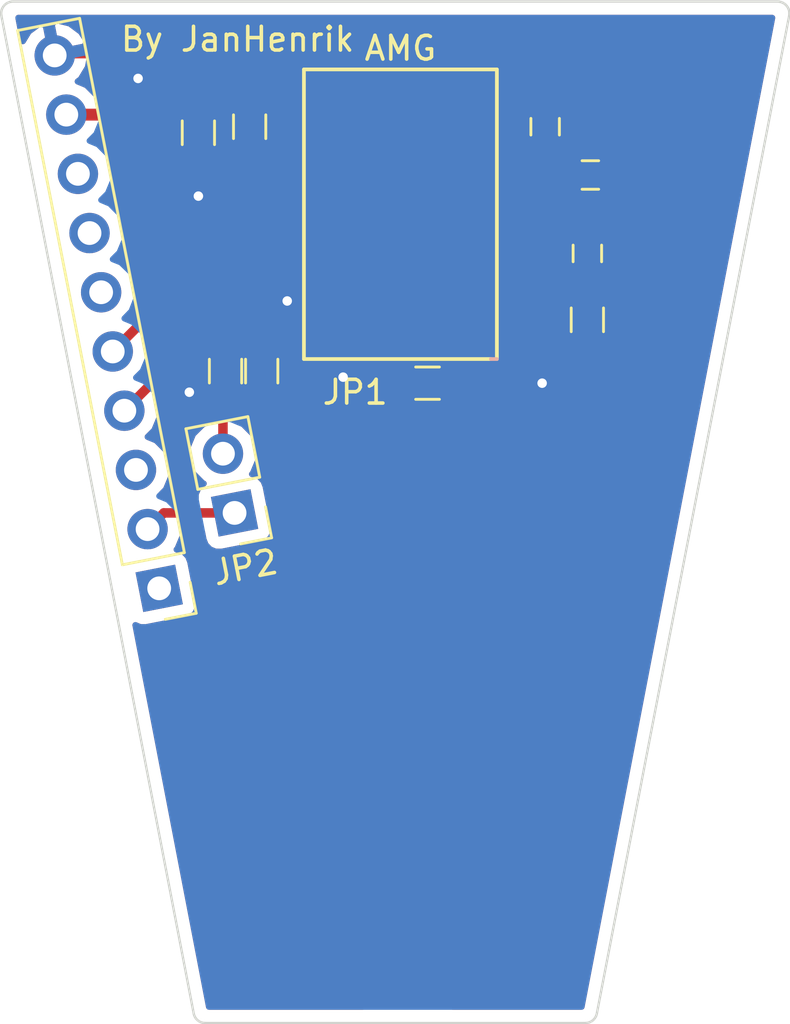
<source format=kicad_pcb>
(kicad_pcb (version 4) (host pcbnew 4.0.6)

  (general
    (links 39)
    (no_connects 0)
    (area 128.615253 81.594213 165.150101 126.607684)
    (thickness 1.6)
    (drawings 53)
    (tracks 100)
    (zones 0)
    (modules 15)
    (nets 23)
  )

  (page A4)
  (layers
    (0 F.Cu signal)
    (31 B.Cu signal)
    (32 B.Adhes user)
    (33 F.Adhes user)
    (34 B.Paste user)
    (35 F.Paste user)
    (36 B.SilkS user)
    (37 F.SilkS user)
    (38 B.Mask user hide)
    (39 F.Mask user hide)
    (40 Dwgs.User user)
    (41 Cmts.User user)
    (42 Eco1.User user)
    (43 Eco2.User user)
    (44 Edge.Cuts user)
    (45 Margin user)
    (46 B.CrtYd user)
    (47 F.CrtYd user)
    (48 B.Fab user hide)
    (49 F.Fab user hide)
  )

  (setup
    (last_trace_width 0.25)
    (user_trace_width 0.4)
    (user_trace_width 0.5)
    (user_trace_width 0.75)
    (user_trace_width 1)
    (user_trace_width 1.27)
    (user_trace_width 2)
    (trace_clearance 0.2)
    (zone_clearance 0.508)
    (zone_45_only no)
    (trace_min 0.2)
    (segment_width 0.2)
    (edge_width 0.15)
    (via_size 0.6)
    (via_drill 0.4)
    (via_min_size 0.4)
    (via_min_drill 0.3)
    (uvia_size 0.3)
    (uvia_drill 0.1)
    (uvias_allowed no)
    (uvia_min_size 0.2)
    (uvia_min_drill 0.1)
    (pcb_text_width 0.3)
    (pcb_text_size 1.5 1.5)
    (mod_edge_width 0.15)
    (mod_text_size 1 1)
    (mod_text_width 0.15)
    (pad_size 1.7 1.7)
    (pad_drill 1)
    (pad_to_mask_clearance 0.2)
    (aux_axis_origin 0 0)
    (visible_elements FFFFFF1F)
    (pcbplotparams
      (layerselection 0x00030_80000001)
      (usegerberextensions false)
      (excludeedgelayer true)
      (linewidth 0.100000)
      (plotframeref false)
      (viasonmask false)
      (mode 1)
      (useauxorigin false)
      (hpglpennumber 1)
      (hpglpenspeed 20)
      (hpglpendiameter 15)
      (hpglpenoverlay 2)
      (psnegative false)
      (psa4output false)
      (plotreference true)
      (plotvalue true)
      (plotinvisibletext false)
      (padsonsilk false)
      (subtractmaskfromsilk false)
      (outputformat 1)
      (mirror false)
      (drillshape 1)
      (scaleselection 1)
      (outputdirectory ""))
  )

  (net 0 "")
  (net 1 "Net-(1.5µF1-Pad1)")
  (net 2 GND)
  (net 3 "Net-(1µF1-Pad1)")
  (net 4 "Net-(1µF1-Pad2)")
  (net 5 VDD)
  (net 6 "Net-(10KOhm1-Pad2)")
  (net 7 INT)
  (net 8 SCL)
  (net 9 SDA)
  (net 10 "Net-(>470OHM1-Pad2)")
  (net 11 "Net-(J1-Pad1)")
  (net 12 INT_B)
  (net 13 "Net-(J1-Pad3)")
  (net 14 "Net-(J1-Pad6)")
  (net 15 "Net-(J1-Pad7)")
  (net 16 "Net-(J1-Pad8)")
  (net 17 AD_SELECT)
  (net 18 "Net-(U1-Pad1)")
  (net 19 "Net-(U1-Pad7)")
  (net 20 "Net-(U1-Pad8)")
  (net 21 "Net-(U1-Pad11)")
  (net 22 "Net-(U1-Pad14)")

  (net_class Default "Dies ist die voreingestellte Netzklasse."
    (clearance 0.2)
    (trace_width 0.25)
    (via_dia 0.6)
    (via_drill 0.4)
    (uvia_dia 0.3)
    (uvia_drill 0.1)
    (add_net AD_SELECT)
    (add_net GND)
    (add_net INT)
    (add_net INT_B)
    (add_net "Net-(1.5µF1-Pad1)")
    (add_net "Net-(10KOhm1-Pad2)")
    (add_net "Net-(1µF1-Pad1)")
    (add_net "Net-(1µF1-Pad2)")
    (add_net "Net-(>470OHM1-Pad2)")
    (add_net "Net-(J1-Pad1)")
    (add_net "Net-(J1-Pad3)")
    (add_net "Net-(J1-Pad6)")
    (add_net "Net-(J1-Pad7)")
    (add_net "Net-(J1-Pad8)")
    (add_net "Net-(U1-Pad1)")
    (add_net "Net-(U1-Pad11)")
    (add_net "Net-(U1-Pad14)")
    (add_net "Net-(U1-Pad7)")
    (add_net "Net-(U1-Pad8)")
    (add_net SCL)
    (add_net SDA)
    (add_net VDD)
  )

  (module Pin_Headers:Pin_Header_Straight_1x10_Pitch2.54mm (layer F.Cu) (tedit 59119E44) (tstamp 5909D6B4)
    (at 138.557 108.204 191.1)
    (descr "Through hole straight pin header, 1x10, 2.54mm pitch, single row")
    (tags "Through hole pin header THT 1x10 2.54mm single row")
    (path /5909DB79)
    (fp_text reference J1 (at 0 -2.33 191.1) (layer F.SilkS) hide
      (effects (font (size 1 1) (thickness 0.15)))
    )
    (fp_text value CONN_01X10 (at 0 25.19 191.1) (layer F.Fab)
      (effects (font (size 1 1) (thickness 0.15)))
    )
    (fp_line (start -1.27 -1.27) (end -1.27 24.13) (layer F.Fab) (width 0.1))
    (fp_line (start -1.27 24.13) (end 1.27 24.13) (layer F.Fab) (width 0.1))
    (fp_line (start 1.27 24.13) (end 1.27 -1.27) (layer F.Fab) (width 0.1))
    (fp_line (start 1.27 -1.27) (end -1.27 -1.27) (layer F.Fab) (width 0.1))
    (fp_line (start -1.33 1.27) (end -1.33 24.19) (layer F.SilkS) (width 0.12))
    (fp_line (start -1.33 24.19) (end 1.33 24.19) (layer F.SilkS) (width 0.12))
    (fp_line (start 1.33 24.19) (end 1.33 1.27) (layer F.SilkS) (width 0.12))
    (fp_line (start 1.33 1.27) (end -1.33 1.27) (layer F.SilkS) (width 0.12))
    (fp_line (start -1.33 0) (end -1.33 -1.33) (layer F.SilkS) (width 0.12))
    (fp_line (start -1.33 -1.33) (end 0 -1.33) (layer F.SilkS) (width 0.12))
    (fp_line (start -1.8 -1.8) (end -1.8 24.65) (layer F.CrtYd) (width 0.05))
    (fp_line (start -1.8 24.65) (end 1.8 24.65) (layer F.CrtYd) (width 0.05))
    (fp_line (start 1.8 24.65) (end 1.8 -1.8) (layer F.CrtYd) (width 0.05))
    (fp_line (start 1.8 -1.8) (end -1.8 -1.8) (layer F.CrtYd) (width 0.05))
    (fp_text user %R (at 0 -2.33 191.1) (layer F.Fab)
      (effects (font (size 1 1) (thickness 0.15)))
    )
    (pad 1 thru_hole rect (at 0 0 191.1) (size 1.7 1.7) (drill 1) (layers *.Cu *.Mask)
      (net 11 "Net-(J1-Pad1)"))
    (pad 2 thru_hole oval (at 0 2.54 191.1) (size 1.7 1.7) (drill 1) (layers *.Cu *.Mask)
      (net 12 INT_B))
    (pad 3 thru_hole oval (at 0 5.08 191.1) (size 1.7 1.7) (drill 1) (layers *.Cu *.Mask)
      (net 13 "Net-(J1-Pad3)"))
    (pad 4 thru_hole oval (at 0 7.62 191.1) (size 1.7 1.7) (drill 1) (layers *.Cu *.Mask)
      (net 8 SCL))
    (pad 5 thru_hole oval (at 0 10.16 191.1) (size 1.7 1.7) (drill 1) (layers *.Cu *.Mask)
      (net 9 SDA))
    (pad 6 thru_hole oval (at 0 12.7 192.2) (size 1.7 1.7) (drill 1) (layers *.Cu *.Mask)
      (net 14 "Net-(J1-Pad6)"))
    (pad 7 thru_hole oval (at 0 15.24 191.1) (size 1.7 1.7) (drill 1) (layers *.Cu *.Mask)
      (net 15 "Net-(J1-Pad7)"))
    (pad 8 thru_hole oval (at 0 17.78 191.1) (size 1.7 1.7) (drill 1) (layers *.Cu *.Mask)
      (net 16 "Net-(J1-Pad8)"))
    (pad 9 thru_hole oval (at 0 20.32 191.1) (size 1.7 1.7) (drill 1) (layers *.Cu *.Mask)
      (net 5 VDD))
    (pad 10 thru_hole oval (at 0 22.86 191.1) (size 1.7 1.7) (drill 1) (layers *.Cu *.Mask)
      (net 2 GND))
    (model ${KISYS3DMOD}/Pin_Headers.3dshapes/Pin_Header_Straight_1x10_Pitch2.54mm.wrl
      (at (xyz 0 -0.45 0))
      (scale (xyz 1 1 1))
      (rotate (xyz 0 0 90))
    )
  )

  (module LOGO (layer F.Cu) (tedit 0) (tstamp 59219B90)
    (at 148.59 115.57)
    (fp_text reference G*** (at 0 0) (layer F.SilkS) hide
      (effects (font (thickness 0.3)))
    )
    (fp_text value LOGO (at 0.75 0) (layer F.SilkS) hide
      (effects (font (thickness 0.3)))
    )
    (fp_poly (pts (xy 2.384392 -10.830764) (xy 2.550035 -10.826136) (xy 2.705381 -10.818751) (xy 2.844591 -10.808564)
      (xy 2.961823 -10.795529) (xy 3.01625 -10.786867) (xy 3.415264 -10.693051) (xy 3.798817 -10.561938)
      (xy 4.163907 -10.395048) (xy 4.507533 -10.193903) (xy 4.826693 -9.960023) (xy 5.062616 -9.75015)
      (xy 5.203983 -9.613138) (xy 5.336429 -9.771319) (xy 5.473892 -9.919549) (xy 5.61311 -10.039549)
      (xy 5.749763 -10.128488) (xy 5.879528 -10.183535) (xy 5.993816 -10.201869) (xy 6.04821 -10.199798)
      (xy 6.088246 -10.188196) (xy 6.126673 -10.159908) (xy 6.176239 -10.107775) (xy 6.190954 -10.091209)
      (xy 6.399252 -9.82389) (xy 6.574952 -9.531124) (xy 6.717218 -9.215449) (xy 6.825214 -8.879402)
      (xy 6.898104 -8.525521) (xy 6.935054 -8.156344) (xy 6.937287 -7.823908) (xy 6.926093 -7.508101)
      (xy 7.019027 -7.355028) (xy 7.177475 -7.066832) (xy 7.317873 -6.757037) (xy 7.43496 -6.43894)
      (xy 7.523477 -6.125839) (xy 7.546316 -6.021968) (xy 7.5845 -5.8078) (xy 7.611011 -5.595848)
      (xy 7.625642 -5.380751) (xy 7.628184 -5.15715) (xy 7.618429 -4.919682) (xy 7.596168 -4.662986)
      (xy 7.561195 -4.381702) (xy 7.513301 -4.070468) (xy 7.458382 -3.757083) (xy 7.417315 -3.52756)
      (xy 7.384911 -3.332658) (xy 7.360351 -3.16574) (xy 7.342813 -3.02017) (xy 7.331476 -2.889311)
      (xy 7.32552 -2.766529) (xy 7.324079 -2.671399) (xy 7.329733 -2.483177) (xy 7.349414 -2.314821)
      (xy 7.38615 -2.152366) (xy 7.442968 -1.981845) (xy 7.507957 -1.823245) (xy 7.503283 -1.804305)
      (xy 7.46849 -1.803555) (xy 7.410255 -1.818257) (xy 7.335257 -1.845676) (xy 7.250175 -1.883074)
      (xy 7.161688 -1.927713) (xy 7.076474 -1.976856) (xy 7.001213 -2.027767) (xy 6.992166 -2.034636)
      (xy 6.933867 -2.077187) (xy 6.888545 -2.09903) (xy 6.848017 -2.097719) (xy 6.804099 -2.070807)
      (xy 6.748606 -2.015847) (xy 6.68379 -1.942444) (xy 6.513104 -1.726607) (xy 6.35855 -1.49375)
      (xy 6.222952 -1.250327) (xy 6.109134 -1.002788) (xy 6.019918 -0.757586) (xy 5.95813 -0.521172)
      (xy 5.926592 -0.299997) (xy 5.923021 -0.204163) (xy 5.926901 -0.077914) (xy 5.940066 0.016523)
      (xy 5.965259 0.089162) (xy 6.005225 0.150019) (xy 6.026681 0.174059) (xy 6.115325 0.238408)
      (xy 6.233067 0.281256) (xy 6.372528 0.302582) (xy 6.526328 0.302369) (xy 6.687086 0.280594)
      (xy 6.847423 0.23724) (xy 6.991492 0.176627) (xy 7.050115 0.149376) (xy 7.091926 0.134519)
      (xy 7.104851 0.133962) (xy 7.106426 0.158246) (xy 7.10087 0.211963) (xy 7.090514 0.276927)
      (xy 7.044669 0.443497) (xy 6.971247 0.580745) (xy 6.866843 0.694104) (xy 6.795081 0.74817)
      (xy 6.772513 0.764654) (xy 6.768717 0.774933) (xy 6.789501 0.78047) (xy 6.840676 0.782727)
      (xy 6.928049 0.783166) (xy 6.934115 0.783167) (xy 7.122412 0.769497) (xy 7.303566 0.727085)
      (xy 7.481502 0.65383) (xy 7.660148 0.547628) (xy 7.84343 0.406377) (xy 8.035272 0.227974)
      (xy 8.105733 0.155775) (xy 8.318499 -0.067074) (xy 8.318132 0.067004) (xy 8.298999 0.277487)
      (xy 8.242943 0.506338) (xy 8.193933 0.646101) (xy 8.093361 0.859492) (xy 7.965372 1.05603)
      (xy 7.814313 1.232981) (xy 7.644528 1.387613) (xy 7.460363 1.517192) (xy 7.266162 1.618985)
      (xy 7.06627 1.69026) (xy 6.865033 1.728283) (xy 6.666796 1.730322) (xy 6.512164 1.703917)
      (xy 6.445438 1.686972) (xy 6.396883 1.675452) (xy 6.37952 1.672167) (xy 6.3761 1.686048)
      (xy 6.396979 1.722998) (xy 6.436701 1.775972) (xy 6.489808 1.837927) (xy 6.550844 1.901818)
      (xy 6.576894 1.926939) (xy 6.747353 2.064411) (xy 6.948229 2.188591) (xy 7.168285 2.293757)
      (xy 7.396288 2.374185) (xy 7.514166 2.404311) (xy 7.613619 2.426356) (xy 7.677641 2.441556)
      (xy 7.712131 2.45222) (xy 7.722991 2.460658) (xy 7.716119 2.469178) (xy 7.701659 2.477697)
      (xy 7.649697 2.498279) (xy 7.564762 2.522322) (xy 7.455879 2.547963) (xy 7.332073 2.57334)
      (xy 7.202369 2.596589) (xy 7.075791 2.615848) (xy 6.972672 2.628163) (xy 6.652113 2.640276)
      (xy 6.333177 2.614364) (xy 6.02028 2.552247) (xy 5.717838 2.455748) (xy 5.430268 2.326689)
      (xy 5.161986 2.16689) (xy 4.917409 1.978173) (xy 4.700953 1.762361) (xy 4.612069 1.654525)
      (xy 4.557577 1.583966) (xy 4.498812 1.749775) (xy 4.461354 1.848549) (xy 4.418611 1.950981)
      (xy 4.379555 2.035614) (xy 4.377966 2.038782) (xy 4.315885 2.161981) (xy 4.358587 2.419782)
      (xy 4.404413 2.740992) (xy 4.441748 3.095799) (xy 4.470326 3.476277) (xy 4.489883 3.874497)
      (xy 4.500152 4.282531) (xy 4.500869 4.69245) (xy 4.491768 5.096327) (xy 4.472586 5.486235)
      (xy 4.464877 5.598583) (xy 4.431164 5.888655) (xy 4.37488 6.144215) (xy 4.295517 6.366883)
      (xy 4.192565 6.558278) (xy 4.139457 6.633268) (xy 4.05999 6.736619) (xy 4.093653 6.971935)
      (xy 4.132283 7.276825) (xy 4.155203 7.545398) (xy 4.162045 7.780791) (xy 4.152444 7.98614)
      (xy 4.126035 8.164583) (xy 4.08245 8.319256) (xy 4.021323 8.453297) (xy 3.94229 8.569842)
      (xy 3.901751 8.616384) (xy 3.798586 8.710318) (xy 3.67971 8.785667) (xy 3.539275 8.844685)
      (xy 3.37143 8.889626) (xy 3.170326 8.922744) (xy 3.07975 8.933135) (xy 2.935067 8.942879)
      (xy 2.764783 8.94619) (xy 2.585091 8.943344) (xy 2.412188 8.93462) (xy 2.262268 8.920297)
      (xy 2.251684 8.918908) (xy 2.164451 8.907177) (xy 2.154312 9.210797) (xy 2.147804 9.346626)
      (xy 2.13849 9.456935) (xy 2.126993 9.535776) (xy 2.11631 9.572907) (xy 2.06936 9.633614)
      (xy 1.98708 9.699351) (xy 1.875672 9.766949) (xy 1.741336 9.833238) (xy 1.590275 9.89505)
      (xy 1.428691 9.949215) (xy 1.322916 9.97833) (xy 1.086532 10.027422) (xy 0.82507 10.063975)
      (xy 0.55169 10.087165) (xy 0.279549 10.096172) (xy 0.021805 10.090173) (xy -0.179917 10.072181)
      (xy -0.402941 10.034875) (xy -0.603944 9.983689) (xy -0.779363 9.920314) (xy -0.925636 9.846442)
      (xy -1.039202 9.763767) (xy -1.116499 9.673979) (xy -1.145291 9.613562) (xy -1.158585 9.545717)
      (xy -1.167077 9.44015) (xy -1.170906 9.301182) (xy -1.170462 9.193163) (xy -0.930585 9.193163)
      (xy -0.927533 9.300834) (xy -0.919541 9.383455) (xy -0.905918 9.446754) (xy -0.885972 9.496458)
      (xy -0.859009 9.538297) (xy -0.84265 9.558092) (xy -0.755817 9.63199) (xy -0.632295 9.700409)
      (xy -0.477599 9.76117) (xy -0.297244 9.812088) (xy -0.105834 9.849567) (xy -0.031527 9.856607)
      (xy 0.075092 9.86058) (xy 0.20413 9.86168) (xy 0.345691 9.860104) (xy 0.489881 9.856048)
      (xy 0.626806 9.849708) (xy 0.74657 9.841278) (xy 0.839279 9.830955) (xy 0.839949 9.830856)
      (xy 1.028979 9.796481) (xy 1.210306 9.751595) (xy 1.377616 9.69857) (xy 1.524594 9.63978)
      (xy 1.644926 9.577601) (xy 1.732296 9.514405) (xy 1.760307 9.484865) (xy 1.774225 9.46582)
      (xy 1.784671 9.444411) (xy 1.791969 9.415018) (xy 1.79644 9.372023) (xy 1.798409 9.309806)
      (xy 1.798197 9.222746) (xy 1.796128 9.105226) (xy 1.792525 8.951624) (xy 1.79205 8.932333)
      (xy 1.786783 8.76383) (xy 1.779252 8.584088) (xy 1.770126 8.405939) (xy 1.760071 8.242217)
      (xy 1.749757 8.105751) (xy 1.747979 8.085667) (xy 1.732983 7.919073) (xy 1.714981 7.71584)
      (xy 1.694456 7.481518) (xy 1.67189 7.221655) (xy 1.647767 6.941804) (xy 1.630319 6.738019)
      (xy 1.926166 6.738019) (xy 1.928761 6.768619) (xy 1.935808 6.831676) (xy 1.946197 6.91768)
      (xy 1.957516 7.007046) (xy 1.969758 7.106817) (xy 1.985146 7.239994) (xy 2.002751 7.397844)
      (xy 2.02165 7.571635) (xy 2.040915 7.752635) (xy 2.059619 7.932113) (xy 2.076838 8.101335)
      (xy 2.091645 8.25157) (xy 2.103113 8.374087) (xy 2.10604 8.407324) (xy 2.120066 8.570232)
      (xy 2.208324 8.578251) (xy 2.304834 8.584362) (xy 2.428057 8.588202) (xy 2.569108 8.589892)
      (xy 2.719099 8.589552) (xy 2.869146 8.587301) (xy 3.010362 8.583261) (xy 3.133861 8.57755)
      (xy 3.230758 8.57029) (xy 3.28154 8.563738) (xy 3.45273 8.523153) (xy 3.589376 8.467483)
      (xy 3.697452 8.393909) (xy 3.747708 8.343854) (xy 3.807561 8.264079) (xy 3.85055 8.176109)
      (xy 3.878763 8.071876) (xy 3.894288 7.943311) (xy 3.899212 7.782348) (xy 3.899182 7.758433)
      (xy 3.896968 7.673077) (xy 3.891435 7.568183) (xy 3.883322 7.451621) (xy 3.87337 7.331262)
      (xy 3.862319 7.214977) (xy 3.85091 7.110637) (xy 3.839884 7.026113) (xy 3.829981 6.969276)
      (xy 3.822989 6.948601) (xy 3.802055 6.953549) (xy 3.753207 6.972834) (xy 3.686659 7.002395)
      (xy 3.680869 7.005085) (xy 3.518931 7.071061) (xy 3.361941 7.112941) (xy 3.194085 7.133993)
      (xy 3.037416 7.138006) (xy 2.776682 7.118995) (xy 2.537469 7.065125) (xy 2.315254 6.97491)
      (xy 2.105514 6.846864) (xy 2.069041 6.819915) (xy 2.004956 6.774132) (xy 1.955745 6.744366)
      (xy 1.928935 6.734933) (xy 1.926166 6.738019) (xy 1.630319 6.738019) (xy 1.622569 6.647512)
      (xy 1.608043 6.477) (xy 1.595487 6.346128) (xy 1.57866 6.193775) (xy 1.55991 6.040274)
      (xy 1.544189 5.923919) (xy 1.531131 5.824589) (xy 1.521018 5.725994) (xy 1.513519 5.620817)
      (xy 1.508304 5.50174) (xy 1.505041 5.361445) (xy 1.503988 5.253034) (xy 1.778599 5.253034)
      (xy 1.779326 5.37655) (xy 1.781688 5.48098) (xy 1.785817 5.572131) (xy 1.791841 5.655812)
      (xy 1.799889 5.73783) (xy 1.809735 5.821136) (xy 1.832017 5.978355) (xy 1.857153 6.102333)
      (xy 1.88901 6.202148) (xy 1.931457 6.286882) (xy 1.988363 6.365612) (xy 2.063596 6.447419)
      (xy 2.086129 6.469816) (xy 2.22723 6.585608) (xy 2.398016 6.688719) (xy 2.586272 6.772495)
      (xy 2.721247 6.815891) (xy 2.85056 6.841106) (xy 2.997767 6.854452) (xy 3.147928 6.855742)
      (xy 3.286102 6.844788) (xy 3.388116 6.824231) (xy 3.590838 6.7441) (xy 3.768573 6.631608)
      (xy 3.918461 6.489799) (xy 4.037642 6.321718) (xy 4.123256 6.130411) (xy 4.157448 6.005156)
      (xy 4.173511 5.905744) (xy 4.187941 5.769634) (xy 4.200608 5.602434) (xy 4.211387 5.409751)
      (xy 4.22015 5.197194) (xy 4.226771 4.970371) (xy 4.231121 4.73489) (xy 4.233074 4.496358)
      (xy 4.232503 4.260384) (xy 4.229281 4.032575) (xy 4.22328 3.818541) (xy 4.214374 3.623889)
      (xy 4.212231 3.58775) (xy 4.176588 3.135695) (xy 4.127598 2.712746) (xy 4.065658 2.320367)
      (xy 3.991167 1.960021) (xy 3.904521 1.633172) (xy 3.80612 1.341283) (xy 3.69636 1.085816)
      (xy 3.57564 0.868237) (xy 3.444356 0.690007) (xy 3.415992 0.658265) (xy 3.27764 0.530909)
      (xy 3.138053 0.445063) (xy 2.998991 0.40067) (xy 2.862215 0.397672) (xy 2.729486 0.436011)
      (xy 2.602563 0.515631) (xy 2.48321 0.636473) (xy 2.442399 0.690106) (xy 2.333771 0.868417)
      (xy 2.234938 1.085332) (xy 2.145823 1.341205) (xy 2.066347 1.636391) (xy 1.996434 1.971245)
      (xy 1.936008 2.346119) (xy 1.88499 2.761369) (xy 1.843303 3.217349) (xy 1.82058 3.545417)
      (xy 1.815017 3.652614) (xy 1.809184 3.794359) (xy 1.803318 3.962873) (xy 1.797659 4.150371)
      (xy 1.792444 4.349074) (xy 1.787912 4.5512) (xy 1.784942 4.709886) (xy 1.781537 4.92551)
      (xy 1.77938 5.104623) (xy 1.778599 5.253034) (xy 1.503988 5.253034) (xy 1.5034 5.192615)
      (xy 1.503035 5.013752) (xy 1.509215 4.469053) (xy 1.527218 3.951145) (xy 1.556789 3.461122)
      (xy 1.59767 3.000078) (xy 1.649605 2.569108) (xy 1.712336 2.169308) (xy 1.785607 1.801771)
      (xy 1.869161 1.467592) (xy 1.96274 1.167867) (xy 2.066088 0.903689) (xy 2.178948 0.676153)
      (xy 2.301063 0.486355) (xy 2.432175 0.335388) (xy 2.572029 0.224347) (xy 2.635531 0.188782)
      (xy 2.706819 0.1556) (xy 2.76388 0.136567) (xy 2.823066 0.128615) (xy 2.900724 0.128675)
      (xy 2.946082 0.1305) (xy 3.10999 0.151161) (xy 3.254919 0.20038) (xy 3.393308 0.283096)
      (xy 3.458232 0.333784) (xy 3.610407 0.483555) (xy 3.754413 0.671254) (xy 3.887946 0.89288)
      (xy 4.0087 1.144436) (xy 4.114371 1.421924) (xy 4.150471 1.534583) (xy 4.208476 1.725083)
      (xy 4.245383 1.640417) (xy 4.270942 1.575676) (xy 4.301465 1.489711) (xy 4.328279 1.407626)
      (xy 4.374268 1.259503) (xy 4.322921 1.133135) (xy 4.234028 0.86094) (xy 4.186754 0.586166)
      (xy 4.181018 0.311403) (xy 4.216739 0.039238) (xy 4.293837 -0.22774) (xy 4.370849 -0.40703)
      (xy 4.404797 -0.479314) (xy 4.419451 -0.519736) (xy 4.416138 -0.533402) (xy 4.402636 -0.529151)
      (xy 4.36098 -0.496561) (xy 4.304276 -0.43889) (xy 4.24119 -0.36612) (xy 4.180391 -0.288235)
      (xy 4.131702 -0.217087) (xy 4.077799 -0.131072) (xy 4.041681 -0.079443) (xy 4.018568 -0.060767)
      (xy 4.003677 -0.073612) (xy 3.992229 -0.116546) (xy 3.982211 -0.172312) (xy 3.971084 -0.263789)
      (xy 3.963678 -0.381006) (xy 3.960078 -0.51139) (xy 3.960242 -0.585873) (xy 4.145473 -0.585873)
      (xy 4.258195 -0.68775) (xy 4.418296 -0.805043) (xy 4.598113 -0.887796) (xy 4.77228 -0.929792)
      (xy 4.845938 -0.939174) (xy 4.900924 -0.944278) (xy 4.92603 -0.944082) (xy 4.926371 -0.943851)
      (xy 4.918017 -0.924734) (xy 4.890262 -0.877832) (xy 4.847536 -0.810346) (xy 4.798083 -0.735183)
      (xy 4.655542 -0.493958) (xy 4.552096 -0.252696) (xy 4.485172 -0.003877) (xy 4.452201 0.260024)
      (xy 4.451058 0.28001) (xy 4.45324 0.545622) (xy 4.49035 0.796207) (xy 4.564399 1.041255)
      (xy 4.656148 1.248833) (xy 4.796795 1.482854) (xy 4.971965 1.696521) (xy 5.178021 1.887808)
      (xy 5.411326 2.054687) (xy 5.668244 2.195133) (xy 5.945136 2.307118) (xy 6.238366 2.388616)
      (xy 6.544297 2.4376) (xy 6.815666 2.45218) (xy 7.01675 2.453127) (xy 6.88479 2.404099)
      (xy 6.672058 2.302998) (xy 6.481782 2.16745) (xy 6.316703 2.000468) (xy 6.179561 1.805068)
      (xy 6.0731 1.584264) (xy 6.032794 1.467147) (xy 6.01119 1.387086) (xy 5.997177 1.318252)
      (xy 5.993515 1.274453) (xy 5.993808 1.272081) (xy 6.000062 1.249675) (xy 6.01491 1.244815)
      (xy 6.047296 1.259349) (xy 6.106164 1.295126) (xy 6.106583 1.295388) (xy 6.313325 1.402642)
      (xy 6.52237 1.468309) (xy 6.731166 1.492859) (xy 6.93716 1.476759) (xy 7.1378 1.420478)
      (xy 7.330532 1.324483) (xy 7.512804 1.189243) (xy 7.682063 1.015225) (xy 7.690612 1.004942)
      (xy 7.74861 0.930228) (xy 7.804521 0.850619) (xy 7.853449 0.77411) (xy 7.890501 0.708696)
      (xy 7.910781 0.662372) (xy 7.911451 0.644229) (xy 7.891696 0.651786) (xy 7.847871 0.680095)
      (xy 7.788865 0.723338) (xy 7.779357 0.730673) (xy 7.577982 0.862419) (xy 7.366936 0.953564)
      (xy 7.148808 1.003807) (xy 6.926186 1.012847) (xy 6.70166 0.980381) (xy 6.477817 0.906109)
      (xy 6.43534 0.887135) (xy 6.298431 0.823402) (xy 6.456507 0.737913) (xy 6.575263 0.670761)
      (xy 6.661816 0.614101) (xy 6.7232 0.562526) (xy 6.766445 0.510627) (xy 6.779821 0.489291)
      (xy 6.803154 0.446329) (xy 6.812116 0.424165) (xy 6.811571 0.423344) (xy 6.78984 0.430135)
      (xy 6.740943 0.447573) (xy 6.69925 0.462999) (xy 6.53212 0.509733) (xy 6.371294 0.520015)
      (xy 6.261145 0.507244) (xy 6.089799 0.459964) (xy 5.94358 0.386324) (xy 5.826377 0.2893)
      (xy 5.742083 0.171864) (xy 5.705833 0.082835) (xy 5.678104 -0.06447) (xy 5.672021 -0.239243)
      (xy 5.686728 -0.433091) (xy 5.721373 -0.637623) (xy 5.775102 -0.844445) (xy 5.811161 -0.9525)
      (xy 5.89199 -1.150751) (xy 5.992154 -1.355698) (xy 6.106846 -1.559954) (xy 6.231264 -1.756131)
      (xy 6.360602 -1.936841) (xy 6.490058 -2.094696) (xy 6.614827 -2.222308) (xy 6.664748 -2.265168)
      (xy 6.748098 -2.332149) (xy 6.708297 -2.422125) (xy 6.679379 -2.499216) (xy 6.652917 -2.588589)
      (xy 6.644632 -2.623376) (xy 6.620768 -2.734651) (xy 6.527241 -2.570554) (xy 6.393911 -2.354532)
      (xy 6.259865 -2.175955) (xy 6.119983 -2.030164) (xy 5.969143 -1.912502) (xy 5.802225 -1.818309)
      (xy 5.619546 -1.744768) (xy 5.496759 -1.711971) (xy 5.355447 -1.688412) (xy 5.209484 -1.675234)
      (xy 5.072744 -1.67358) (xy 4.9591 -1.684593) (xy 4.939162 -1.688694) (xy 4.85124 -1.709085)
      (xy 4.706328 -1.561745) (xy 4.620049 -1.47747) (xy 4.521542 -1.386455) (xy 4.429221 -1.30562)
      (xy 4.410795 -1.290245) (xy 4.317847 -1.206897) (xy 4.26309 -1.141556) (xy 4.247531 -1.106918)
      (xy 4.223979 -0.994818) (xy 4.200442 -0.879568) (xy 4.179546 -0.774272) (xy 4.163914 -0.692036)
      (xy 4.159743 -0.668645) (xy 4.145473 -0.585873) (xy 3.960242 -0.585873) (xy 3.960368 -0.642366)
      (xy 3.964634 -0.761359) (xy 3.972959 -0.855796) (xy 3.977413 -0.883708) (xy 3.986272 -0.938173)
      (xy 3.98823 -0.970144) (xy 3.986654 -0.973667) (xy 3.965791 -0.964847) (xy 3.91384 -0.940572)
      (xy 3.837676 -0.904115) (xy 3.744177 -0.858753) (xy 3.698455 -0.836393) (xy 3.346501 -0.682538)
      (xy 2.991882 -0.565818) (xy 2.62882 -0.485047) (xy 2.251535 -0.439041) (xy 1.854246 -0.426614)
      (xy 1.715686 -0.429753) (xy 1.579694 -0.436219) (xy 1.441267 -0.445696) (xy 1.313443 -0.457099)
      (xy 1.209261 -0.469349) (xy 1.17475 -0.474645) (xy 0.796274 -0.559406) (xy 0.436072 -0.680892)
      (xy 0.096264 -0.838118) (xy -0.22103 -1.0301) (xy -0.513687 -1.255852) (xy -0.52149 -1.262634)
      (xy -0.675674 -1.397104) (xy -0.696813 -1.317677) (xy -0.708623 -1.267786) (xy -0.726217 -1.186565)
      (xy -0.747438 -1.084264) (xy -0.770128 -0.971135) (xy -0.775865 -0.941917) (xy -0.794171 -0.845422)
      (xy -0.808179 -0.761791) (xy -0.818466 -0.682888) (xy -0.825606 -0.600574) (xy -0.830173 -0.506713)
      (xy -0.832742 -0.393167) (xy -0.833888 -0.251799) (xy -0.834163 -0.116417) (xy -0.833908 0.054506)
      (xy -0.832561 0.190409) (xy -0.829668 0.298601) (xy -0.824773 0.386389) (xy -0.817422 0.461083)
      (xy -0.807161 0.529991) (xy -0.793533 0.600422) (xy -0.78792 0.626619) (xy -0.713111 0.916905)
      (xy -0.622871 1.173741) (xy -0.555536 1.322917) (xy -0.516818 1.395442) (xy -0.470485 1.474902)
      (xy -0.421643 1.553472) (xy -0.375401 1.62333) (xy -0.336866 1.676651) (xy -0.311146 1.705613)
      (xy -0.304054 1.708109) (xy -0.297106 1.685521) (xy -0.284853 1.631764) (xy -0.269641 1.557309)
      (xy -0.265588 1.536365) (xy -0.24943 1.47316) (xy -0.222748 1.391379) (xy -0.188744 1.29863)
      (xy -0.150617 1.202524) (xy -0.111568 1.110672) (xy -0.074796 1.030682) (xy -0.043502 0.970165)
      (xy -0.020886 0.936731) (xy -0.012036 0.933409) (xy -0.011029 0.957782) (xy -0.015433 1.021623)
      (xy -0.024944 1.122455) (xy -0.039261 1.257802) (xy -0.05808 1.425184) (xy -0.0811 1.622126)
      (xy -0.108017 1.846149) (xy -0.13853 2.094775) (xy -0.172336 2.365529) (xy -0.209132 2.655931)
      (xy -0.248616 2.963505) (xy -0.290485 3.285773) (xy -0.334437 3.620258) (xy -0.38017 3.964482)
      (xy -0.402002 4.1275) (xy -0.486731 4.765615) (xy -0.563983 5.362162) (xy -0.633768 5.917239)
      (xy -0.696097 6.430943) (xy -0.750982 6.903371) (xy -0.798432 7.334623) (xy -0.838458 7.724794)
      (xy -0.871072 8.073983) (xy -0.896283 8.382288) (xy -0.914103 8.649806) (xy -0.924543 8.876635)
      (xy -0.924644 8.879752) (xy -0.929392 9.054711) (xy -0.930585 9.193163) (xy -1.170462 9.193163)
      (xy -1.170214 9.133136) (xy -1.165138 8.940333) (xy -1.155821 8.727094) (xy -1.1424 8.497742)
      (xy -1.125017 8.256598) (xy -1.103811 8.007985) (xy -1.088038 7.844371) (xy -1.077979 7.733082)
      (xy -1.071507 7.636935) (xy -1.068969 7.563677) (xy -1.070714 7.521052) (xy -1.073146 7.513773)
      (xy -1.096316 7.496944) (xy -1.147677 7.461706) (xy -1.22006 7.412921) (xy -1.306292 7.355451)
      (xy -1.322917 7.344436) (xy -1.621943 7.135833) (xy -1.879721 6.933071) (xy -2.096847 6.735579)
      (xy -2.273917 6.542785) (xy -2.411529 6.354116) (xy -2.479411 6.234787) (xy -2.565525 6.06425)
      (xy -2.554107 5.868214) (xy -2.321916 5.868214) (xy -2.318379 5.905532) (xy -2.311535 5.938655)
      (xy -2.31028 5.943495) (xy -2.258157 6.076744) (xy -2.170791 6.221693) (xy -2.051931 6.373554)
      (xy -1.905324 6.527539) (xy -1.734718 6.67886) (xy -1.734567 6.678984) (xy -1.672393 6.72756)
      (xy -1.5918 6.787192) (xy -1.49893 6.853705) (xy -1.399924 6.922921) (xy -1.300923 6.990666)
      (xy -1.20807 7.052763) (xy -1.127505 7.105036) (xy -1.065371 7.143309) (xy -1.027809 7.163407)
      (xy -1.019678 7.165067) (xy -1.015036 7.142569) (xy -1.006627 7.084216) (xy -0.995245 6.996239)
      (xy -0.981687 6.884871) (xy -0.966749 6.756343) (xy -0.961049 6.705852) (xy -0.932799 6.459439)
      (xy -0.899634 6.180184) (xy -0.862333 5.874053) (xy -0.821675 5.547006) (xy -0.778438 5.20501)
      (xy -0.733401 4.854026) (xy -0.687344 4.500018) (xy -0.641045 4.148949) (xy -0.595282 3.806784)
      (xy -0.550835 3.479484) (xy -0.508482 3.173015) (xy -0.469003 2.893339) (xy -0.433175 2.64642)
      (xy -0.415033 2.524913) (xy -0.366026 2.200789) (xy -0.497801 2.214289) (xy -0.617946 2.216944)
      (xy -0.752943 2.204826) (xy -0.883881 2.180518) (xy -0.991209 2.146873) (xy -1.036239 2.125248)
      (xy -1.056557 2.109776) (xy -1.056286 2.107563) (xy -1.032762 2.105801) (xy -0.977729 2.108641)
      (xy -0.901689 2.115462) (xy -0.876102 2.118219) (xy -0.790579 2.124005) (xy -0.693076 2.124777)
      (xy -0.593997 2.121184) (xy -0.503747 2.113876) (xy -0.43273 2.103504) (xy -0.39135 2.090717)
      (xy -0.387294 2.087683) (xy -0.394398 2.067436) (xy -0.423846 2.025064) (xy -0.469333 1.969607)
      (xy -0.470968 1.967734) (xy -0.562047 1.848876) (xy -0.656273 1.699226) (xy -0.747468 1.529289)
      (xy -0.815924 1.38153) (xy -0.9233 1.085749) (xy -1.004218 0.761945) (xy -1.058447 0.415331)
      (xy -1.085754 0.051116) (xy -1.085907 -0.325489) (xy -1.058673 -0.709274) (xy -1.003819 -1.095027)
      (xy -0.940071 -1.400803) (xy -0.885597 -1.628625) (xy -0.97964 -1.750938) (xy -1.06827 -1.872175)
      (xy -1.162155 -2.010693) (xy -1.252719 -2.153121) (xy -1.33139 -2.286086) (xy -1.37698 -2.370667)
      (xy -1.446772 -2.50825) (xy -1.473029 -2.419779) (xy -1.506089 -2.297216) (xy -1.531771 -2.173899)
      (xy -1.550809 -2.042431) (xy -1.563938 -1.895414) (xy -1.571894 -1.725451) (xy -1.575411 -1.525145)
      (xy -1.575694 -1.386417) (xy -1.57502 -1.218413) (xy -1.573474 -1.084778) (xy -1.57047 -0.977547)
      (xy -1.565422 -0.888755) (xy -1.557743 -0.81044) (xy -1.546847 -0.734636) (xy -1.532148 -0.65338)
      (xy -1.515696 -0.5715) (xy -1.489545 -0.458076) (xy -1.452719 -0.317148) (xy -1.408707 -0.161106)
      (xy -1.360995 -0.002342) (xy -1.31613 0.137583) (xy -1.269081 0.279822) (xy -1.233874 0.389746)
      (xy -1.208789 0.475147) (xy -1.192106 0.543813) (xy -1.182107 0.603533) (xy -1.177072 0.662097)
      (xy -1.175282 0.727294) (xy -1.175045 0.776817) (xy -1.177701 0.898369) (xy -1.186103 0.978623)
      (xy -1.200323 1.018229) (xy -1.201209 1.019175) (xy -1.218527 1.02864) (xy -1.226283 1.006701)
      (xy -1.227667 0.966203) (xy -1.232494 0.90401) (xy -1.245092 0.819937) (xy -1.261119 0.739696)
      (xy -1.285098 0.652875) (xy -1.314922 0.599932) (xy -1.359413 0.575624) (xy -1.427392 0.574706)
      (xy -1.51428 0.589209) (xy -1.661412 0.630759) (xy -1.790403 0.690647) (xy -1.894986 0.764575)
      (xy -1.968893 0.848249) (xy -2.003008 0.924199) (xy -2.005486 0.964993) (xy -2.002625 1.038672)
      (xy -1.995044 1.136213) (xy -1.983366 1.248589) (xy -1.977086 1.300441) (xy -1.964763 1.406565)
      (xy -1.955152 1.511945) (xy -1.947977 1.62365) (xy -1.942962 1.748744) (xy -1.939832 1.894295)
      (xy -1.938309 2.06737) (xy -1.938118 2.275035) (xy -1.938158 2.296583) (xy -1.93906 2.474006)
      (xy -1.941274 2.638886) (xy -1.945224 2.795278) (xy -1.951329 2.947238) (xy -1.96001 3.098819)
      (xy -1.971688 3.254076) (xy -1.986785 3.417064) (xy -2.00572 3.591836) (xy -2.028915 3.782449)
      (xy -2.05679 3.992956) (xy -2.089767 4.227412) (xy -2.128266 4.489871) (xy -2.172708 4.784388)
      (xy -2.223514 5.115018) (xy -2.245291 5.255578) (xy -2.272247 5.430804) (xy -2.292852 5.569624)
      (xy -2.307614 5.677406) (xy -2.317041 5.75952) (xy -2.321639 5.821333) (xy -2.321916 5.868214)
      (xy -2.554107 5.868214) (xy -2.553813 5.863167) (xy -2.546917 5.783884) (xy -2.534 5.671784)
      (xy -2.516252 5.535761) (xy -2.494863 5.384713) (xy -2.471021 5.227535) (xy -2.457588 5.1435)
      (xy -2.383799 4.674785) (xy -2.321336 4.242413) (xy -2.269803 3.842046) (xy -2.228809 3.469347)
      (xy -2.197958 3.11998) (xy -2.176856 2.789609) (xy -2.16511 2.473895) (xy -2.162326 2.168503)
      (xy -2.166115 1.934917) (xy -2.170427 1.79674) (xy -2.175376 1.671533) (xy -2.180615 1.565945)
      (xy -2.185797 1.486625) (xy -2.190574 1.440219) (xy -2.192357 1.432195) (xy -2.218724 1.403219)
      (xy -2.270119 1.369995) (xy -2.299859 1.355398) (xy -2.369732 1.320413) (xy -2.432478 1.282433)
      (xy -2.448987 1.270449) (xy -2.488228 1.243004) (xy -2.510512 1.233824) (xy -2.511342 1.234286)
      (xy -2.507784 1.255966) (xy -2.492189 1.307928) (xy -2.467463 1.380848) (xy -2.453559 1.419587)
      (xy -2.348865 1.758684) (xy -2.281861 2.09589) (xy -2.251853 2.42849) (xy -2.258149 2.753767)
      (xy -2.300056 3.069006) (xy -2.376881 3.371491) (xy -2.487931 3.658507) (xy -2.632515 3.927338)
      (xy -2.809937 4.175268) (xy -3.019507 4.399582) (xy -3.260531 4.597563) (xy -3.265183 4.60089)
      (xy -3.53029 4.764823) (xy -3.823496 4.899298) (xy -4.141485 5.003234) (xy -4.480942 5.075548)
      (xy -4.83855 5.115158) (xy -4.841875 5.115365) (xy -4.931814 5.119695) (xy -5.003558 5.120819)
      (xy -5.048294 5.11874) (xy -5.058834 5.115233) (xy -5.041277 5.100131) (xy -4.994599 5.071915)
      (xy -4.92779 5.035901) (xy -4.905375 5.024477) (xy -4.810019 4.973435) (xy -4.709141 4.914669)
      (xy -4.626874 4.862407) (xy -4.565021 4.816916) (xy -4.493215 4.758694) (xy -4.417987 4.69377)
      (xy -4.345871 4.628174) (xy -4.283397 4.567935) (xy -4.237099 4.519083) (xy -4.213509 4.487646)
      (xy -4.212561 4.479983) (xy -4.234319 4.48514) (xy -4.283804 4.508068) (xy -4.352525 4.544622)
      (xy -4.397574 4.570274) (xy -4.645204 4.696141) (xy -4.920831 4.803559) (xy -5.212706 4.888643)
      (xy -5.509076 4.947509) (xy -5.560714 4.95485) (xy -5.701403 4.967077) (xy -5.870681 4.971539)
      (xy -6.055622 4.968757) (xy -6.243302 4.959252) (xy -6.420794 4.943545) (xy -6.575172 4.922159)
      (xy -6.629379 4.911743) (xy -6.940836 4.829085) (xy -7.228128 4.720021) (xy -7.488592 4.586223)
      (xy -7.719564 4.429364) (xy -7.918381 4.251114) (xy -8.03964 4.104738) (xy -7.77875 4.104738)
      (xy -7.662653 4.210439) (xy -7.493565 4.340869) (xy -7.287396 4.459219) (xy -7.048143 4.563641)
      (xy -6.779803 4.652285) (xy -6.614925 4.695148) (xy -6.527473 4.714861) (xy -6.450293 4.729294)
      (xy -6.373886 4.739268) (xy -6.288757 4.745603) (xy -6.185407 4.749117) (xy -6.05434 4.750631)
      (xy -5.969 4.750905) (xy -5.797374 4.749965) (xy -5.659534 4.746185) (xy -5.546996 4.73904)
      (xy -5.451278 4.728006) (xy -5.370621 4.713938) (xy -5.029142 4.624102) (xy -4.693977 4.495598)
      (xy -4.373459 4.33204) (xy -4.127651 4.174474) (xy -4.027404 4.097569) (xy -3.911387 3.998946)
      (xy -3.787209 3.886008) (xy -3.662481 3.766155) (xy -3.544812 3.646788) (xy -3.441812 3.535309)
      (xy -3.36109 3.439118) (xy -3.33375 3.402349) (xy -3.289704 3.342341) (xy -3.254236 3.299004)
      (xy -3.234736 3.281337) (xy -3.23435 3.28129) (xy -3.2305 3.299346) (xy -3.240935 3.349808)
      (xy -3.263592 3.426033) (xy -3.296409 3.521376) (xy -3.337325 3.629195) (xy -3.358893 3.682594)
      (xy -3.467818 3.915465) (xy -3.597273 4.131085) (xy -3.75309 4.337635) (xy -3.941101 4.543294)
      (xy -4.044367 4.643975) (xy -4.122956 4.719726) (xy -4.174155 4.773848) (xy -4.196479 4.806617)
      (xy -4.188443 4.818308) (xy -4.148562 4.809197) (xy -4.075349 4.77956) (xy -3.96732 4.729672)
      (xy -3.860418 4.678088) (xy -3.576068 4.519931) (xy -3.327362 4.339434) (xy -3.113147 4.135191)
      (xy -2.932271 3.905795) (xy -2.783582 3.649839) (xy -2.665928 3.365917) (xy -2.598185 3.137056)
      (xy -2.581653 3.066261) (xy -2.569534 2.998699) (xy -2.561192 2.925893) (xy -2.555988 2.839368)
      (xy -2.553285 2.730647) (xy -2.552446 2.591256) (xy -2.552482 2.529417) (xy -2.554101 2.361391)
      (xy -2.559381 2.216638) (xy -2.569889 2.086661) (xy -2.587193 1.962965) (xy -2.612861 1.837054)
      (xy -2.648459 1.700432) (xy -2.695557 1.544603) (xy -2.75572 1.361073) (xy -2.782918 1.280583)
      (xy -2.826975 1.147166) (xy -2.867467 1.017561) (xy -2.901757 0.900757) (xy -2.927208 0.805741)
      (xy -2.941181 0.741502) (xy -2.941288 0.740833) (xy -2.95271 0.641784) (xy -2.959052 0.529808)
      (xy -2.960251 0.417829) (xy -2.956242 0.318772) (xy -2.94696 0.245559) (xy -2.943815 0.232833)
      (xy -2.934078 0.207368) (xy -2.926041 0.213322) (xy -2.91702 0.255089) (xy -2.912271 0.284504)
      (xy -2.861258 0.47659) (xy -2.770589 0.656486) (xy -2.641963 0.821059) (xy -2.596941 0.866295)
      (xy -2.529611 0.926612) (xy -2.461692 0.981084) (xy -2.401315 1.023907) (xy -2.356614 1.049276)
      (xy -2.336374 1.052263) (xy -2.338957 1.029285) (xy -2.355708 0.979771) (xy -2.376847 0.928673)
      (xy -2.47796 0.667116) (xy -2.560855 0.385092) (xy -2.623782 0.092807) (xy -2.664988 -0.19953)
      (xy -2.682721 -0.48171) (xy -2.682272 -0.497417) (xy -2.422788 -0.497417) (xy -2.420485 -0.318358)
      (xy -2.413245 -0.165066) (xy -2.399345 -0.025192) (xy -2.377059 0.113615) (xy -2.344665 0.263702)
      (xy -2.300438 0.43742) (xy -2.28358 0.499739) (xy -2.219324 0.734896) (xy -2.109787 0.625439)
      (xy -2.033968 0.55922) (xy -1.94716 0.497291) (xy -1.880194 0.459236) (xy -1.77773 0.41656)
      (xy -1.66684 0.379652) (xy -1.561678 0.35256) (xy -1.476399 0.339335) (xy -1.458757 0.338667)
      (xy -1.402408 0.338667) (xy -1.480367 0.132292) (xy -1.606643 -0.236936) (xy -1.700018 -0.592354)
      (xy -1.762429 -0.944199) (xy -1.795816 -1.302708) (xy -1.802972 -1.571186) (xy -1.8034 -1.904121)
      (xy -1.891242 -1.843659) (xy -2.038181 -1.718938) (xy -2.166127 -1.562864) (xy -2.264649 -1.390584)
      (xy -2.319312 -1.263746) (xy -2.360446 -1.143566) (xy -2.389706 -1.020704) (xy -2.408743 -0.885824)
      (xy -2.419213 -0.729585) (xy -2.422768 -0.54265) (xy -2.422788 -0.497417) (xy -2.682272 -0.497417)
      (xy -2.675231 -0.743524) (xy -2.671175 -0.786695) (xy -2.649302 -0.963767) (xy -2.622417 -1.111851)
      (xy -2.586937 -1.244267) (xy -2.539284 -1.374336) (xy -2.475876 -1.515378) (xy -2.474609 -1.518016)
      (xy -2.355893 -1.723495) (xy -2.213433 -1.894581) (xy -2.04566 -2.03294) (xy -1.920494 -2.107041)
      (xy -1.761104 -2.189092) (xy -1.747275 -2.29334) (xy -1.736219 -2.356817) (xy -1.716999 -2.447919)
      (xy -1.692528 -2.553415) (xy -1.671098 -2.639396) (xy -1.620632 -2.835126) (xy -1.309885 -2.835126)
      (xy -1.293189 -2.78121) (xy -1.260662 -2.703296) (xy -1.215415 -2.60745) (xy -1.160559 -2.499741)
      (xy -1.099207 -2.386237) (xy -1.034472 -2.273005) (xy -0.969464 -2.166112) (xy -0.907295 -2.071627)
      (xy -0.894351 -2.053167) (xy -0.787342 -1.914937) (xy -0.657082 -1.766037) (xy -0.513346 -1.616345)
      (xy -0.365912 -1.475737) (xy -0.224558 -1.354092) (xy -0.134631 -1.285633) (xy 0.159559 -1.101107)
      (xy 0.478646 -0.94564) (xy 0.813837 -0.822655) (xy 1.156337 -0.735577) (xy 1.36525 -0.701535)
      (xy 1.490534 -0.690262) (xy 1.645509 -0.683427) (xy 1.817771 -0.680936) (xy 1.99492 -0.682697)
      (xy 2.164556 -0.688619) (xy 2.314276 -0.69861) (xy 2.410246 -0.709307) (xy 2.79101 -0.782944)
      (xy 3.158443 -0.892887) (xy 3.508696 -1.037338) (xy 3.837919 -1.2145) (xy 4.142265 -1.422576)
      (xy 4.391043 -1.634148) (xy 4.579095 -1.811519) (xy 4.470753 -1.891049) (xy 4.336751 -2.014414)
      (xy 4.223197 -2.170465) (xy 4.133895 -2.352966) (xy 4.11749 -2.405895) (xy 4.321749 -2.405895)
      (xy 4.342224 -2.351239) (xy 4.412702 -2.221326) (xy 4.516931 -2.109378) (xy 4.649406 -2.017506)
      (xy 4.804627 -1.947822) (xy 4.97709 -1.902436) (xy 5.161293 -1.883461) (xy 5.351733 -1.893006)
      (xy 5.47728 -1.915745) (xy 5.6841 -1.986137) (xy 5.87735 -2.096442) (xy 6.0567 -2.246365)
      (xy 6.221818 -2.43561) (xy 6.372375 -2.663881) (xy 6.429745 -2.768545) (xy 6.548516 -3.036012)
      (xy 6.752166 -3.036012) (xy 6.760145 -2.983012) (xy 6.781588 -2.902089) (xy 6.812754 -2.803997)
      (xy 6.849903 -2.699492) (xy 6.889293 -2.59933) (xy 6.927184 -2.514265) (xy 6.946766 -2.4765)
      (xy 6.985737 -2.412493) (xy 7.03225 -2.343657) (xy 7.079993 -2.278344) (xy 7.122652 -2.224906)
      (xy 7.153916 -2.191692) (xy 7.166723 -2.185502) (xy 7.164717 -2.207457) (xy 7.153628 -2.25986)
      (xy 7.135698 -2.33237) (xy 7.131034 -2.350081) (xy 7.096642 -2.524721) (xy 7.077595 -2.724987)
      (xy 7.074625 -2.936771) (xy 7.088463 -3.145969) (xy 7.089348 -3.153833) (xy 7.100789 -3.238376)
      (xy 7.119148 -3.355434) (xy 7.142886 -3.496041) (xy 7.170462 -3.651233) (xy 7.200337 -3.812045)
      (xy 7.219218 -3.91002) (xy 7.247419 -4.054425) (xy 7.272725 -4.184464) (xy 7.29406 -4.294574)
      (xy 7.310349 -4.379189) (xy 7.320515 -4.432745) (xy 7.323544 -4.44977) (xy 7.303874 -4.452366)
      (xy 7.251197 -4.454519) (xy 7.174839 -4.455921) (xy 7.127659 -4.456254) (xy 6.931897 -4.456925)
      (xy 6.945035 -4.318671) (xy 6.950384 -4.166506) (xy 6.941964 -3.986867) (xy 6.921401 -3.791712)
      (xy 6.890323 -3.593002) (xy 6.850357 -3.402696) (xy 6.803129 -3.232755) (xy 6.793324 -3.203335)
      (xy 6.770787 -3.12999) (xy 6.755837 -3.066317) (xy 6.752166 -3.036012) (xy 6.548516 -3.036012)
      (xy 6.568972 -3.082076) (xy 6.671788 -3.417196) (xy 6.738192 -3.773899) (xy 6.768182 -4.152179)
      (xy 6.761758 -4.552029) (xy 6.740144 -4.804833) (xy 6.727313 -4.92125) (xy 6.782342 -4.832852)
      (xy 6.867219 -4.733887) (xy 6.975741 -4.667525) (xy 7.043814 -4.646552) (xy 7.113212 -4.63187)
      (xy 7.06853 -4.717594) (xy 7.05371 -4.749828) (xy 7.037513 -4.793594) (xy 7.018912 -4.852789)
      (xy 6.996883 -4.931309) (xy 6.970399 -5.033053) (xy 6.938434 -5.161916) (xy 6.899964 -5.321798)
      (xy 6.853961 -5.516594) (xy 6.81993 -5.662083) (xy 6.774553 -5.8449) (xy 6.732122 -5.990131)
      (xy 6.691042 -6.102281) (xy 6.649719 -6.185853) (xy 6.618419 -6.231486) (xy 6.569025 -6.292888)
      (xy 6.488067 -6.136236) (xy 6.417292 -6.003582) (xy 6.35165 -5.891798) (xy 6.279925 -5.782704)
      (xy 6.204721 -5.677036) (xy 6.107647 -5.543823) (xy 6.113777 -5.137286) (xy 6.108892 -4.744127)
      (xy 6.082369 -4.376024) (xy 6.034733 -4.034681) (xy 5.96651 -3.721804) (xy 5.878225 -3.439097)
      (xy 5.770402 -3.188267) (xy 5.643568 -2.971018) (xy 5.498247 -2.789056) (xy 5.349092 -2.654596)
      (xy 5.191357 -2.54969) (xy 5.03233 -2.475654) (xy 4.86185 -2.429322) (xy 4.669755 -2.407528)
      (xy 4.547416 -2.404869) (xy 4.321749 -2.405895) (xy 4.11749 -2.405895) (xy 4.076879 -2.536916)
      (xy 4.045558 -2.671414) (xy 4.102404 -2.657919) (xy 4.178431 -2.645812) (xy 4.283016 -2.636964)
      (xy 4.40342 -2.631627) (xy 4.526906 -2.630052) (xy 4.640738 -2.632492) (xy 4.732177 -2.639199)
      (xy 4.768057 -2.644745) (xy 4.878132 -2.67633) (xy 4.992849 -2.724014) (xy 5.103907 -2.782689)
      (xy 5.203006 -2.847247) (xy 5.281845 -2.912583) (xy 5.33212 -2.973588) (xy 5.343334 -2.998668)
      (xy 5.348315 -3.021905) (xy 5.343267 -3.039309) (xy 5.322114 -3.053145) (xy 5.278777 -3.065675)
      (xy 5.20718 -3.079165) (xy 5.101246 -3.095877) (xy 5.069416 -3.100714) (xy 4.818163 -3.127098)
      (xy 4.533412 -3.135842) (xy 4.220026 -3.127212) (xy 3.882864 -3.101476) (xy 3.52679 -3.058901)
      (xy 3.156665 -2.999752) (xy 3.124759 -2.993977) (xy 3.018521 -2.975444) (xy 2.92781 -2.961265)
      (xy 2.8604 -2.952532) (xy 2.824069 -2.950333) (xy 2.820138 -2.951306) (xy 2.831232 -2.964952)
      (xy 2.873637 -2.988259) (xy 2.9386 -3.017223) (xy 3.017366 -3.04784) (xy 3.074318 -3.067552)
      (xy 3.153553 -3.093524) (xy 3.103275 -3.160721) (xy 3.061695 -3.221943) (xy 3.023426 -3.28762)
      (xy 2.995483 -3.344736) (xy 2.984882 -3.38028) (xy 2.984883 -3.380324) (xy 2.994161 -3.372478)
      (xy 3.01804 -3.335427) (xy 3.049314 -3.280833) (xy 3.095229 -3.199047) (xy 3.131352 -3.148796)
      (xy 3.168945 -3.125199) (xy 3.219268 -3.123373) (xy 3.293583 -3.138435) (xy 3.347093 -3.151732)
      (xy 3.49657 -3.185583) (xy 5.227236 -3.185583) (xy 5.285909 -3.159816) (xy 5.338032 -3.142574)
      (xy 5.375021 -3.138687) (xy 5.395745 -3.160302) (xy 5.424607 -3.21587) (xy 5.458309 -3.298585)
      (xy 5.4747 -3.344371) (xy 5.518001 -3.477046) (xy 5.559003 -3.615519) (xy 5.596413 -3.753921)
      (xy 5.628939 -3.886384) (xy 5.655289 -4.007039) (xy 5.674171 -4.110018) (xy 5.684293 -4.189452)
      (xy 5.684363 -4.239473) (xy 5.67507 -4.2545) (xy 5.658961 -4.235998) (xy 5.651335 -4.190932)
      (xy 5.651248 -4.185708) (xy 5.641148 -4.094977) (xy 5.614219 -3.982835) (xy 5.574695 -3.864591)
      (xy 5.539292 -3.781022) (xy 5.504793 -3.707491) (xy 5.461301 -3.614288) (xy 5.41757 -3.520179)
      (xy 5.412735 -3.509745) (xy 5.369847 -3.42185) (xy 5.325253 -3.337995) (xy 5.287522 -3.274175)
      (xy 5.282311 -3.266328) (xy 5.227236 -3.185583) (xy 3.49657 -3.185583) (xy 3.546071 -3.196793)
      (xy 3.737152 -3.229476) (xy 3.932832 -3.251176) (xy 4.145607 -3.263287) (xy 4.3815 -3.267194)
      (xy 4.563459 -3.266005) (xy 4.71209 -3.26138) (xy 4.836299 -3.25279) (xy 4.944991 -3.239705)
      (xy 5.002266 -3.23024) (xy 5.091111 -3.21383) (xy 5.15487 -3.205406) (xy 5.201043 -3.209731)
      (xy 5.23713 -3.231565) (xy 5.270633 -3.275672) (xy 5.309051 -3.346813) (xy 5.359885 -3.449751)
      (xy 5.365331 -3.46075) (xy 5.459387 -3.695187) (xy 5.511933 -3.936411) (xy 5.5245 -4.132744)
      (xy 5.520503 -4.214056) (xy 5.509903 -4.306078) (xy 5.495651 -4.392083) (xy 5.6515 -4.392083)
      (xy 5.661552 -4.363896) (xy 5.670074 -4.360333) (xy 5.69766 -4.374815) (xy 5.715 -4.392083)
      (xy 5.728633 -4.416412) (xy 5.706694 -4.423659) (xy 5.696425 -4.423833) (xy 5.659928 -4.411194)
      (xy 5.6515 -4.392083) (xy 5.495651 -4.392083) (xy 5.494782 -4.397322) (xy 5.477221 -4.4763)
      (xy 5.459303 -4.531521) (xy 5.449122 -4.5486) (xy 5.426064 -4.547735) (xy 5.368988 -4.538761)
      (xy 5.285144 -4.523007) (xy 5.181781 -4.501804) (xy 5.113769 -4.487099) (xy 4.788536 -4.415478)
      (xy 4.779103 -4.245031) (xy 4.769557 -4.139807) (xy 4.751192 -4.056823) (xy 4.718997 -3.976155)
      (xy 4.703673 -3.945051) (xy 4.602398 -3.790023) (xy 4.471187 -3.658323) (xy 4.318275 -3.557996)
      (xy 4.296893 -3.547518) (xy 4.216503 -3.512743) (xy 4.148068 -3.493157) (xy 4.072518 -3.484782)
      (xy 3.989916 -3.4835) (xy 3.885772 -3.487503) (xy 3.807111 -3.50031) (xy 3.737476 -3.524953)
      (xy 3.71961 -3.53329) (xy 3.597539 -3.613708) (xy 3.501688 -3.720411) (xy 3.437073 -3.84572)
      (xy 3.408713 -3.981953) (xy 3.407833 -4.010512) (xy 3.402422 -4.065218) (xy 3.385605 -4.081232)
      (xy 3.381375 -4.080211) (xy 3.350941 -4.070728) (xy 3.289574 -4.052584) (xy 3.207073 -4.028653)
      (xy 3.139045 -4.009155) (xy 3.032184 -3.976477) (xy 2.962061 -3.949375) (xy 2.923795 -3.925696)
      (xy 2.913235 -3.909586) (xy 2.911067 -3.866969) (xy 2.916052 -3.795699) (xy 2.926561 -3.708533)
      (xy 2.940966 -3.618231) (xy 2.957636 -3.537551) (xy 2.963782 -3.513667) (xy 2.979698 -3.451108)
      (xy 2.982819 -3.419217) (xy 2.973456 -3.408409) (xy 2.96723 -3.407833) (xy 2.940522 -3.426915)
      (xy 2.90841 -3.47778) (xy 2.874545 -3.550857) (xy 2.842578 -3.636576) (xy 2.81616 -3.725367)
      (xy 2.798944 -3.807659) (xy 2.794251 -3.86125) (xy 2.782724 -3.919967) (xy 2.760342 -3.960275)
      (xy 2.738663 -4.003117) (xy 2.747303 -4.055011) (xy 2.788122 -4.121074) (xy 2.841433 -4.183498)
      (xy 2.901257 -4.242399) (xy 2.943528 -4.272325) (xy 2.965116 -4.272987) (xy 2.962893 -4.244095)
      (xy 2.937852 -4.192419) (xy 2.911716 -4.140246) (xy 2.900831 -4.104231) (xy 2.902344 -4.096767)
      (xy 2.925861 -4.097996) (xy 2.983049 -4.109284) (xy 3.066889 -4.129007) (xy 3.170362 -4.155541)
      (xy 3.252285 -4.177732) (xy 3.445204 -4.230122) (xy 3.645622 -4.282523) (xy 3.857644 -4.335894)
      (xy 4.085379 -4.391198) (xy 4.332933 -4.449395) (xy 4.604412 -4.511447) (xy 4.903925 -4.578315)
      (xy 4.958555 -4.590281) (xy 5.617275 -4.590281) (xy 5.620577 -4.570661) (xy 5.620653 -4.570538)
      (xy 5.65506 -4.552057) (xy 5.712147 -4.559556) (xy 5.723852 -4.563681) (xy 5.753052 -4.590197)
      (xy 5.757333 -4.606418) (xy 5.745272 -4.626103) (xy 5.704065 -4.623536) (xy 5.699125 -4.622394)
      (xy 5.640969 -4.605881) (xy 5.617275 -4.590281) (xy 4.958555 -4.590281) (xy 5.235578 -4.650959)
      (xy 5.603478 -4.730343) (xy 5.720291 -4.75535) (xy 5.755729 -4.766847) (xy 5.772843 -4.789783)
      (xy 5.778188 -4.836828) (xy 5.7785 -4.867874) (xy 5.780885 -4.947048) (xy 5.787003 -5.041877)
      (xy 5.792152 -5.098575) (xy 5.798642 -5.169524) (xy 5.797898 -5.206897) (xy 5.787993 -5.219121)
      (xy 5.766996 -5.214619) (xy 5.765693 -5.214134) (xy 5.738645 -5.207611) (xy 5.74478 -5.224509)
      (xy 5.748435 -5.229495) (xy 5.771908 -5.260634) (xy 5.812623 -5.314545) (xy 5.862279 -5.38024)
      (xy 5.868431 -5.388375) (xy 5.940647 -5.495413) (xy 6.021616 -5.635212) (xy 6.107659 -5.800065)
      (xy 6.195099 -5.982265) (xy 6.280261 -6.174105) (xy 6.359465 -6.367879) (xy 6.386341 -6.440505)
      (xy 6.631118 -6.440505) (xy 6.700396 -6.385227) (xy 6.741488 -6.346968) (xy 6.779043 -6.298685)
      (xy 6.814402 -6.236446) (xy 6.848908 -6.156319) (xy 6.883902 -6.054372) (xy 6.920726 -5.926673)
      (xy 6.960722 -5.769291) (xy 7.005232 -5.578293) (xy 7.055598 -5.349747) (xy 7.058678 -5.335486)
      (xy 7.097636 -5.166587) (xy 7.134861 -5.032301) (xy 7.173021 -4.925136) (xy 7.214783 -4.837602)
      (xy 7.262709 -4.762348) (xy 7.306118 -4.709122) (xy 7.335593 -4.690466) (xy 7.350564 -4.696265)
      (xy 7.359805 -4.727486) (xy 7.366924 -4.799788) (xy 7.371853 -4.911966) (xy 7.374527 -5.062817)
      (xy 7.374963 -5.137851) (xy 7.373756 -5.30465) (xy 7.369413 -5.45893) (xy 7.362328 -5.591929)
      (xy 7.352893 -5.694884) (xy 7.348567 -5.725583) (xy 7.266713 -6.107684) (xy 7.146897 -6.489412)
      (xy 6.99238 -6.860777) (xy 6.948019 -6.952212) (xy 6.853303 -7.141673) (xy 6.804165 -6.951983)
      (xy 6.772997 -6.841296) (xy 6.735447 -6.721809) (xy 6.698811 -6.61655) (xy 6.693073 -6.601399)
      (xy 6.631118 -6.440505) (xy 6.386341 -6.440505) (xy 6.429037 -6.555879) (xy 6.438322 -6.582833)
      (xy 6.495057 -6.763712) (xy 6.550837 -6.96752) (xy 6.601385 -7.176996) (xy 6.642426 -7.374882)
      (xy 6.660495 -7.479504) (xy 6.678378 -7.631088) (xy 6.689714 -7.806766) (xy 6.694499 -7.994437)
      (xy 6.692732 -8.181998) (xy 6.684408 -8.357346) (xy 6.669524 -8.508381) (xy 6.660758 -8.564789)
      (xy 6.584698 -8.884137) (xy 6.475029 -9.188574) (xy 6.334309 -9.472591) (xy 6.165092 -9.730682)
      (xy 6.058943 -9.861713) (xy 6.010008 -9.914312) (xy 5.974842 -9.939729) (xy 5.941513 -9.944421)
      (xy 5.915313 -9.939448) (xy 5.865106 -9.913391) (xy 5.797086 -9.859411) (xy 5.717659 -9.784307)
      (xy 5.633233 -9.694875) (xy 5.550212 -9.597915) (xy 5.475005 -9.500223) (xy 5.414016 -9.408599)
      (xy 5.412263 -9.405661) (xy 5.249926 -9.09138) (xy 5.124202 -8.75775) (xy 5.036003 -8.408173)
      (xy 4.986243 -8.046051) (xy 4.974712 -7.774889) (xy 4.98032 -7.653661) (xy 4.999324 -7.523527)
      (xy 5.033845 -7.370354) (xy 5.037641 -7.355515) (xy 5.111121 -7.111592) (xy 5.195402 -6.908239)
      (xy 5.290723 -6.745031) (xy 5.397327 -6.621544) (xy 5.494069 -6.549191) (xy 5.547246 -6.516378)
      (xy 5.581293 -6.492201) (xy 5.588 -6.48482) (xy 5.569388 -6.468476) (xy 5.521274 -6.446055)
      (xy 5.455244 -6.421683) (xy 5.38288 -6.399488) (xy 5.315765 -6.383596) (xy 5.293934 -6.380053)
      (xy 5.185992 -6.379002) (xy 5.082795 -6.40118) (xy 5.000418 -6.442818) (xy 4.989911 -6.451324)
      (xy 4.958929 -6.47318) (xy 4.946323 -6.475107) (xy 4.939944 -6.45137) (xy 4.929347 -6.397402)
      (xy 4.916808 -6.324806) (xy 4.916607 -6.323576) (xy 4.886594 -6.191701) (xy 4.838942 -6.073886)
      (xy 4.7669 -5.955629) (xy 4.70964 -5.879042) (xy 4.654272 -5.813809) (xy 4.610684 -5.771944)
      (xy 4.582872 -5.756105) (xy 4.574834 -5.768948) (xy 4.582281 -5.794375) (xy 4.595286 -5.845945)
      (xy 4.605218 -5.919248) (xy 4.610925 -5.998399) (xy 4.611259 -6.067516) (xy 4.605171 -6.110452)
      (xy 4.593767 -6.118305) (xy 4.574975 -6.095872) (xy 4.546715 -6.03976) (xy 4.511238 -5.957101)
      (xy 4.378391 -5.672174) (xy 4.225056 -5.414755) (xy 4.048031 -5.181756) (xy 3.844114 -4.970091)
      (xy 3.610102 -4.776674) (xy 3.342795 -4.598419) (xy 3.038989 -4.432238) (xy 2.824058 -4.330856)
      (xy 2.73627 -4.292739) (xy 2.632583 -4.249472) (xy 2.520432 -4.203953) (xy 2.407252 -4.159082)
      (xy 2.300477 -4.117759) (xy 2.207543 -4.082882) (xy 2.135884 -4.057353) (xy 2.092935 -4.044069)
      (xy 2.085525 -4.042833) (xy 2.095448 -4.056869) (xy 2.129927 -4.095153) (xy 2.183634 -4.151948)
      (xy 2.251241 -4.221519) (xy 2.256035 -4.226393) (xy 2.44356 -4.440353) (xy 2.524278 -4.554218)
      (xy 2.817734 -4.554218) (xy 2.82037 -4.550833) (xy 2.847701 -4.560426) (xy 2.902457 -4.586146)
      (xy 2.975143 -4.623406) (xy 3.016224 -4.645464) (xy 3.290669 -4.814775) (xy 3.543209 -5.012408)
      (xy 3.77608 -5.240841) (xy 3.991521 -5.502553) (xy 4.191767 -5.800023) (xy 4.379055 -6.135729)
      (xy 4.401748 -6.180667) (xy 4.455681 -6.290314) (xy 4.505881 -6.395436) (xy 4.547708 -6.486101)
      (xy 4.576524 -6.552378) (xy 4.582554 -6.56765) (xy 4.607593 -6.627705) (xy 4.629547 -6.669382)
      (xy 4.638217 -6.679763) (xy 4.651868 -6.666265) (xy 4.672535 -6.620764) (xy 4.696361 -6.55217)
      (xy 4.703077 -6.530026) (xy 4.727144 -6.451786) (xy 4.743732 -6.409463) (xy 4.755828 -6.397957)
      (xy 4.766419 -6.412166) (xy 4.768722 -6.417912) (xy 4.780657 -6.475936) (xy 4.786434 -6.561649)
      (xy 4.785869 -6.660832) (xy 4.778781 -6.759264) (xy 4.773611 -6.798276) (xy 4.759322 -6.88975)
      (xy 4.84488 -6.791951) (xy 4.900662 -6.73561) (xy 4.958925 -6.688505) (xy 5.013835 -6.653143)
      (xy 5.059558 -6.632032) (xy 5.090262 -6.627679) (xy 5.100113 -6.642592) (xy 5.083277 -6.679277)
      (xy 5.072861 -6.693958) (xy 5.002447 -6.802099) (xy 4.943127 -6.925914) (xy 4.894218 -7.069063)
      (xy 4.855038 -7.235201) (xy 4.824904 -7.427986) (xy 4.803133 -7.651076) (xy 4.789042 -7.908128)
      (xy 4.781948 -8.202798) (xy 4.781406 -8.255) (xy 4.780871 -8.398057) (xy 4.782533 -8.507444)
      (xy 4.787047 -8.591799) (xy 4.795068 -8.659757) (xy 4.807251 -8.719954) (xy 4.820304 -8.767887)
      (xy 4.862424 -8.910357) (xy 4.786003 -8.926273) (xy 4.681068 -8.938643) (xy 4.553727 -8.939796)
      (xy 4.422153 -8.930576) (xy 4.304518 -8.911827) (xy 4.266347 -8.902117) (xy 4.137427 -8.855558)
      (xy 3.994291 -8.78952) (xy 3.854412 -8.712598) (xy 3.767666 -8.656794) (xy 3.715506 -8.619652)
      (xy 3.695826 -8.601576) (xy 3.705956 -8.598043) (xy 3.735916 -8.603081) (xy 3.835079 -8.62137)
      (xy 3.926118 -8.635914) (xy 3.999942 -8.64548) (xy 4.047459 -8.648839) (xy 4.06007 -8.646985)
      (xy 4.050829 -8.628503) (xy 4.018359 -8.586598) (xy 3.968537 -8.528591) (xy 3.937257 -8.493988)
      (xy 3.816603 -8.35631) (xy 3.712033 -8.221481) (xy 3.620177 -8.082951) (xy 3.537662 -7.934169)
      (xy 3.461118 -7.768588) (xy 3.387175 -7.579656) (xy 3.312461 -7.360825) (xy 3.248859 -7.156484)
      (xy 3.233062 -7.091881) (xy 3.228468 -7.045089) (xy 3.233147 -7.029484) (xy 3.273692 -6.988054)
      (xy 3.322913 -6.917479) (xy 3.375041 -6.82841) (xy 3.424306 -6.731493) (xy 3.464942 -6.637378)
      (xy 3.491177 -6.556714) (xy 3.492631 -6.550497) (xy 3.502434 -6.417472) (xy 3.478058 -6.270647)
      (xy 3.421961 -6.117433) (xy 3.3366 -5.965242) (xy 3.267512 -5.871512) (xy 3.203552 -5.780892)
      (xy 3.176129 -5.711005) (xy 3.175 -5.696905) (xy 3.16517 -5.568541) (xy 3.137856 -5.414509)
      (xy 3.096313 -5.246041) (xy 3.043801 -5.074373) (xy 2.983577 -4.910738) (xy 2.9189 -4.766369)
      (xy 2.888706 -4.709795) (xy 2.850671 -4.638932) (xy 2.825838 -4.584338) (xy 2.817734 -4.554218)
      (xy 2.524278 -4.554218) (xy 2.614051 -4.680855) (xy 2.757446 -4.933074) (xy 2.806415 -5.037212)
      (xy 2.856208 -5.162474) (xy 2.888472 -5.270204) (xy 2.902049 -5.354847) (xy 2.89578 -5.410848)
      (xy 2.88718 -5.424264) (xy 2.863459 -5.420207) (xy 2.816688 -5.392262) (xy 2.753949 -5.34628)
      (xy 2.682324 -5.288107) (xy 2.608896 -5.223592) (xy 2.540745 -5.158583) (xy 2.484955 -5.098929)
      (xy 2.46763 -5.077805) (xy 2.325404 -4.923119) (xy 2.148325 -4.777001) (xy 1.94364 -4.643569)
      (xy 1.718595 -4.526945) (xy 1.480437 -4.431246) (xy 1.236413 -4.360595) (xy 1.18688 -4.349694)
      (xy 1.107218 -4.335447) (xy 1.013986 -4.322302) (xy 0.916122 -4.311055) (xy 0.822561 -4.302499)
      (xy 0.742238 -4.297429) (xy 0.684091 -4.296639) (xy 0.657055 -4.300923) (xy 0.656166 -4.302521)
      (xy 0.672551 -4.319781) (xy 0.713827 -4.349153) (xy 0.735541 -4.362819) (xy 0.867292 -4.449439)
      (xy 1.007398 -4.552572) (xy 1.143198 -4.662178) (xy 1.262035 -4.768216) (xy 1.321294 -4.827395)
      (xy 1.380656 -4.892243) (xy 1.425766 -4.945233) (xy 1.450836 -4.979346) (xy 1.453711 -4.988011)
      (xy 1.429665 -4.988111) (xy 1.377961 -4.978051) (xy 1.330483 -4.965728) (xy 1.27701 -4.952902)
      (xy 1.189384 -4.934579) (xy 1.075206 -4.912228) (xy 0.94208 -4.887319) (xy 0.797607 -4.861319)
      (xy 0.719666 -4.847708) (xy 0.38934 -4.787528) (xy 0.096863 -4.727439) (xy -0.162229 -4.666381)
      (xy -0.392406 -4.603299) (xy -0.598133 -4.537133) (xy -0.610515 -4.532789) (xy -0.722159 -4.49287)
      (xy -0.798701 -4.463902) (xy -0.845242 -4.443573) (xy -0.866881 -4.429571) (xy -0.868719 -4.419583)
      (xy -0.86607 -4.416944) (xy -0.843223 -4.410454) (xy -0.78666 -4.397422) (xy -0.704182 -4.379566)
      (xy -0.603593 -4.358606) (xy -0.5715 -4.35206) (xy -0.396533 -4.315492) (xy -0.200065 -4.272634)
      (xy 0.008696 -4.225638) (xy 0.220545 -4.176656) (xy 0.426275 -4.12784) (xy 0.616679 -4.08134)
      (xy 0.782552 -4.03931) (xy 0.896361 -4.008986) (xy 0.997442 -3.982152) (xy 1.083217 -3.961284)
      (xy 1.145824 -3.948153) (xy 1.177402 -3.94453) (xy 1.179443 -3.945222) (xy 1.176594 -3.968444)
      (xy 1.156218 -4.013579) (xy 1.144763 -4.034014) (xy 1.118648 -4.083517) (xy 1.107347 -4.115837)
      (xy 1.108167 -4.120889) (xy 1.129604 -4.115687) (xy 1.167864 -4.086332) (xy 1.21368 -4.042005)
      (xy 1.257782 -3.99189) (xy 1.290902 -3.94517) (xy 1.297018 -3.933796) (xy 1.319154 -3.867604)
      (xy 1.308184 -3.827013) (xy 1.263533 -3.810537) (xy 1.249214 -3.81) (xy 1.166979 -3.804327)
      (xy 1.101954 -3.789231) (xy 1.064044 -3.767594) (xy 1.058333 -3.754438) (xy 1.046009 -3.728011)
      (xy 1.037166 -3.725333) (xy 1.020899 -3.707321) (xy 1.016 -3.675575) (xy 1.001655 -3.597382)
      (xy 0.962756 -3.500724) (xy 0.905508 -3.396222) (xy 0.836114 -3.294499) (xy 0.76078 -3.206175)
      (xy 0.718984 -3.167091) (xy 0.65738 -3.115255) (xy 0.799648 -3.072006) (xy 0.871289 -3.047649)
      (xy 0.934094 -3.021873) (xy 0.982046 -2.99809) (xy 1.009125 -2.97971) (xy 1.009316 -2.970144)
      (xy 0.976598 -2.972802) (xy 0.973666 -2.973383) (xy 0.858939 -2.990906) (xy 0.710501 -3.00496)
      (xy 0.536845 -3.015417) (xy 0.34646 -3.02215) (xy 0.14784 -3.025032) (xy -0.050527 -3.023933)
      (xy -0.240147 -3.018728) (xy -0.412531 -3.009288) (xy -0.552329 -2.996314) (xy -0.662468 -2.981827)
      (xy -0.784518 -2.963501) (xy -0.910345 -2.942813) (xy -1.031815 -2.921243) (xy -1.140794 -2.900269)
      (xy -1.229149 -2.881372) (xy -1.288745 -2.866029) (xy -1.307636 -2.858977) (xy -1.309885 -2.835126)
      (xy -1.620632 -2.835126) (xy -1.608751 -2.881203) (xy -1.677501 -3.104678) (xy -1.74625 -3.328154)
      (xy -1.980203 -3.318055) (xy -2.079968 -3.311764) (xy -2.167668 -3.302612) (xy -2.232412 -3.291943)
      (xy -2.259936 -3.283455) (xy -2.306739 -3.241654) (xy -2.361931 -3.16479) (xy -2.422872 -3.058671)
      (xy -2.486924 -2.929106) (xy -2.551449 -2.781904) (xy -2.613808 -2.622873) (xy -2.671361 -2.457822)
      (xy -2.721471 -2.29256) (xy -2.737949 -2.231162) (xy -2.76667 -2.122926) (xy -2.788829 -2.050112)
      (xy -2.805611 -2.013782) (xy -2.818202 -2.014999) (xy -2.827786 -2.054826) (xy -2.835549 -2.134326)
      (xy -2.842677 -2.254563) (xy -2.84628 -2.328333) (xy -2.852412 -2.451581) (xy -2.859331 -2.579883)
      (xy -2.866096 -2.696291) (xy -2.870732 -2.768993) (xy -2.876944 -2.854531) (xy -2.882972 -2.904415)
      (xy -2.891441 -2.925235) (xy -2.90498 -2.923576) (xy -2.925601 -2.906577) (xy -2.985536 -2.843156)
      (xy -3.056715 -2.752995) (xy -3.131233 -2.647109) (xy -3.201184 -2.536512) (xy -3.239257 -2.469548)
      (xy -3.346568 -2.24016) (xy -3.44019 -1.978133) (xy -3.5181 -1.691519) (xy -3.578271 -1.388375)
      (xy -3.618677 -1.076756) (xy -3.631429 -0.910167) (xy -3.638328 -0.795054) (xy -3.644815 -0.71665)
      (xy -3.652918 -0.669403) (xy -3.664671 -0.647758) (xy -3.682102 -0.646162) (xy -3.707244 -0.659063)
      (xy -3.720258 -0.667256) (xy -3.897786 -0.795883) (xy -4.041988 -0.93405) (xy -4.150033 -1.078489)
      (xy -4.219091 -1.225933) (xy -4.227131 -1.252426) (xy -4.246234 -1.315913) (xy -4.26162 -1.357657)
      (xy -4.269101 -1.368289) (xy -4.278998 -1.339911) (xy -4.291225 -1.276468) (xy -4.304969 -1.185109)
      (xy -4.319419 -1.072985) (xy -4.333762 -0.947246) (xy -4.347185 -0.815043) (xy -4.358876 -0.683526)
      (xy -4.368023 -0.559846) (xy -4.373813 -0.451153) (xy -4.374063 -0.4445) (xy -4.377976 -0.278024)
      (xy -4.37699 -0.11325) (xy -4.370608 0.056462) (xy -4.358335 0.237755) (xy -4.339674 0.437271)
      (xy -4.314127 0.66165) (xy -4.281199 0.917536) (xy -4.261343 1.062737) (xy -4.236958 1.241269)
      (xy -4.218258 1.388028) (xy -4.20449 1.513085) (xy -4.1949 1.626507) (xy -4.188736 1.738364)
      (xy -4.185245 1.858723) (xy -4.183674 1.997655) (xy -4.183321 2.106083) (xy -4.18631 2.358306)
      (xy -4.19698 2.573747) (xy -4.216704 2.757488) (xy -4.246857 2.914608) (xy -4.288813 3.050187)
      (xy -4.343946 3.169307) (xy -4.413631 3.277045) (xy -4.499241 3.378484) (xy -4.538368 3.418546)
      (xy -4.695438 3.552841) (xy -4.871778 3.661859) (xy -5.076461 3.750913) (xy -5.148851 3.775873)
      (xy -5.236939 3.806205) (xy -5.34835 3.84684) (xy -5.467279 3.891921) (xy -5.554978 3.926356)
      (xy -5.812218 4.017625) (xy -6.07522 4.086801) (xy -6.349286 4.134361) (xy -6.639717 4.160782)
      (xy -6.951816 4.16654) (xy -7.290885 4.152113) (xy -7.662225 4.117977) (xy -7.672917 4.116767)
      (xy -7.77875 4.104738) (xy -8.03964 4.104738) (xy -8.08238 4.053146) (xy -8.141392 3.962604)
      (xy -8.186348 3.884476) (xy -8.207752 3.836949) (xy -8.206554 3.816103) (xy -8.183704 3.818016)
      (xy -8.175626 3.821203) (xy -8.089975 3.851477) (xy -7.974858 3.883562) (xy -7.842853 3.914372)
      (xy -7.706544 3.940818) (xy -7.65175 3.949772) (xy -7.524736 3.964034) (xy -7.366615 3.973778)
      (xy -7.188372 3.978995) (xy -7.000995 3.979671) (xy -6.815468 3.975796) (xy -6.642779 3.967358)
      (xy -6.493912 3.954346) (xy -6.466417 3.950995) (xy -6.25475 3.923578) (xy -6.38175 3.907602)
      (xy -6.748146 3.850354) (xy -7.076809 3.775386) (xy -7.368604 3.682364) (xy -7.624396 3.570956)
      (xy -7.845051 3.440827) (xy -8.031434 3.291645) (xy -8.06519 3.258977) (xy -8.134635 3.17996)
      (xy -8.20064 3.088091) (xy -8.256332 2.995083) (xy -7.914498 2.995083) (xy -7.846624 3.06564)
      (xy -7.798511 3.10892) (xy -7.726799 3.165436) (xy -7.643662 3.225792) (xy -7.603929 3.252931)
      (xy -7.340082 3.404985) (xy -7.051574 3.527338) (xy -6.745293 3.618512) (xy -6.428131 3.67703)
      (xy -6.106978 3.701414) (xy -5.788725 3.690187) (xy -5.646176 3.672804) (xy -5.395848 3.622914)
      (xy -5.178717 3.552763) (xy -4.989699 3.46016) (xy -4.823706 3.342913) (xy -4.76934 3.294934)
      (xy -4.684891 3.207988) (xy -4.61624 3.116735) (xy -4.561973 3.01594) (xy -4.520676 2.900366)
      (xy -4.490936 2.764777) (xy -4.471339 2.603936) (xy -4.460472 2.412609) (xy -4.456921 2.185558)
      (xy -4.456957 2.137833) (xy -4.45796 1.985314) (xy -4.460482 1.854359) (xy -4.465236 1.735363)
      (xy -4.472932 1.618721) (xy -4.484282 1.494826) (xy -4.499997 1.354073) (xy -4.520789 1.186858)
      (xy -4.536117 1.068917) (xy -4.573945 0.771859) (xy -4.604398 0.511367) (xy -4.627753 0.28237)
      (xy -4.644291 0.079796) (xy -4.654291 -0.101423) (xy -4.658032 -0.266358) (xy -4.655793 -0.42008)
      (xy -4.647853 -0.56766) (xy -4.634492 -0.714166) (xy -4.634379 -0.715209) (xy -4.587284 -1.016783)
      (xy -4.51323 -1.314511) (xy -4.415337 -1.59915) (xy -4.296727 -1.861452) (xy -4.179019 -2.064434)
      (xy -4.09634 -2.19075) (xy -4.082754 -1.947261) (xy -4.067374 -1.751566) (xy -4.044314 -1.589934)
      (xy -4.012157 -1.454558) (xy -3.973753 -1.347512) (xy -3.947061 -1.292187) (xy -3.926827 -1.271172)
      (xy -3.911142 -1.286443) (xy -3.898101 -1.339979) (xy -3.885795 -1.433756) (xy -3.885187 -1.439333)
      (xy -3.84057 -1.729102) (xy -3.771116 -2.017104) (xy -3.679938 -2.294233) (xy -3.570147 -2.551386)
      (xy -3.444858 -2.779457) (xy -3.40739 -2.836914) (xy -3.318336 -2.952605) (xy -3.208425 -3.072134)
      (xy -3.09097 -3.182141) (xy -2.979281 -3.269263) (xy -2.9714 -3.274574) (xy -2.863049 -3.346643)
      (xy -2.852256 -3.562447) (xy -2.848597 -3.653517) (xy -2.847303 -3.727677) (xy -2.84844 -3.775517)
      (xy -2.850693 -3.788281) (xy -2.875861 -3.789639) (xy -2.933873 -3.781699) (xy -3.016716 -3.766238)
      (xy -3.116378 -3.745035) (xy -3.224843 -3.719869) (xy -3.3341 -3.692517) (xy -3.436135 -3.664759)
      (xy -3.516037 -3.640618) (xy -3.649782 -3.591634) (xy -3.807297 -3.524713) (xy -3.97717 -3.445462)
      (xy -4.147988 -3.359489) (xy -4.308339 -3.272399) (xy -4.44681 -3.189801) (xy -4.487334 -3.163431)
      (xy -4.66952 -3.035718) (xy -4.852961 -2.89641) (xy -5.031875 -2.750642) (xy -5.200482 -2.603547)
      (xy -5.352999 -2.460258) (xy -5.483646 -2.325908) (xy -5.586641 -2.20563) (xy -5.625819 -2.152581)
      (xy -5.764211 -1.925956) (xy -5.889808 -1.669114) (xy -5.99802 -1.393367) (xy -6.08426 -1.110029)
      (xy -6.129692 -0.910167) (xy -6.150249 -0.769304) (xy -6.163255 -0.606174) (xy -6.168795 -0.431697)
      (xy -6.166952 -0.256795) (xy -6.157807 -0.09239) (xy -6.141445 0.050596) (xy -6.121647 0.148167)
      (xy -6.070443 0.34008) (xy -6.029647 0.497697) (xy -5.997893 0.627386) (xy -5.973817 0.735513)
      (xy -5.956051 0.828446) (xy -5.943232 0.912553) (xy -5.933994 0.9942) (xy -5.929726 1.04309)
      (xy -5.921338 1.260246) (xy -5.929047 1.480655) (xy -5.951864 1.688797) (xy -5.980268 1.835794)
      (xy -6.004717 1.916726) (xy -6.04277 2.019624) (xy -6.088421 2.128934) (xy -6.119351 2.196109)
      (xy -6.176421 2.308398) (xy -6.229779 2.395889) (xy -6.289962 2.473648) (xy -6.367503 2.556743)
      (xy -6.381008 2.570324) (xy -6.559911 2.722372) (xy -6.759853 2.840946) (xy -6.982664 2.926677)
      (xy -7.230175 2.980193) (xy -7.504218 3.002127) (xy -7.634958 3.001904) (xy -7.914498 2.995083)
      (xy -8.256332 2.995083) (xy -8.257173 2.993679) (xy -8.298203 2.907038) (xy -8.317697 2.838477)
      (xy -8.3185 2.825986) (xy -8.316282 2.802064) (xy -8.303465 2.790089) (xy -8.270809 2.788365)
      (xy -8.209072 2.795192) (xy -8.175625 2.799737) (xy -8.058788 2.810125) (xy -7.917042 2.813931)
      (xy -7.761472 2.811706) (xy -7.60316 2.803999) (xy -7.45319 2.79136) (xy -7.322646 2.77434)
      (xy -7.222613 2.753488) (xy -7.21818 2.752231) (xy -6.988357 2.66547) (xy -6.785111 2.546821)
      (xy -6.609611 2.39826) (xy -6.463029 2.221763) (xy -6.346536 2.019305) (xy -6.261304 1.792861)
      (xy -6.208503 1.544409) (xy -6.189305 1.275922) (xy -6.200136 1.034969) (xy -6.212268 0.918457)
      (xy -6.225912 0.816133) (xy -6.24321 0.717149) (xy -6.266303 0.610662) (xy -6.297333 0.485823)
      (xy -6.338442 0.331789) (xy -6.340447 0.324423) (xy -6.375207 0.180261) (xy -6.406324 0.021142)
      (xy -6.429512 -0.130073) (xy -6.435644 -0.183577) (xy -6.447695 -0.500397) (xy -6.423407 -0.827093)
      (xy -6.364805 -1.155645) (xy -6.273915 -1.478038) (xy -6.152762 -1.786253) (xy -6.003373 -2.072272)
      (xy -5.928702 -2.189789) (xy -5.888355 -2.252484) (xy -5.861174 -2.300483) (xy -5.852458 -2.324333)
      (xy -5.852849 -2.325071) (xy -5.876321 -2.320375) (xy -5.922582 -2.288956) (xy -5.986444 -2.235864)
      (xy -6.062718 -2.166145) (xy -6.146216 -2.084848) (xy -6.231749 -1.997021) (xy -6.314129 -1.907712)
      (xy -6.388168 -1.821969) (xy -6.447355 -1.746644) (xy -6.496236 -1.682529) (xy -6.536469 -1.634266)
      (xy -6.561121 -1.610033) (xy -6.564323 -1.608667) (xy -6.582132 -1.628465) (xy -6.600052 -1.682433)
      (xy -6.616743 -1.762434) (xy -6.630868 -1.86033) (xy -6.641088 -1.967982) (xy -6.646063 -2.077252)
      (xy -6.646334 -2.107198) (xy -6.642527 -2.15983) (xy -6.415263 -2.15983) (xy -6.21859 -2.356615)
      (xy -6.128354 -2.442585) (xy -6.031687 -2.527581) (xy -5.940721 -2.601303) (xy -5.873072 -2.649944)
      (xy -5.648237 -2.782479) (xy -5.413376 -2.896857) (xy -5.250532 -2.961922) (xy -5.159257 -3.000124)
      (xy -5.064204 -3.052019) (xy -4.956013 -3.123188) (xy -4.848525 -3.201653) (xy -4.506583 -3.435223)
      (xy -4.152367 -3.630656) (xy -3.788254 -3.786944) (xy -3.416621 -3.903079) (xy -3.039845 -3.978052)
      (xy -3.007323 -3.982539) (xy -2.911068 -3.996959) (xy -2.849306 -4.013095) (xy -2.81438 -4.036616)
      (xy -2.798634 -4.073192) (xy -2.794413 -4.128492) (xy -2.79429 -4.140292) (xy -2.802278 -4.162523)
      (xy -2.82952 -4.184463) (xy -2.880484 -4.207829) (xy -2.959641 -4.234338) (xy -3.07146 -4.265709)
      (xy -3.217334 -4.302899) (xy -3.33375 -4.331727) (xy -3.227917 -4.366481) (xy -3.156161 -4.387074)
      (xy -3.060697 -4.410544) (xy -2.959528 -4.432531) (xy -2.936426 -4.437097) (xy -2.845318 -4.456126)
      (xy -2.788068 -4.472646) (xy -2.756605 -4.489971) (xy -2.742855 -4.511415) (xy -2.741368 -4.517188)
      (xy -2.733508 -4.555789) (xy -2.719721 -4.625029) (xy -2.702172 -4.713997) (xy -2.688514 -4.783667)
      (xy -2.666793 -4.890742) (xy -2.644054 -4.996231) (xy -2.623712 -5.084565) (xy -2.614477 -5.121349)
      (xy -2.598796 -5.185049) (xy -2.590133 -5.229417) (xy -2.589741 -5.24263) (xy -2.611625 -5.24187)
      (xy -2.667551 -5.235717) (xy -2.749713 -5.225135) (xy -2.850299 -5.211091) (xy -2.880004 -5.206771)
      (xy -3.327415 -5.123668) (xy -3.749967 -5.009577) (xy -4.146591 -4.865189) (xy -4.516222 -4.691191)
      (xy -4.857793 -4.488273) (xy -5.170238 -4.257121) (xy -5.452492 -3.998426) (xy -5.703487 -3.712876)
      (xy -5.922157 -3.401158) (xy -6.064378 -3.150471) (xy -6.125021 -3.024142) (xy -6.187931 -2.878304)
      (xy -6.249362 -2.7231) (xy -6.305565 -2.568676) (xy -6.352791 -2.425177) (xy -6.387294 -2.302747)
      (xy -6.401207 -2.23879) (xy -6.415263 -2.15983) (xy -6.642527 -2.15983) (xy -6.625712 -2.392267)
      (xy -6.565337 -2.679956) (xy -6.467445 -2.967498) (xy -6.334273 -3.252127) (xy -6.168056 -3.531077)
      (xy -5.971031 -3.801583) (xy -5.745435 -4.060876) (xy -5.493503 -4.306192) (xy -5.217472 -4.534765)
      (xy -4.919577 -4.743827) (xy -4.602056 -4.930613) (xy -4.267145 -5.092357) (xy -4.215237 -5.114416)
      (xy -3.982497 -5.201947) (xy -3.731554 -5.279378) (xy -3.477741 -5.342642) (xy -3.236391 -5.38767)
      (xy -3.134931 -5.401012) (xy -2.900963 -5.427028) (xy -2.958607 -5.46647) (xy -3.043657 -5.516309)
      (xy -3.15871 -5.571772) (xy -3.292746 -5.628023) (xy -3.434747 -5.680231) (xy -3.480799 -5.695529)
      (xy -3.567771 -5.723988) (xy -3.641572 -5.748839) (xy -3.691398 -5.766411) (xy -3.704167 -5.771419)
      (xy -3.708099 -5.782516) (xy -3.677152 -5.793937) (xy -3.618751 -5.804494) (xy -3.540323 -5.812997)
      (xy -3.449295 -5.818259) (xy -3.405188 -5.819265) (xy -3.321392 -5.822018) (xy -3.245575 -5.827584)
      (xy -3.201838 -5.833458) (xy -3.171412 -5.840976) (xy -3.152087 -5.85458) (xy -3.140417 -5.883124)
      (xy -3.132957 -5.935457) (xy -3.126263 -6.020432) (xy -3.125632 -6.029249) (xy -3.103364 -6.236437)
      (xy -3.072834 -6.424239) (xy -2.868374 -6.424239) (xy -2.863557 -6.410259) (xy -2.845027 -6.425147)
      (xy -2.812894 -6.466707) (xy -2.76727 -6.532739) (xy -2.762039 -6.5405) (xy -2.652663 -6.686854)
      (xy -2.353984 -6.686854) (xy -2.30597 -6.555469) (xy -2.27576 -6.476193) (xy -2.246184 -6.40406)
      (xy -2.227529 -6.362836) (xy -2.197103 -6.301588) (xy -2.093957 -6.496865) (xy -1.990812 -6.692142)
      (xy -2.054044 -6.817404) (xy -2.087028 -6.880797) (xy -2.112347 -6.92585) (xy -2.124381 -6.942667)
      (xy -2.140559 -6.927869) (xy -2.177236 -6.888559) (xy -2.227358 -6.832362) (xy -2.242735 -6.814761)
      (xy -2.353984 -6.686854) (xy -2.652663 -6.686854) (xy -2.542666 -6.834038) (xy -2.423447 -6.96682)
      (xy -2.04391 -6.96682) (xy -2.035451 -6.928693) (xy -2.018256 -6.858535) (xy -2.003279 -6.79498)
      (xy -2.00197 -6.789208) (xy -1.987726 -6.747638) (xy -1.973389 -6.732378) (xy -1.955606 -6.74958)
      (xy -1.921497 -6.794283) (xy -1.877271 -6.858154) (xy -1.859027 -6.885837) (xy -1.801405 -6.970076)
      (xy -1.728192 -7.070918) (xy -1.65102 -7.172543) (xy -1.611033 -7.223125) (xy -1.554363 -7.296294)
      (xy -1.512512 -7.355823) (xy -1.489707 -7.395282) (xy -1.489248 -7.408333) (xy -1.519185 -7.396573)
      (xy -1.574901 -7.364927) (xy -1.648264 -7.318852) (xy -1.73114 -7.263801) (xy -1.815397 -7.20523)
      (xy -1.892902 -7.148593) (xy -1.955522 -7.099346) (xy -1.97512 -7.082453) (xy -2.022263 -7.037503)
      (xy -2.043148 -7.004171) (xy -2.04391 -6.96682) (xy -2.423447 -6.96682) (xy -2.286797 -7.119014)
      (xy -2.00015 -7.390054) (xy -1.688444 -7.641782) (xy -1.357396 -7.868823) (xy -1.332657 -7.884266)
      (xy -1.235885 -7.941477) (xy -1.122341 -8.004177) (xy -1.000192 -8.068317) (xy -0.877607 -8.129849)
      (xy -0.762754 -8.184724) (xy -0.663803 -8.228894) (xy -0.588922 -8.258311) (xy -0.560917 -8.266744)
      (xy -0.497417 -8.281749) (xy -0.562382 -8.210166) (xy -0.904696 -7.815738) (xy -1.208733 -7.427822)
      (xy -1.477065 -7.041817) (xy -1.712264 -6.653122) (xy -1.916902 -6.257138) (xy -2.09355 -5.849262)
      (xy -2.244781 -5.424894) (xy -2.373166 -4.979434) (xy -2.377232 -4.963583) (xy -2.428585 -4.754098)
      (xy -2.472294 -4.555395) (xy -2.510684 -4.355079) (xy -2.546083 -4.140754) (xy -2.580818 -3.900026)
      (xy -2.590743 -3.826192) (xy -2.6164 -3.629185) (xy -2.635815 -3.471352) (xy -2.649194 -3.350028)
      (xy -2.656746 -3.262548) (xy -2.658676 -3.206247) (xy -2.655192 -3.17846) (xy -2.6465 -3.176522)
      (xy -2.640595 -3.183904) (xy -2.618907 -3.216982) (xy -2.579541 -3.276859) (xy -2.528118 -3.354991)
      (xy -2.471101 -3.441554) (xy -2.37768 -3.566583) (xy -2.076319 -3.566583) (xy -1.985368 -3.553888)
      (xy -1.895165 -3.542045) (xy -1.839471 -3.537972) (xy -1.81098 -3.542832) (xy -1.802387 -3.55779)
      (xy -1.806011 -3.582458) (xy -1.817494 -3.635446) (xy -1.83056 -3.702488) (xy -1.832183 -3.71135)
      (xy -1.846922 -3.792617) (xy -1.96162 -3.6796) (xy -2.076319 -3.566583) (xy -2.37768 -3.566583)
      (xy -2.25958 -3.724638) (xy -2.016616 -3.979536) (xy -2.011271 -3.983952) (xy -1.613144 -3.983952)
      (xy -1.611971 -3.939263) (xy -1.602479 -3.86718) (xy -1.59577 -3.824392) (xy -1.557961 -3.615795)
      (xy -1.512036 -3.418684) (xy -1.452985 -3.21245) (xy -1.426951 -3.130154) (xy -1.354344 -2.905392)
      (xy -1.222214 -2.971404) (xy -1.155654 -3.004677) (xy -1.105808 -3.029629) (xy -1.082998 -3.041094)
      (xy -1.082752 -3.041221) (xy -1.089337 -3.059133) (xy -1.114121 -3.101034) (xy -1.137358 -3.136471)
      (xy -1.185941 -3.209128) (xy -1.213585 -3.253335) (xy -1.223807 -3.275199) (xy -1.22054 -3.280833)
      (xy -1.204976 -3.264497) (xy -1.174244 -3.222041) (xy -1.141782 -3.173101) (xy -1.115091 -3.130376)
      (xy -1.093693 -3.100767) (xy -1.070207 -3.083468) (xy -1.037253 -3.077669) (xy -0.987449 -3.082563)
      (xy -0.913414 -3.097343) (xy -0.807769 -3.1212) (xy -0.762 -3.131536) (xy -0.587986 -3.161385)
      (xy -0.375618 -3.181663) (xy -0.232834 -3.189034) (xy -0.089183 -3.193033) (xy 0.036688 -3.1927)
      (xy 0.157409 -3.187266) (xy 0.285615 -3.175966) (xy 0.433935 -3.158033) (xy 0.556395 -3.141136)
      (xy 0.613032 -3.134726) (xy 0.652075 -3.13953) (xy 0.687821 -3.161594) (xy 0.734568 -3.206964)
      (xy 0.749966 -3.222989) (xy 0.796519 -3.275314) (xy 0.829004 -3.324832) (xy 0.853713 -3.384699)
      (xy 0.876941 -3.468075) (xy 0.886779 -3.50905) (xy 0.907085 -3.604954) (xy 0.922543 -3.695874)
      (xy 0.930675 -3.766539) (xy 0.931333 -3.783907) (xy 0.931333 -3.820583) (xy 1.0795 -3.820583)
      (xy 1.090083 -3.81) (xy 1.100666 -3.820583) (xy 1.090083 -3.831167) (xy 1.0795 -3.820583)
      (xy 0.931333 -3.820583) (xy 0.931333 -3.868991) (xy 0.777875 -3.910318) (xy 0.624416 -3.951644)
      (xy 0.608964 -3.835778) (xy 0.570005 -3.687448) (xy 0.497861 -3.563335) (xy 0.395803 -3.466132)
      (xy 0.2671 -3.398533) (xy 0.115022 -3.363233) (xy 0.029733 -3.358534) (xy -0.136018 -3.378624)
      (xy -0.291477 -3.435841) (xy -0.431572 -3.525302) (xy -0.551234 -3.642121) (xy -0.645389 -3.781417)
      (xy -0.708968 -3.938306) (xy -0.736239 -4.096159) (xy -0.74419 -4.174182) (xy -0.755751 -4.232423)
      (xy -0.768721 -4.260144) (xy -0.769997 -4.260819) (xy -0.801646 -4.269101) (xy -0.861906 -4.282422)
      (xy -0.937798 -4.297913) (xy -0.938645 -4.29808) (xy -1.08354 -4.326569) (xy -1.217865 -4.254078)
      (xy -1.291819 -4.209024) (xy -1.343621 -4.167142) (xy -1.363724 -4.138669) (xy -1.372499 -4.075856)
      (xy -1.375435 -3.98466) (xy -1.37302 -3.878555) (xy -1.365739 -3.771015) (xy -1.35408 -3.675514)
      (xy -1.345342 -3.630258) (xy -1.330738 -3.562831) (xy -1.322585 -3.514274) (xy -1.32233 -3.496615)
      (xy -1.336212 -3.507064) (xy -1.358932 -3.548847) (xy -1.386883 -3.612835) (xy -1.416458 -3.689899)
      (xy -1.44405 -3.770912) (xy -1.466053 -3.846744) (xy -1.473923 -3.880301) (xy -1.49727 -3.974878)
      (xy -1.521004 -4.030527) (xy -1.547695 -4.050601) (xy -1.579916 -4.03845) (xy -1.589289 -4.030631)
      (xy -1.605687 -4.011117) (xy -1.613144 -3.983952) (xy -2.011271 -3.983952) (xy -1.742104 -4.206328)
      (xy -1.435942 -4.405097) (xy -1.098025 -4.575923) (xy -0.939218 -4.64227) (xy -0.807525 -4.692067)
      (xy -0.674398 -4.737984) (xy -0.53464 -4.781334) (xy -0.383055 -4.823431) (xy -0.214447 -4.865589)
      (xy -0.023618 -4.909122) (xy 0.194627 -4.955342) (xy 0.445485 -5.005565) (xy 0.66675 -5.048288)
      (xy 0.880021 -5.090263) (xy 1.086866 -5.133435) (xy 1.280126 -5.176176) (xy 1.452647 -5.216857)
      (xy 1.597273 -5.253849) (xy 1.701373 -5.283796) (xy 1.724483 -5.287432) (xy 1.733587 -5.272803)
      (xy 1.731199 -5.230701) (xy 1.726034 -5.193424) (xy 1.690151 -5.058169) (xy 1.6252 -4.917075)
      (xy 1.539014 -4.785041) (xy 1.469135 -4.704874) (xy 1.41922 -4.651938) (xy 1.38783 -4.612541)
      (xy 1.380443 -4.593755) (xy 1.382505 -4.59309) (xy 1.425386 -4.604182) (xy 1.495425 -4.634667)
      (xy 1.58479 -4.680108) (xy 1.685646 -4.736068) (xy 1.790163 -4.798112) (xy 1.890507 -4.861804)
      (xy 1.978845 -4.922708) (xy 2.021416 -4.954944) (xy 2.092976 -5.014916) (xy 2.173104 -5.087242)
      (xy 2.256407 -5.166406) (xy 2.337493 -5.246887) (xy 2.410969 -5.323166) (xy 2.471444 -5.389726)
      (xy 2.513525 -5.441047) (xy 2.53182 -5.471609) (xy 2.531283 -5.476773) (xy 2.507215 -5.478471)
      (xy 2.451392 -5.474464) (xy 2.373879 -5.465596) (xy 2.334799 -5.460273) (xy 2.186447 -5.444761)
      (xy 2.022151 -5.436982) (xy 1.854863 -5.436816) (xy 1.697536 -5.444143) (xy 1.563125 -5.458844)
      (xy 1.513416 -5.467865) (xy 1.318083 -5.523248) (xy 1.159913 -5.598133) (xy 1.038302 -5.692896)
      (xy 0.952644 -5.807917) (xy 0.944775 -5.823051) (xy 0.910473 -5.909657) (xy 0.905272 -5.93725)
      (xy 1.375833 -5.93725) (xy 1.386416 -5.926667) (xy 1.397 -5.93725) (xy 1.386416 -5.947833)
      (xy 1.375833 -5.93725) (xy 0.905272 -5.93725) (xy 0.895235 -5.99049) (xy 1.337791 -5.99049)
      (xy 1.342297 -5.969121) (xy 1.352162 -5.960588) (xy 1.366929 -5.960803) (xy 1.375833 -5.962867)
      (xy 1.411139 -5.990873) (xy 1.418166 -6.027666) (xy 1.420346 -6.06456) (xy 1.43405 -6.065534)
      (xy 1.460629 -6.042966) (xy 1.494207 -6.017654) (xy 1.51106 -6.013227) (xy 1.517009 -6.036003)
      (xy 1.528339 -6.093388) (xy 1.543731 -6.178191) (xy 1.561866 -6.283221) (xy 1.574772 -6.360583)
      (xy 1.59444 -6.479321) (xy 1.612461 -6.586734) (xy 1.627398 -6.674353) (xy 1.637813 -6.733711)
      (xy 1.641278 -6.752167) (xy 1.648728 -6.778174) (xy 1.664102 -6.793934) (xy 1.69646 -6.802086)
      (xy 1.754865 -6.80527) (xy 1.826144 -6.806012) (xy 2.027073 -6.822606) (xy 2.223493 -6.867973)
      (xy 2.404678 -6.938684) (xy 2.559905 -7.031309) (xy 2.58085 -7.047326) (xy 2.661369 -7.111098)
      (xy 2.675191 -7.011007) (xy 2.68256 -6.94557) (xy 2.690864 -6.853039) (xy 2.6988 -6.748597)
      (xy 2.70239 -6.693958) (xy 2.71058 -6.586995) (xy 2.721174 -6.518644) (xy 2.736794 -6.485186)
      (xy 2.760061 -6.482899) (xy 2.793596 -6.508066) (xy 2.816768 -6.531623) (xy 2.849551 -6.569084)
      (xy 2.854678 -6.590732) (xy 2.833915 -6.611189) (xy 2.826996 -6.616289) (xy 2.800441 -6.638565)
      (xy 2.808286 -6.645874) (xy 2.821704 -6.646333) (xy 2.838238 -6.651111) (xy 2.849456 -6.668361)
      (xy 2.855234 -6.702466) (xy 2.855449 -6.757803) (xy 2.849977 -6.838754) (xy 2.838694 -6.949696)
      (xy 2.821478 -7.095011) (xy 2.805452 -7.222487) (xy 2.772613 -7.463868) (xy 2.736707 -7.699046)
      (xy 2.699097 -7.920289) (xy 2.661144 -8.119864) (xy 2.624211 -8.290039) (xy 2.601188 -8.382)
      (xy 2.577289 -8.471617) (xy 2.554901 -8.556808) (xy 2.538694 -8.619794) (xy 2.538139 -8.622006)
      (xy 2.493047 -8.749476) (xy 2.429677 -8.853952) (xy 2.353051 -8.928867) (xy 2.274983 -8.966084)
      (xy 2.207928 -8.964081) (xy 2.131463 -8.933694) (xy 2.059645 -8.881774) (xy 2.025757 -8.844621)
      (xy 1.991016 -8.782752) (xy 1.950045 -8.680925) (xy 1.90332 -8.540978) (xy 1.851319 -8.364751)
      (xy 1.794517 -8.154085) (xy 1.733392 -7.910819) (xy 1.66842 -7.636793) (xy 1.600076 -7.333846)
      (xy 1.528839 -7.003819) (xy 1.455184 -6.64855) (xy 1.44883 -6.617262) (xy 1.411606 -6.433002)
      (xy 1.382476 -6.286113) (xy 1.360987 -6.172507) (xy 1.34668 -6.088094) (xy 1.3391 -6.028784)
      (xy 1.337791 -5.99049) (xy 0.895235 -5.99049) (xy 0.892774 -6.003539) (xy 0.891738 -6.112152)
      (xy 0.907427 -6.242949) (xy 0.939902 -6.403387) (xy 0.949876 -6.445781) (xy 0.984837 -6.59664)
      (xy 1.008835 -6.715664) (xy 1.022821 -6.811639) (xy 1.027744 -6.893352) (xy 1.024554 -6.969591)
      (xy 1.014749 -7.045745) (xy 0.990544 -7.205999) (xy 0.974911 -7.333147) (xy 0.967271 -7.435417)
      (xy 0.967046 -7.521037) (xy 0.973656 -7.598233) (xy 0.975139 -7.609155) (xy 0.988947 -7.692314)
      (xy 1.007361 -7.771082) (xy 1.033217 -7.853134) (xy 1.06935 -7.946143) (xy 1.118597 -8.057785)
      (xy 1.183792 -8.195732) (xy 1.217697 -8.265583) (xy 1.289469 -8.413816) (xy 1.345641 -8.533553)
      (xy 1.389856 -8.634003) (xy 1.425761 -8.724376) (xy 1.456999 -8.813883) (xy 1.487215 -8.911732)
      (xy 1.520054 -9.027134) (xy 1.522355 -9.035421) (xy 1.580227 -9.22873) (xy 1.637927 -9.388116)
      (xy 1.698828 -9.521841) (xy 1.766307 -9.638166) (xy 1.772259 -9.647222) (xy 1.867917 -9.759185)
      (xy 1.977889 -9.833322) (xy 2.096844 -9.869308) (xy 2.21945 -9.866816) (xy 2.340376 -9.82552)
      (xy 2.454291 -9.745093) (xy 2.505263 -9.692085) (xy 2.554338 -9.626009) (xy 2.593253 -9.550961)
      (xy 2.624939 -9.45849) (xy 2.652323 -9.340146) (xy 2.67689 -9.196917) (xy 2.687278 -9.131)
      (xy 2.697565 -9.075486) (xy 2.710205 -9.024354) (xy 2.727657 -8.971586) (xy 2.752377 -8.911162)
      (xy 2.786822 -8.837063) (xy 2.833448 -8.743269) (xy 2.894712 -8.623761) (xy 2.970618 -8.47725)
      (xy 3.017865 -8.379329) (xy 3.060631 -8.278588) (xy 3.092244 -8.191222) (xy 3.101052 -8.160595)
      (xy 3.117226 -8.06516) (xy 3.127139 -7.941435) (xy 3.130583 -7.803031) (xy 3.127348 -7.663556)
      (xy 3.117227 -7.53662) (xy 3.111297 -7.493) (xy 3.099922 -7.416301) (xy 3.08597 -7.316148)
      (xy 3.07201 -7.211105) (xy 3.068601 -7.184536) (xy 3.044183 -6.992488) (xy 3.107764 -6.892231)
      (xy 3.142997 -6.8389) (xy 3.165565 -6.817667) (xy 3.18113 -6.831111) (xy 3.195356 -6.881814)
      (xy 3.206851 -6.937375) (xy 3.211089 -6.984922) (xy 3.201878 -7.006009) (xy 3.200455 -7.006167)
      (xy 3.181662 -7.024015) (xy 3.154515 -7.070029) (xy 3.133781 -7.1141) (xy 3.111368 -7.168811)
      (xy 3.099814 -7.211755) (xy 3.098547 -7.256632) (xy 3.106996 -7.317145) (xy 3.122082 -7.394558)
      (xy 3.140399 -7.476677) (xy 3.158502 -7.543024) (xy 3.173211 -7.582345) (xy 3.176491 -7.587192)
      (xy 3.194813 -7.625488) (xy 3.196166 -7.63805) (xy 3.203705 -7.668849) (xy 3.224226 -7.729928)
      (xy 3.254591 -7.812426) (xy 3.291416 -7.906872) (xy 3.33532 -8.018757) (xy 3.364181 -8.100422)
      (xy 3.37963 -8.160563) (xy 3.383298 -8.207873) (xy 3.376814 -8.251045) (xy 3.363832 -8.293017)
      (xy 3.344393 -8.336655) (xy 3.320441 -8.347605) (xy 3.288371 -8.338509) (xy 3.243618 -8.323064)
      (xy 3.22675 -8.326106) (xy 3.235466 -8.353879) (xy 3.263603 -8.40575) (xy 3.324396 -8.491983)
      (xy 3.413588 -8.590081) (xy 3.522171 -8.692091) (xy 3.641134 -8.790061) (xy 3.761469 -8.87604)
      (xy 3.86711 -8.93847) (xy 4.03893 -9.019918) (xy 4.195983 -9.07643) (xy 4.353163 -9.111618)
      (xy 4.525367 -9.129091) (xy 4.668495 -9.132734) (xy 4.944908 -9.133417) (xy 5.013983 -9.278208)
      (xy 5.045983 -9.351239) (xy 5.067126 -9.41129) (xy 5.073476 -9.446914) (xy 5.07288 -9.449524)
      (xy 5.05113 -9.476579) (xy 5.002045 -9.523472) (xy 4.93224 -9.584752) (xy 4.848328 -9.654966)
      (xy 4.756923 -9.72866) (xy 4.664639 -9.800385) (xy 4.578089 -9.864685) (xy 4.519513 -9.90571)
      (xy 4.3614 -10.004837) (xy 4.17832 -10.107278) (xy 3.986032 -10.204799) (xy 3.800298 -10.289165)
      (xy 3.732457 -10.316953) (xy 3.572829 -10.374189) (xy 3.394103 -10.428537) (xy 3.205865 -10.477864)
      (xy 3.017703 -10.520036) (xy 2.839204 -10.55292) (xy 2.679954 -10.574384) (xy 2.54954 -10.582295)
      (xy 2.54 -10.582273) (xy 2.44475 -10.581463) (xy 2.529416 -10.537015) (xy 2.643718 -10.466435)
      (xy 2.767104 -10.372683) (xy 2.884864 -10.267599) (xy 2.956162 -10.193535) (xy 3.009997 -10.128647)
      (xy 3.065272 -10.054764) (xy 3.116622 -9.980095) (xy 3.158686 -9.912846) (xy 3.186099 -9.861223)
      (xy 3.193497 -9.833434) (xy 3.192553 -9.831831) (xy 3.169304 -9.83357) (xy 3.119041 -9.847911)
      (xy 3.07022 -9.865214) (xy 2.921783 -9.916849) (xy 2.744664 -9.970853) (xy 2.552104 -10.023701)
      (xy 2.35734 -10.071868) (xy 2.173613 -10.111828) (xy 2.074333 -10.130373) (xy 1.647443 -10.184826)
      (xy 1.231628 -10.1995) (xy 0.827938 -10.174649) (xy 0.437419 -10.110525) (xy 0.061123 -10.00738)
      (xy -0.299904 -9.865467) (xy -0.644611 -9.685039) (xy -0.97195 -9.466349) (xy -1.100963 -9.365629)
      (xy -1.204659 -9.275179) (xy -1.325136 -9.160613) (xy -1.453349 -9.031357) (xy -1.58025 -8.896837)
      (xy -1.696794 -8.766477) (xy -1.793933 -8.649703) (xy -1.818247 -8.618322) (xy -2.074538 -8.248989)
      (xy -2.306271 -7.849213) (xy -2.514395 -7.417149) (xy -2.699863 -6.950949) (xy -2.748289 -6.812797)
      (xy -2.799435 -6.661367) (xy -2.836424 -6.547596) (xy -2.859367 -6.469286) (xy -2.868374 -6.424239)
      (xy -3.072834 -6.424239) (xy -3.065666 -6.468329) (xy -3.015405 -6.711455) (xy -2.955448 -6.952346)
      (xy -2.888665 -7.177531) (xy -2.868076 -7.239) (xy -2.846945 -7.301592) (xy -2.832674 -7.352277)
      (xy -2.824652 -7.400677) (xy -2.82227 -7.456413) (xy -2.824916 -7.529106) (xy -2.831983 -7.628379)
      (xy -2.83835 -7.707911) (xy -2.84684 -8.003485) (xy -2.603349 -8.003485) (xy -2.600936 -7.944212)
      (xy -2.594875 -7.91715) (xy -2.593222 -7.916333) (xy -2.579388 -7.933769) (xy -2.552703 -7.979624)
      (xy -2.518773 -8.044223) (xy -2.516559 -8.048625) (xy -2.469319 -8.139703) (xy -2.41387 -8.242251)
      (xy -2.371077 -8.3185) (xy -2.322323 -8.414165) (xy -2.275965 -8.522998) (xy -2.247545 -8.60425)
      (xy -2.214225 -8.696609) (xy -2.169508 -8.794802) (xy -2.118118 -8.891043) (xy -2.064781 -8.977545)
      (xy -2.014223 -9.046522) (xy -1.971168 -9.090187) (xy -1.945678 -9.101667) (xy -1.943977 -9.083949)
      (xy -1.955744 -9.038217) (xy -1.971443 -8.993215) (xy -1.992884 -8.932256) (xy -2.004638 -8.889651)
      (xy -2.005153 -8.877264) (xy -1.9897 -8.888811) (xy -1.956525 -8.926308) (xy -1.914286 -8.979728)
      (xy -1.869391 -9.034042) (xy -1.801966 -9.109484) (xy -1.71979 -9.197624) (xy -1.630639 -9.290033)
      (xy -1.591934 -9.329145) (xy -1.49577 -9.428045) (xy -1.424977 -9.506373) (xy -1.381544 -9.561771)
      (xy -1.367459 -9.591882) (xy -1.368188 -9.594425) (xy -1.422441 -9.670767) (xy -1.494514 -9.750738)
      (xy -1.576178 -9.827381) (xy -1.65921 -9.893739) (xy -1.735381 -9.942855) (xy -1.796466 -9.967773)
      (xy -1.811706 -9.9695) (xy -1.845365 -9.957628) (xy -1.891328 -9.91956) (xy -1.95357 -9.851617)
      (xy -2.000469 -9.794875) (xy -2.194848 -9.524177) (xy -2.349464 -9.242361) (xy -2.465931 -8.945537)
      (xy -2.545862 -8.629818) (xy -2.5808 -8.396752) (xy -2.590838 -8.291603) (xy -2.598085 -8.185478)
      (xy -2.602327 -8.086673) (xy -2.603349 -8.003485) (xy -2.84684 -8.003485) (xy -2.848899 -8.075162)
      (xy -2.821542 -8.435383) (xy -2.757368 -8.785126) (xy -2.65747 -9.120942) (xy -2.522937 -9.439382)
      (xy -2.354862 -9.736998) (xy -2.154336 -10.010341) (xy -2.084314 -10.091208) (xy -2.025135 -10.15569)
      (xy -1.983069 -10.194843) (xy -1.94711 -10.214985) (xy -1.90625 -10.222432) (xy -1.853774 -10.2235)
      (xy -1.734682 -10.20698) (xy -1.609015 -10.156343) (xy -1.473801 -10.069974) (xy -1.32607 -9.946258)
      (xy -1.301712 -9.923495) (xy -1.123193 -9.754511) (xy -0.958472 -9.863563) (xy -0.817704 -9.949723)
      (xy -0.652126 -10.039827) (xy -0.47524 -10.127314) (xy -0.300547 -10.205623) (xy -0.141549 -10.268195)
      (xy -0.088146 -10.286451) (xy 0.266778 -10.3813) (xy 0.639467 -10.443404) (xy 1.021732 -10.472603)
      (xy 1.405385 -10.46874) (xy 1.782237 -10.431654) (xy 2.144099 -10.361186) (xy 2.253945 -10.331972)
      (xy 2.326767 -10.312409) (xy 2.38172 -10.299808) (xy 2.4081 -10.296589) (xy 2.408838 -10.29695)
      (xy 2.397252 -10.312131) (xy 2.358071 -10.343786) (xy 2.299707 -10.386128) (xy 2.230573 -10.433372)
      (xy 2.159084 -10.47973) (xy 2.093652 -10.519418) (xy 2.053166 -10.541552) (xy 1.960048 -10.582953)
      (xy 1.84083 -10.62808) (xy 1.710796 -10.67176) (xy 1.585234 -10.708819) (xy 1.491202 -10.731718)
      (xy 1.430443 -10.74758) (xy 1.39418 -10.763545) (xy 1.389445 -10.774079) (xy 1.427199 -10.789847)
      (xy 1.501382 -10.803227) (xy 1.606152 -10.814171) (xy 1.735668 -10.822635) (xy 1.884091 -10.828572)
      (xy 2.04558 -10.831936) (xy 2.214294 -10.832683) (xy 2.384392 -10.830764)) (layer F.Cu) (width 0.01))
    (fp_poly (pts (xy -0.077051 -2.48796) (xy -0.004612 -2.46268) (xy 0.074083 -2.427693) (xy 0.011257 -2.414964)
      (xy -0.051568 -2.402235) (xy 0.043007 -2.326263) (xy 0.226147 -2.193372) (xy 0.420009 -2.078322)
      (xy 0.61395 -1.986674) (xy 0.797326 -1.923988) (xy 0.827509 -1.916416) (xy 0.971685 -1.893105)
      (xy 1.127952 -1.885857) (xy 1.284449 -1.893819) (xy 1.429318 -1.916136) (xy 1.5507 -1.951954)
      (xy 1.593235 -1.97157) (xy 1.619352 -1.988051) (xy 1.621128 -2.004859) (xy 1.59559 -2.032918)
      (xy 1.570336 -2.055756) (xy 1.528888 -2.095098) (xy 1.505075 -2.122171) (xy 1.502833 -2.126952)
      (xy 1.521224 -2.134675) (xy 1.564709 -2.137833) (xy 1.638168 -2.118338) (xy 1.705031 -2.06653)
      (xy 1.758201 -1.992428) (xy 1.790585 -1.906051) (xy 1.795085 -1.817415) (xy 1.794498 -1.813402)
      (xy 1.787516 -1.790299) (xy 1.77452 -1.797046) (xy 1.750214 -1.837516) (xy 1.742949 -1.851094)
      (xy 1.698583 -1.934771) (xy 1.65066 -1.840511) (xy 1.552758 -1.684544) (xy 1.423798 -1.533617)
      (xy 1.274657 -1.398539) (xy 1.116214 -1.290115) (xy 1.073041 -1.266705) (xy 0.922124 -1.207353)
      (xy 0.747508 -1.167283) (xy 0.563728 -1.148054) (xy 0.385317 -1.151221) (xy 0.232833 -1.176712)
      (xy 0.047052 -1.244085) (xy -0.11145 -1.34144) (xy -0.223639 -1.444502) (xy -0.324176 -1.579289)
      (xy -0.383232 -1.721869) (xy -0.400849 -1.872601) (xy -0.399596 -1.880998) (xy -0.296334 -1.880998)
      (xy -0.276138 -1.736815) (xy -0.217377 -1.60487) (xy -0.122791 -1.488123) (xy 0.004883 -1.389535)
      (xy 0.162904 -1.312067) (xy 0.259599 -1.280139) (xy 0.387868 -1.258022) (xy 0.53833 -1.254018)
      (xy 0.695388 -1.267158) (xy 0.843446 -1.296476) (xy 0.92075 -1.321154) (xy 1.001163 -1.354254)
      (xy 1.071815 -1.387818) (xy 1.11791 -1.414796) (xy 1.119092 -1.415683) (xy 1.169268 -1.453947)
      (xy 1.019081 -1.467905) (xy 0.947657 -1.478094) (xy 0.867036 -1.494981) (xy 0.786594 -1.515811)
      (xy 0.715704 -1.537828) (xy 0.66374 -1.558276) (xy 0.640076 -1.574399) (xy 0.640743 -1.579133)
      (xy 0.66417 -1.581227) (xy 0.720315 -1.579902) (xy 0.799729 -1.575502) (xy 0.859162 -1.571171)
      (xy 0.967601 -1.564517) (xy 1.077486 -1.560992) (xy 1.170693 -1.561071) (xy 1.199495 -1.562233)
      (xy 1.330073 -1.569921) (xy 1.431245 -1.698696) (xy 1.48037 -1.762595) (xy 1.504821 -1.799456)
      (xy 1.507002 -1.814781) (xy 1.48932 -1.814073) (xy 1.480583 -1.811582) (xy 1.438331 -1.803929)
      (xy 1.365216 -1.795826) (xy 1.272678 -1.788396) (xy 1.200705 -1.784106) (xy 1.067356 -1.780315)
      (xy 0.95986 -1.785013) (xy 0.862403 -1.799212) (xy 0.819705 -1.808476) (xy 0.697211 -1.845988)
      (xy 0.553734 -1.903761) (xy 0.401474 -1.975774) (xy 0.252631 -2.056002) (xy 0.119406 -2.138422)
      (xy 0.048131 -2.189417) (xy -0.02024 -2.241198) (xy -0.075399 -2.281373) (xy -0.109265 -2.304133)
      (xy -0.115645 -2.307167) (xy -0.135614 -2.289978) (xy -0.164845 -2.247368) (xy -0.195793 -2.192773)
      (xy -0.220919 -2.139627) (xy -0.232679 -2.101365) (xy -0.232834 -2.098411) (xy -0.217374 -2.059903)
      (xy -0.177411 -2.006615) (xy -0.122568 -1.948814) (xy -0.062466 -1.896771) (xy -0.013279 -1.864109)
      (xy 0.04423 -1.827261) (xy 0.083898 -1.79534) (xy 0.120682 -1.765664) (xy 0.142463 -1.754628)
      (xy 0.165818 -1.746258) (xy 0.161501 -1.736613) (xy 0.152488 -1.735667) (xy 0.097506 -1.746665)
      (xy 0.021761 -1.775243) (xy -0.060774 -1.814778) (xy -0.13613 -1.858648) (xy -0.186024 -1.896141)
      (xy -0.23408 -1.937632) (xy -0.269897 -1.96377) (xy -0.280459 -1.968399) (xy -0.290268 -1.949637)
      (xy -0.295847 -1.902474) (xy -0.296334 -1.880998) (xy -0.399596 -1.880998) (xy -0.377068 -2.031843)
      (xy -0.31193 -2.199954) (xy -0.311158 -2.201504) (xy -0.278299 -2.270702) (xy -0.256816 -2.322599)
      (xy -0.250317 -2.348239) (xy -0.25154 -2.3495) (xy -0.277623 -2.338541) (xy -0.31416 -2.315591)
      (xy -0.357332 -2.292153) (xy -0.373541 -2.298856) (xy -0.362109 -2.332655) (xy -0.328956 -2.381989)
      (xy -0.253354 -2.457791) (xy -0.170896 -2.492739) (xy -0.077051 -2.48796)) (layer F.Cu) (width 0.01))
    (fp_poly (pts (xy 1.543517 -2.733918) (xy 1.554266 -2.696799) (xy 1.58892 -2.616931) (xy 1.645629 -2.572371)
      (xy 1.712488 -2.560494) (xy 1.760648 -2.558654) (xy 1.772057 -2.550973) (xy 1.752291 -2.532394)
      (xy 1.747496 -2.528744) (xy 1.685713 -2.501895) (xy 1.614049 -2.498004) (xy 1.549473 -2.515907)
      (xy 1.514616 -2.54471) (xy 1.484369 -2.618403) (xy 1.49397 -2.690772) (xy 1.510283 -2.719212)
      (xy 1.531152 -2.742946) (xy 1.543517 -2.733918)) (layer F.Cu) (width 0.01))
    (fp_poly (pts (xy 2.459626 -2.881507) (xy 2.477023 -2.845539) (xy 2.496405 -2.758469) (xy 2.484707 -2.687672)
      (xy 2.464404 -2.657929) (xy 2.424033 -2.63687) (xy 2.366412 -2.62555) (xy 2.311079 -2.626054)
      (xy 2.279514 -2.638208) (xy 2.287145 -2.655196) (xy 2.323172 -2.68005) (xy 2.334195 -2.685833)
      (xy 2.379264 -2.714674) (xy 2.400851 -2.752507) (xy 2.408925 -2.809875) (xy 2.419359 -2.872929)
      (xy 2.437105 -2.897249) (xy 2.459626 -2.881507)) (layer F.Cu) (width 0.01))
    (fp_poly (pts (xy 2.141429 -3.370214) (xy 2.265342 -3.34356) (xy 2.317709 -3.322232) (xy 2.383925 -3.284844)
      (xy 2.422373 -3.254589) (xy 2.430745 -3.235343) (xy 2.406732 -3.230984) (xy 2.36692 -3.239575)
      (xy 2.255582 -3.257897) (xy 2.118122 -3.259884) (xy 1.966777 -3.247113) (xy 1.813781 -3.22116)
      (xy 1.671372 -3.183605) (xy 1.551784 -3.136022) (xy 1.547722 -3.133971) (xy 1.486569 -3.103953)
      (xy 1.453887 -3.092468) (xy 1.441078 -3.097603) (xy 1.439333 -3.109851) (xy 1.456541 -3.140489)
      (xy 1.501789 -3.183532) (xy 1.565514 -3.231936) (xy 1.638155 -3.278661) (xy 1.710147 -3.316665)
      (xy 1.733987 -3.326824) (xy 1.861406 -3.361959) (xy 2.002002 -3.376384) (xy 2.141429 -3.370214)) (layer F.Cu) (width 0.01))
    (fp_poly (pts (xy 2.157745 -3.508053) (xy 2.220652 -3.491848) (xy 2.282319 -3.463973) (xy 2.329471 -3.431759)
      (xy 2.348834 -3.402542) (xy 2.343934 -3.390541) (xy 2.322006 -3.391296) (xy 2.274462 -3.406208)
      (xy 2.233083 -3.4214) (xy 2.142692 -3.441969) (xy 2.047875 -3.444183) (xy 1.989421 -3.441875)
      (xy 1.95316 -3.44604) (xy 1.947333 -3.450706) (xy 1.96621 -3.473086) (xy 2.013711 -3.492858)
      (xy 2.076144 -3.506291) (xy 2.139813 -3.509651) (xy 2.157745 -3.508053)) (layer F.Cu) (width 0.01))
    (fp_poly (pts (xy 6.039336 -8.877228) (xy 6.074106 -8.841222) (xy 6.118608 -8.784664) (xy 6.166996 -8.715531)
      (xy 6.213422 -8.641803) (xy 6.252039 -8.571458) (xy 6.256689 -8.561917) (xy 6.311704 -8.437173)
      (xy 6.351615 -8.320431) (xy 6.379008 -8.199733) (xy 6.39647 -8.063123) (xy 6.406588 -7.898642)
      (xy 6.407904 -7.86295) (xy 6.406098 -7.58197) (xy 6.379674 -7.326201) (xy 6.327295 -7.085499)
      (xy 6.289584 -6.963582) (xy 6.252724 -6.860769) (xy 6.212229 -6.756785) (xy 6.171429 -6.659194)
      (xy 6.133659 -6.575557) (xy 6.10225 -6.513435) (xy 6.080536 -6.48039) (xy 6.075126 -6.477)
      (xy 6.073888 -6.496203) (xy 6.081639 -6.548553) (xy 6.096969 -6.626158) (xy 6.118469 -6.72113)
      (xy 6.119565 -6.725708) (xy 6.172033 -6.959438) (xy 6.209945 -7.165902) (xy 6.234875 -7.356973)
      (xy 6.248396 -7.544526) (xy 6.252112 -7.725833) (xy 6.246575 -7.940701) (xy 6.228367 -8.130662)
      (xy 6.194713 -8.311969) (xy 6.142841 -8.500875) (xy 6.095745 -8.641966) (xy 6.063996 -8.734338)
      (xy 6.039146 -8.810975) (xy 6.02371 -8.863804) (xy 6.020145 -8.884702) (xy 6.039336 -8.877228)) (layer F.Cu) (width 0.01))
    (fp_poly (pts (xy -1.227667 -3.312583) (xy -1.23825 -3.302) (xy -1.248834 -3.312583) (xy -1.23825 -3.323167)
      (xy -1.227667 -3.312583)) (layer F.Cu) (width 0.01))
    (fp_poly (pts (xy -1.248834 -3.354917) (xy -1.259417 -3.344333) (xy -1.27 -3.354917) (xy -1.259417 -3.3655)
      (xy -1.248834 -3.354917)) (layer F.Cu) (width 0.01))
    (fp_poly (pts (xy -1.288583 -3.443288) (xy -1.27456 -3.408214) (xy -1.276029 -3.39475) (xy -1.290467 -3.402296)
      (xy -1.299136 -3.419235) (xy -1.311128 -3.459427) (xy -1.306204 -3.467446) (xy -1.288583 -3.443288)) (layer F.Cu) (width 0.01))
    (fp_poly (pts (xy 2.525992 -8.055208) (xy 2.533237 -8.024196) (xy 2.54543 -7.958765) (xy 2.561287 -7.866365)
      (xy 2.579523 -7.754449) (xy 2.596065 -7.648692) (xy 2.617933 -7.503491) (xy 2.631953 -7.393273)
      (xy 2.636728 -7.311184) (xy 2.630859 -7.250366) (xy 2.612949 -7.203965) (xy 2.5816 -7.165125)
      (xy 2.535414 -7.12699) (xy 2.481939 -7.088957) (xy 2.365555 -7.022796) (xy 2.22519 -6.966398)
      (xy 2.073725 -6.923091) (xy 1.924038 -6.896199) (xy 1.789007 -6.889049) (xy 1.72832 -6.89432)
      (xy 1.708019 -6.896852) (xy 1.692715 -6.900706) (xy 1.682798 -6.910672) (xy 1.678659 -6.931544)
      (xy 1.680686 -6.968113) (xy 1.689271 -7.025172) (xy 1.704804 -7.107512) (xy 1.727674 -7.219926)
      (xy 1.758271 -7.367205) (xy 1.772313 -7.434792) (xy 1.850258 -7.8105) (xy 1.915515 -7.8105)
      (xy 2.055532 -7.827612) (xy 2.202319 -7.874859) (xy 2.340811 -7.946109) (xy 2.447229 -8.026918)
      (xy 2.490021 -8.063345) (xy 2.513492 -8.071307) (xy 2.525992 -8.055208)) (layer F.Cu) (width 0.01))
    (fp_poly (pts (xy 2.273257 -8.778942) (xy 2.312629 -8.759627) (xy 2.345919 -8.72076) (xy 2.376471 -8.656882)
      (xy 2.407629 -8.562532) (xy 2.442739 -8.432248) (xy 2.444681 -8.424603) (xy 2.500023 -8.206282)
      (xy 2.419469 -8.12378) (xy 2.350308 -8.064303) (xy 2.267707 -8.00846) (xy 2.23144 -7.988691)
      (xy 2.159387 -7.959019) (xy 2.079086 -7.934411) (xy 2.001548 -7.917152) (xy 1.937781 -7.909526)
      (xy 1.898795 -7.913818) (xy 1.89309 -7.918479) (xy 1.893005 -7.947716) (xy 1.904245 -8.010622)
      (xy 1.925147 -8.100573) (xy 1.954048 -8.210945) (xy 1.989288 -8.335114) (xy 2.029204 -8.466456)
      (xy 2.035958 -8.487833) (xy 2.083292 -8.61976) (xy 2.129225 -8.71165) (xy 2.175157 -8.765709)
      (xy 2.222491 -8.784139) (xy 2.224458 -8.784167) (xy 2.273257 -8.778942)) (layer F.Cu) (width 0.01))
  )

  (module Capacitors_SMD:C_0603 (layer F.Cu) (tedit 59119E49) (tstamp 5909D676)
    (at 156.718 90.805)
    (descr "Capacitor SMD 0603, reflow soldering, AVX (see smccp.pdf)")
    (tags "capacitor 0603")
    (path /5909B233)
    (attr smd)
    (fp_text reference 1.5µF1 (at 0 -1.5) (layer F.SilkS) hide
      (effects (font (size 1 1) (thickness 0.15)))
    )
    (fp_text value C_Small (at 0 1.5) (layer F.Fab)
      (effects (font (size 1 1) (thickness 0.15)))
    )
    (fp_text user %R (at 0 -1.5) (layer F.Fab)
      (effects (font (size 1 1) (thickness 0.15)))
    )
    (fp_line (start -0.8 0.4) (end -0.8 -0.4) (layer F.Fab) (width 0.1))
    (fp_line (start 0.8 0.4) (end -0.8 0.4) (layer F.Fab) (width 0.1))
    (fp_line (start 0.8 -0.4) (end 0.8 0.4) (layer F.Fab) (width 0.1))
    (fp_line (start -0.8 -0.4) (end 0.8 -0.4) (layer F.Fab) (width 0.1))
    (fp_line (start -0.35 -0.6) (end 0.35 -0.6) (layer F.SilkS) (width 0.12))
    (fp_line (start 0.35 0.6) (end -0.35 0.6) (layer F.SilkS) (width 0.12))
    (fp_line (start -1.4 -0.65) (end 1.4 -0.65) (layer F.CrtYd) (width 0.05))
    (fp_line (start -1.4 -0.65) (end -1.4 0.65) (layer F.CrtYd) (width 0.05))
    (fp_line (start 1.4 0.65) (end 1.4 -0.65) (layer F.CrtYd) (width 0.05))
    (fp_line (start 1.4 0.65) (end -1.4 0.65) (layer F.CrtYd) (width 0.05))
    (pad 1 smd rect (at -0.75 0) (size 0.8 0.75) (layers F.Cu F.Paste F.Mask)
      (net 1 "Net-(1.5µF1-Pad1)"))
    (pad 2 smd rect (at 0.75 0) (size 0.8 0.75) (layers F.Cu F.Paste F.Mask)
      (net 2 GND))
    (model Capacitors_SMD.3dshapes/C_0603.wrl
      (at (xyz 0 0 0))
      (scale (xyz 1 1 1))
      (rotate (xyz 0 0 0))
    )
  )

  (module Capacitors_SMD:C_0603 (layer F.Cu) (tedit 59119E24) (tstamp 5909D67C)
    (at 156.591 94.107 90)
    (descr "Capacitor SMD 0603, reflow soldering, AVX (see smccp.pdf)")
    (tags "capacitor 0603")
    (path /5909B407)
    (attr smd)
    (fp_text reference 1µF1 (at 0 -1.5 90) (layer F.SilkS) hide
      (effects (font (size 1 1) (thickness 0.15)))
    )
    (fp_text value C_Small (at 0 1.5 90) (layer F.Fab)
      (effects (font (size 1 1) (thickness 0.15)))
    )
    (fp_text user %R (at 0 -1.5 90) (layer F.Fab)
      (effects (font (size 1 1) (thickness 0.15)))
    )
    (fp_line (start -0.8 0.4) (end -0.8 -0.4) (layer F.Fab) (width 0.1))
    (fp_line (start 0.8 0.4) (end -0.8 0.4) (layer F.Fab) (width 0.1))
    (fp_line (start 0.8 -0.4) (end 0.8 0.4) (layer F.Fab) (width 0.1))
    (fp_line (start -0.8 -0.4) (end 0.8 -0.4) (layer F.Fab) (width 0.1))
    (fp_line (start -0.35 -0.6) (end 0.35 -0.6) (layer F.SilkS) (width 0.12))
    (fp_line (start 0.35 0.6) (end -0.35 0.6) (layer F.SilkS) (width 0.12))
    (fp_line (start -1.4 -0.65) (end 1.4 -0.65) (layer F.CrtYd) (width 0.05))
    (fp_line (start -1.4 -0.65) (end -1.4 0.65) (layer F.CrtYd) (width 0.05))
    (fp_line (start 1.4 0.65) (end 1.4 -0.65) (layer F.CrtYd) (width 0.05))
    (fp_line (start 1.4 0.65) (end -1.4 0.65) (layer F.CrtYd) (width 0.05))
    (pad 1 smd rect (at -0.75 0 90) (size 0.8 0.75) (layers F.Cu F.Paste F.Mask)
      (net 3 "Net-(1µF1-Pad1)"))
    (pad 2 smd rect (at 0.75 0 90) (size 0.8 0.75) (layers F.Cu F.Paste F.Mask)
      (net 4 "Net-(1µF1-Pad2)"))
    (model Capacitors_SMD.3dshapes/C_0603.wrl
      (at (xyz 0 0 0))
      (scale (xyz 1 1 1))
      (rotate (xyz 0 0 0))
    )
  )

  (module Resistors_SMD:R_0603 (layer F.Cu) (tedit 59119E18) (tstamp 5909D682)
    (at 149.86 99.568 180)
    (descr "Resistor SMD 0603, reflow soldering, Vishay (see dcrcw.pdf)")
    (tags "resistor 0603")
    (path /5909B599)
    (attr smd)
    (fp_text reference 10KOhm1 (at 0 -1.397 180) (layer F.SilkS) hide
      (effects (font (size 1 1) (thickness 0.15)))
    )
    (fp_text value R (at 0 1.5 180) (layer F.Fab)
      (effects (font (size 1 1) (thickness 0.15)))
    )
    (fp_text user %R (at 0 -1.143 180) (layer F.Fab)
      (effects (font (size 0.5 0.5) (thickness 0.075)))
    )
    (fp_line (start -0.8 0.4) (end -0.8 -0.4) (layer F.Fab) (width 0.1))
    (fp_line (start 0.8 0.4) (end -0.8 0.4) (layer F.Fab) (width 0.1))
    (fp_line (start 0.8 -0.4) (end 0.8 0.4) (layer F.Fab) (width 0.1))
    (fp_line (start -0.8 -0.4) (end 0.8 -0.4) (layer F.Fab) (width 0.1))
    (fp_line (start 0.5 0.68) (end -0.5 0.68) (layer F.SilkS) (width 0.12))
    (fp_line (start -0.5 -0.68) (end 0.5 -0.68) (layer F.SilkS) (width 0.12))
    (fp_line (start -1.25 -0.7) (end 1.25 -0.7) (layer F.CrtYd) (width 0.05))
    (fp_line (start -1.25 -0.7) (end -1.25 0.7) (layer F.CrtYd) (width 0.05))
    (fp_line (start 1.25 0.7) (end 1.25 -0.7) (layer F.CrtYd) (width 0.05))
    (fp_line (start 1.25 0.7) (end -1.25 0.7) (layer F.CrtYd) (width 0.05))
    (pad 1 smd rect (at -0.75 0 180) (size 0.5 0.9) (layers F.Cu F.Paste F.Mask)
      (net 5 VDD))
    (pad 2 smd rect (at 0.75 0 180) (size 0.5 0.9) (layers F.Cu F.Paste F.Mask)
      (net 6 "Net-(10KOhm1-Pad2)"))
    (model ${KISYS3DMOD}/Resistors_SMD.3dshapes/R_0603.wrl
      (at (xyz 0 0 0))
      (scale (xyz 1 1 1))
      (rotate (xyz 0 0 0))
    )
  )

  (module Resistors_SMD:R_0603 (layer F.Cu) (tedit 59119E13) (tstamp 5909D688)
    (at 142.875 99.06 90)
    (descr "Resistor SMD 0603, reflow soldering, Vishay (see dcrcw.pdf)")
    (tags "resistor 0603")
    (path /5909B56E)
    (attr smd)
    (fp_text reference 10KOhm2 (at 0 -1.45 90) (layer F.SilkS) hide
      (effects (font (size 1 1) (thickness 0.15)))
    )
    (fp_text value R (at 0 1.5 90) (layer F.Fab)
      (effects (font (size 1 1) (thickness 0.15)))
    )
    (fp_text user %R (at 0 -1.016 90) (layer F.Fab)
      (effects (font (size 0.5 0.5) (thickness 0.075)))
    )
    (fp_line (start -0.8 0.4) (end -0.8 -0.4) (layer F.Fab) (width 0.1))
    (fp_line (start 0.8 0.4) (end -0.8 0.4) (layer F.Fab) (width 0.1))
    (fp_line (start 0.8 -0.4) (end 0.8 0.4) (layer F.Fab) (width 0.1))
    (fp_line (start -0.8 -0.4) (end 0.8 -0.4) (layer F.Fab) (width 0.1))
    (fp_line (start 0.5 0.68) (end -0.5 0.68) (layer F.SilkS) (width 0.12))
    (fp_line (start -0.5 -0.68) (end 0.5 -0.68) (layer F.SilkS) (width 0.12))
    (fp_line (start -1.25 -0.7) (end 1.25 -0.7) (layer F.CrtYd) (width 0.05))
    (fp_line (start -1.25 -0.7) (end -1.25 0.7) (layer F.CrtYd) (width 0.05))
    (fp_line (start 1.25 0.7) (end 1.25 -0.7) (layer F.CrtYd) (width 0.05))
    (fp_line (start 1.25 0.7) (end -1.25 0.7) (layer F.CrtYd) (width 0.05))
    (pad 1 smd rect (at -0.75 0 90) (size 0.5 0.9) (layers F.Cu F.Paste F.Mask)
      (net 5 VDD))
    (pad 2 smd rect (at 0.75 0 90) (size 0.5 0.9) (layers F.Cu F.Paste F.Mask)
      (net 7 INT))
    (model ${KISYS3DMOD}/Resistors_SMD.3dshapes/R_0603.wrl
      (at (xyz 0 0 0))
      (scale (xyz 1 1 1))
      (rotate (xyz 0 0 0))
    )
  )

  (module Resistors_SMD:R_0603 (layer F.Cu) (tedit 59119E09) (tstamp 5909D68E)
    (at 140.208 89.027 270)
    (descr "Resistor SMD 0603, reflow soldering, Vishay (see dcrcw.pdf)")
    (tags "resistor 0603")
    (path /5909B4E4)
    (attr smd)
    (fp_text reference 10KOhm3 (at 0 -1.45 270) (layer F.SilkS) hide
      (effects (font (size 1 1) (thickness 0.15)))
    )
    (fp_text value R (at 0 1.5 270) (layer F.Fab)
      (effects (font (size 1 1) (thickness 0.15)))
    )
    (fp_text user %R (at 0 0 270) (layer F.Fab)
      (effects (font (size 0.5 0.5) (thickness 0.075)))
    )
    (fp_line (start -0.8 0.4) (end -0.8 -0.4) (layer F.Fab) (width 0.1))
    (fp_line (start 0.8 0.4) (end -0.8 0.4) (layer F.Fab) (width 0.1))
    (fp_line (start 0.8 -0.4) (end 0.8 0.4) (layer F.Fab) (width 0.1))
    (fp_line (start -0.8 -0.4) (end 0.8 -0.4) (layer F.Fab) (width 0.1))
    (fp_line (start 0.5 0.68) (end -0.5 0.68) (layer F.SilkS) (width 0.12))
    (fp_line (start -0.5 -0.68) (end 0.5 -0.68) (layer F.SilkS) (width 0.12))
    (fp_line (start -1.25 -0.7) (end 1.25 -0.7) (layer F.CrtYd) (width 0.05))
    (fp_line (start -1.25 -0.7) (end -1.25 0.7) (layer F.CrtYd) (width 0.05))
    (fp_line (start 1.25 0.7) (end 1.25 -0.7) (layer F.CrtYd) (width 0.05))
    (fp_line (start 1.25 0.7) (end -1.25 0.7) (layer F.CrtYd) (width 0.05))
    (pad 1 smd rect (at -0.75 0 270) (size 0.5 0.9) (layers F.Cu F.Paste F.Mask)
      (net 5 VDD))
    (pad 2 smd rect (at 0.75 0 270) (size 0.5 0.9) (layers F.Cu F.Paste F.Mask)
      (net 8 SCL))
    (model ${KISYS3DMOD}/Resistors_SMD.3dshapes/R_0603.wrl
      (at (xyz 0 0 0))
      (scale (xyz 1 1 1))
      (rotate (xyz 0 0 0))
    )
  )

  (module Resistors_SMD:R_0603 (layer F.Cu) (tedit 59119E27) (tstamp 5909D694)
    (at 142.367 88.773 270)
    (descr "Resistor SMD 0603, reflow soldering, Vishay (see dcrcw.pdf)")
    (tags "resistor 0603")
    (path /5909B469)
    (attr smd)
    (fp_text reference 10KOhm4 (at 0 -1.45 270) (layer F.SilkS) hide
      (effects (font (size 1 1) (thickness 0.15)))
    )
    (fp_text value R (at 0 1.5 270) (layer F.Fab)
      (effects (font (size 1 1) (thickness 0.15)))
    )
    (fp_text user %R (at 0 0 270) (layer F.Fab)
      (effects (font (size 0.5 0.5) (thickness 0.075)))
    )
    (fp_line (start -0.8 0.4) (end -0.8 -0.4) (layer F.Fab) (width 0.1))
    (fp_line (start 0.8 0.4) (end -0.8 0.4) (layer F.Fab) (width 0.1))
    (fp_line (start 0.8 -0.4) (end 0.8 0.4) (layer F.Fab) (width 0.1))
    (fp_line (start -0.8 -0.4) (end 0.8 -0.4) (layer F.Fab) (width 0.1))
    (fp_line (start 0.5 0.68) (end -0.5 0.68) (layer F.SilkS) (width 0.12))
    (fp_line (start -0.5 -0.68) (end 0.5 -0.68) (layer F.SilkS) (width 0.12))
    (fp_line (start -1.25 -0.7) (end 1.25 -0.7) (layer F.CrtYd) (width 0.05))
    (fp_line (start -1.25 -0.7) (end -1.25 0.7) (layer F.CrtYd) (width 0.05))
    (fp_line (start 1.25 0.7) (end 1.25 -0.7) (layer F.CrtYd) (width 0.05))
    (fp_line (start 1.25 0.7) (end -1.25 0.7) (layer F.CrtYd) (width 0.05))
    (pad 1 smd rect (at -0.75 0 270) (size 0.5 0.9) (layers F.Cu F.Paste F.Mask)
      (net 5 VDD))
    (pad 2 smd rect (at 0.75 0 270) (size 0.5 0.9) (layers F.Cu F.Paste F.Mask)
      (net 9 SDA))
    (model ${KISYS3DMOD}/Resistors_SMD.3dshapes/R_0603.wrl
      (at (xyz 0 0 0))
      (scale (xyz 1 1 1))
      (rotate (xyz 0 0 0))
    )
  )

  (module Capacitors_SMD:C_0603 (layer F.Cu) (tedit 59119E37) (tstamp 5909D69A)
    (at 154.813 88.773 90)
    (descr "Capacitor SMD 0603, reflow soldering, AVX (see smccp.pdf)")
    (tags "capacitor 0603")
    (path /5909B2B0)
    (attr smd)
    (fp_text reference 10µ11 (at 0 -1.5 90) (layer F.SilkS) hide
      (effects (font (size 1 1) (thickness 0.15)))
    )
    (fp_text value C_Small (at 0 1.5 90) (layer F.Fab)
      (effects (font (size 1 1) (thickness 0.15)))
    )
    (fp_text user %R (at 0 -1.5 90) (layer F.Fab)
      (effects (font (size 1 1) (thickness 0.15)))
    )
    (fp_line (start -0.8 0.4) (end -0.8 -0.4) (layer F.Fab) (width 0.1))
    (fp_line (start 0.8 0.4) (end -0.8 0.4) (layer F.Fab) (width 0.1))
    (fp_line (start 0.8 -0.4) (end 0.8 0.4) (layer F.Fab) (width 0.1))
    (fp_line (start -0.8 -0.4) (end 0.8 -0.4) (layer F.Fab) (width 0.1))
    (fp_line (start -0.35 -0.6) (end 0.35 -0.6) (layer F.SilkS) (width 0.12))
    (fp_line (start 0.35 0.6) (end -0.35 0.6) (layer F.SilkS) (width 0.12))
    (fp_line (start -1.4 -0.65) (end 1.4 -0.65) (layer F.CrtYd) (width 0.05))
    (fp_line (start -1.4 -0.65) (end -1.4 0.65) (layer F.CrtYd) (width 0.05))
    (fp_line (start 1.4 0.65) (end 1.4 -0.65) (layer F.CrtYd) (width 0.05))
    (fp_line (start 1.4 0.65) (end -1.4 0.65) (layer F.CrtYd) (width 0.05))
    (pad 1 smd rect (at -0.75 0 90) (size 0.8 0.75) (layers F.Cu F.Paste F.Mask)
      (net 5 VDD))
    (pad 2 smd rect (at 0.75 0 90) (size 0.8 0.75) (layers F.Cu F.Paste F.Mask)
      (net 2 GND))
    (model Capacitors_SMD.3dshapes/C_0603.wrl
      (at (xyz 0 0 0))
      (scale (xyz 1 1 1))
      (rotate (xyz 0 0 0))
    )
  )

  (module Resistors_SMD:R_0603 (layer F.Cu) (tedit 59119E3F) (tstamp 5909D6A0)
    (at 156.591 96.901 270)
    (descr "Resistor SMD 0603, reflow soldering, Vishay (see dcrcw.pdf)")
    (tags "resistor 0603")
    (path /5909B42E)
    (attr smd)
    (fp_text reference 20Ohm1 (at 0 -1.45 270) (layer F.SilkS) hide
      (effects (font (size 1 1) (thickness 0.15)))
    )
    (fp_text value R_Small (at 0 1.5 270) (layer F.Fab)
      (effects (font (size 1 1) (thickness 0.15)))
    )
    (fp_text user %R (at 0 -1.016 270) (layer F.Fab)
      (effects (font (size 0.5 0.5) (thickness 0.075)))
    )
    (fp_line (start -0.8 0.4) (end -0.8 -0.4) (layer F.Fab) (width 0.1))
    (fp_line (start 0.8 0.4) (end -0.8 0.4) (layer F.Fab) (width 0.1))
    (fp_line (start 0.8 -0.4) (end 0.8 0.4) (layer F.Fab) (width 0.1))
    (fp_line (start -0.8 -0.4) (end 0.8 -0.4) (layer F.Fab) (width 0.1))
    (fp_line (start 0.5 0.68) (end -0.5 0.68) (layer F.SilkS) (width 0.12))
    (fp_line (start -0.5 -0.68) (end 0.5 -0.68) (layer F.SilkS) (width 0.12))
    (fp_line (start -1.25 -0.7) (end 1.25 -0.7) (layer F.CrtYd) (width 0.05))
    (fp_line (start -1.25 -0.7) (end -1.25 0.7) (layer F.CrtYd) (width 0.05))
    (fp_line (start 1.25 0.7) (end 1.25 -0.7) (layer F.CrtYd) (width 0.05))
    (fp_line (start 1.25 0.7) (end -1.25 0.7) (layer F.CrtYd) (width 0.05))
    (pad 1 smd rect (at -0.75 0 270) (size 0.5 0.9) (layers F.Cu F.Paste F.Mask)
      (net 3 "Net-(1µF1-Pad1)"))
    (pad 2 smd rect (at 0.75 0 270) (size 0.5 0.9) (layers F.Cu F.Paste F.Mask)
      (net 2 GND))
    (model ${KISYS3DMOD}/Resistors_SMD.3dshapes/R_0603.wrl
      (at (xyz 0 0 0))
      (scale (xyz 1 1 1))
      (rotate (xyz 0 0 0))
    )
  )

  (module Resistors_SMD:R_0603 (layer F.Cu) (tedit 59119E0F) (tstamp 5909D6A6)
    (at 141.351 99.06 270)
    (descr "Resistor SMD 0603, reflow soldering, Vishay (see dcrcw.pdf)")
    (tags "resistor 0603")
    (path /5909E3CE)
    (attr smd)
    (fp_text reference >470OHM1 (at 0 -1.45 270) (layer F.SilkS) hide
      (effects (font (size 1 1) (thickness 0.15)))
    )
    (fp_text value R_Small (at -0.127 1.27 270) (layer F.Fab)
      (effects (font (size 1 1) (thickness 0.15)))
    )
    (fp_text user %R (at -0.127 -1.143 270) (layer F.Fab)
      (effects (font (size 0.5 0.5) (thickness 0.075)))
    )
    (fp_line (start -0.8 0.4) (end -0.8 -0.4) (layer F.Fab) (width 0.1))
    (fp_line (start 0.8 0.4) (end -0.8 0.4) (layer F.Fab) (width 0.1))
    (fp_line (start 0.8 -0.4) (end 0.8 0.4) (layer F.Fab) (width 0.1))
    (fp_line (start -0.8 -0.4) (end 0.8 -0.4) (layer F.Fab) (width 0.1))
    (fp_line (start 0.5 0.68) (end -0.5 0.68) (layer F.SilkS) (width 0.12))
    (fp_line (start -0.5 -0.68) (end 0.5 -0.68) (layer F.SilkS) (width 0.12))
    (fp_line (start -1.25 -0.7) (end 1.25 -0.7) (layer F.CrtYd) (width 0.05))
    (fp_line (start -1.25 -0.7) (end -1.25 0.7) (layer F.CrtYd) (width 0.05))
    (fp_line (start 1.25 0.7) (end 1.25 -0.7) (layer F.CrtYd) (width 0.05))
    (fp_line (start 1.25 0.7) (end -1.25 0.7) (layer F.CrtYd) (width 0.05))
    (pad 1 smd rect (at -0.75 0 270) (size 0.5 0.9) (layers F.Cu F.Paste F.Mask)
      (net 7 INT))
    (pad 2 smd rect (at 0.75 0 270) (size 0.5 0.9) (layers F.Cu F.Paste F.Mask)
      (net 10 "Net-(>470OHM1-Pad2)"))
    (model ${KISYS3DMOD}/Resistors_SMD.3dshapes/R_0603.wrl
      (at (xyz 0 0 0))
      (scale (xyz 1 1 1))
      (rotate (xyz 0 0 0))
    )
  )

  (module Pin_Headers:Pin_Header_Straight_1x02_Pitch2.54mm (layer F.Cu) (tedit 58CD4EC1) (tstamp 5909D6CC)
    (at 141.732 105.029 191.1)
    (descr "Through hole straight pin header, 1x02, 2.54mm pitch, single row")
    (tags "Through hole pin header THT 1x02 2.54mm single row")
    (path /5909E31E)
    (fp_text reference JP2 (at 0 -2.33 191.1) (layer F.SilkS)
      (effects (font (size 1 1) (thickness 0.15)))
    )
    (fp_text value Jumper (at 0 4.87 191.1) (layer F.Fab)
      (effects (font (size 1 1) (thickness 0.15)))
    )
    (fp_line (start -1.27 -1.27) (end -1.27 3.81) (layer F.Fab) (width 0.1))
    (fp_line (start -1.27 3.81) (end 1.27 3.81) (layer F.Fab) (width 0.1))
    (fp_line (start 1.27 3.81) (end 1.27 -1.27) (layer F.Fab) (width 0.1))
    (fp_line (start 1.27 -1.27) (end -1.27 -1.27) (layer F.Fab) (width 0.1))
    (fp_line (start -1.33 1.27) (end -1.33 3.87) (layer F.SilkS) (width 0.12))
    (fp_line (start -1.33 3.87) (end 1.33 3.87) (layer F.SilkS) (width 0.12))
    (fp_line (start 1.33 3.87) (end 1.33 1.27) (layer F.SilkS) (width 0.12))
    (fp_line (start 1.33 1.27) (end -1.33 1.27) (layer F.SilkS) (width 0.12))
    (fp_line (start -1.33 0) (end -1.33 -1.33) (layer F.SilkS) (width 0.12))
    (fp_line (start -1.33 -1.33) (end 0 -1.33) (layer F.SilkS) (width 0.12))
    (fp_line (start -1.8 -1.8) (end -1.8 4.35) (layer F.CrtYd) (width 0.05))
    (fp_line (start -1.8 4.35) (end 1.8 4.35) (layer F.CrtYd) (width 0.05))
    (fp_line (start 1.8 4.35) (end 1.8 -1.8) (layer F.CrtYd) (width 0.05))
    (fp_line (start 1.8 -1.8) (end -1.8 -1.8) (layer F.CrtYd) (width 0.05))
    (fp_text user %R (at 0 -2.33 191.1) (layer F.Fab)
      (effects (font (size 1 1) (thickness 0.15)))
    )
    (pad 1 thru_hole rect (at 0 0 191.1) (size 1.7 1.7) (drill 1) (layers *.Cu *.Mask)
      (net 12 INT_B))
    (pad 2 thru_hole oval (at 0 2.54 191.1) (size 1.7 1.7) (drill 1) (layers *.Cu *.Mask)
      (net 10 "Net-(>470OHM1-Pad2)"))
    (model ${KISYS3DMOD}/Pin_Headers.3dshapes/Pin_Header_Straight_1x02_Pitch2.54mm.wrl
      (at (xyz 0 -0.05 0))
      (scale (xyz 1 1 1))
      (rotate (xyz 0 0 90))
    )
  )

  (module PROC_Grid_Eye:GridEyeSensor (layer B.Cu) (tedit 59119E33) (tstamp 5909D6DE)
    (at 152.781 86.614 180)
    (path /5909B17F)
    (fp_text reference AMG (at 4.064 1.143 180) (layer F.SilkS)
      (effects (font (size 1 1) (thickness 0.15)))
    )
    (fp_text value AMG8834 (at 3.937 -12.7 360) (layer B.Fab)
      (effects (font (size 1 1) (thickness 0.15)) (justify mirror))
    )
    (fp_line (start 0.254 -11.938) (end 8.128 -11.938) (layer F.SilkS) (width 0.15))
    (fp_line (start 8.128 -11.938) (end 8.128 0.254) (layer F.SilkS) (width 0.15))
    (fp_line (start 8.128 0.254) (end 0 0.254) (layer F.SilkS) (width 0.15))
    (fp_line (start 0 0.254) (end 0 -11.938) (layer F.SilkS) (width 0.15))
    (fp_line (start 0 -11.938) (end 0.254 -11.938) (layer B.SilkS) (width 0.15))
    (pad 1 smd rect (at 7.127 -0.357 180) (size 3.6 0.8) (layers F.Cu F.Paste F.Mask)
      (net 18 "Net-(U1-Pad1)"))
    (pad 2 smd rect (at 7.127 -2.927 180) (size 2.6 0.8) (layers F.Cu F.Paste F.Mask)
      (net 9 SDA))
    (pad 3 smd rect (at 7.127 -4.197 180) (size 2.6 0.8) (layers F.Cu F.Paste F.Mask)
      (net 8 SCL))
    (pad 4 smd rect (at 7.127 -5.467 180) (size 2.6 0.8) (layers F.Cu F.Paste F.Mask)
      (net 7 INT))
    (pad 5 smd rect (at 7.127 -6.737 180) (size 2.6 0.8) (layers F.Cu F.Paste F.Mask)
      (net 17 AD_SELECT))
    (pad 6 smd rect (at 7.127 -8.007 180) (size 2.6 0.8) (layers F.Cu F.Paste F.Mask)
      (net 2 GND))
    (pad 7 smd rect (at 7.127 -11.157 180) (size 2.6 0.8) (layers F.Cu F.Paste F.Mask)
      (net 19 "Net-(U1-Pad7)"))
    (pad 8 smd rect (at 1.077 -11.157 180) (size 2.6 0.8) (layers F.Cu F.Paste F.Mask)
      (net 20 "Net-(U1-Pad8)"))
    (pad 9 smd rect (at 1.077 -8.007 180) (size 2.6 0.8) (layers F.Cu F.Paste F.Mask)
      (net 5 VDD))
    (pad 10 smd rect (at 1.077 -6.737 180) (size 2.6 0.8) (layers F.Cu F.Paste F.Mask)
      (net 4 "Net-(1µF1-Pad2)"))
    (pad 11 smd rect (at 1.077 -5.467 180) (size 2.6 0.8) (layers F.Cu F.Paste F.Mask)
      (net 21 "Net-(U1-Pad11)"))
    (pad 12 smd rect (at 1.077 -4.197 180) (size 2.6 0.8) (layers F.Cu F.Paste F.Mask)
      (net 1 "Net-(1.5µF1-Pad1)"))
    (pad 14 smd rect (at 1.077 -0.357 180) (size 2.64 0.8) (layers F.Cu F.Paste F.Mask)
      (net 22 "Net-(U1-Pad14)"))
    (pad 13 smd rect (at 1.077 -2.927 180) (size 2.6 0.8) (layers F.Cu F.Paste F.Mask)
      (net 5 VDD))
  )

  (module PROC_Grid_Eye:GridEyeSensor (layer B.Cu) (tedit 5914C0B3) (tstamp 5914A355)
    (at 152.781 86.614 180)
    (path /5909B17F)
    (fp_text reference "" (at 3.683 2.659 180) (layer F.SilkS)
      (effects (font (size 1 1) (thickness 0.15)))
    )
    (fp_text value AMG8834 (at 3.937 -14.089 360) (layer B.Fab)
      (effects (font (size 1 1) (thickness 0.15)) (justify mirror))
    )
    (fp_line (start 0.254 -11.938) (end 8.128 -11.938) (layer F.SilkS) (width 0.15))
    (fp_line (start 8.128 -11.938) (end 8.128 0.254) (layer F.SilkS) (width 0.15))
    (fp_line (start 8.128 0.254) (end 0 0.254) (layer F.SilkS) (width 0.15))
    (fp_line (start 0 0.254) (end 0 -11.938) (layer F.SilkS) (width 0.15))
    (fp_line (start 0 -11.938) (end 0.254 -11.938) (layer B.SilkS) (width 0.15))
    (pad 1 smd rect (at 7.127 -0.357 180) (size 3.6 0.8) (layers F.Cu F.Paste F.Mask)
      (net 18 "Net-(U1-Pad1)"))
    (pad 2 smd rect (at 7.127 -2.927 180) (size 2.6 0.8) (layers F.Cu F.Paste F.Mask)
      (net 9 SDA))
    (pad 3 smd rect (at 7.127 -4.197 180) (size 2.6 0.8) (layers F.Cu F.Paste F.Mask)
      (net 8 SCL))
    (pad 4 smd rect (at 7.127 -5.467 180) (size 2.6 0.8) (layers F.Cu F.Paste F.Mask)
      (net 7 INT))
    (pad 5 smd rect (at 7.127 -6.737 180) (size 2.6 0.8) (layers F.Cu F.Paste F.Mask)
      (net 17 AD_SELECT))
    (pad 6 smd rect (at 7.127 -8.007 180) (size 2.6 0.8) (layers F.Cu F.Paste F.Mask)
      (net 2 GND))
    (pad 7 smd rect (at 7.127 -11.157 180) (size 2.6 0.8) (layers F.Cu F.Paste F.Mask)
      (net 19 "Net-(U1-Pad7)"))
    (pad 8 smd rect (at 1.077 -11.157 180) (size 2.6 0.8) (layers F.Cu F.Paste F.Mask)
      (net 20 "Net-(U1-Pad8)"))
    (pad 9 smd rect (at 1.077 -8.007 180) (size 2.6 0.8) (layers F.Cu F.Paste F.Mask)
      (net 5 VDD))
    (pad 10 smd rect (at 1.077 -6.737 180) (size 2.6 0.8) (layers F.Cu F.Paste F.Mask)
      (net 4 "Net-(1µF1-Pad2)"))
    (pad 11 smd rect (at 1.077 -5.467 180) (size 2.6 0.8) (layers F.Cu F.Paste F.Mask)
      (net 21 "Net-(U1-Pad11)"))
    (pad 12 smd rect (at 1.077 -4.197 180) (size 2.6 0.8) (layers F.Cu F.Paste F.Mask)
      (net 1 "Net-(1.5µF1-Pad1)"))
    (pad 14 smd rect (at 1.077 -0.357 180) (size 2.64 0.8) (layers F.Cu F.Paste F.Mask)
      (net 22 "Net-(U1-Pad14)"))
    (pad 13 smd rect (at 1.077 -2.927 180) (size 2.6 0.8) (layers F.Cu F.Paste F.Mask)
      (net 5 VDD))
  )

  (module SOLDER_JUMPER_3:SOLDER_JUMPER_3 (layer F.Cu) (tedit 5914C05E) (tstamp 5914A3A4)
    (at 147.828 101.6 180)
    (path /5909CF5B)
    (fp_text reference JP1 (at 1.016 1.651 180) (layer F.SilkS)
      (effects (font (size 1 1) (thickness 0.15)))
    )
    (fp_text value "Adress select" (at 0 -2 180) (layer F.Fab)
      (effects (font (size 1 1) (thickness 0.15)))
    )
    (pad 1 smd rect (at -1.5 0 180) (size 1 1.5) (layers F.Cu F.Paste F.Mask)
      (net 6 "Net-(10KOhm1-Pad2)"))
    (pad 2 smd rect (at 0 0 180) (size 1 1.5) (layers F.Cu F.Paste F.Mask)
      (net 17 AD_SELECT))
    (pad 3 smd rect (at 1.5 0 180) (size 1 1.5) (layers F.Cu F.Paste F.Mask)
      (net 2 GND))
  )

  (gr_text "By JanHenrik\n" (at 141.859 85.09) (layer F.SilkS)
    (effects (font (size 1 1) (thickness 0.15)))
  )
  (gr_line (start 164.6011 83.5036) (end 132.4011 83.5036) (layer Edge.Cuts) (width 0.1))
  (gr_line (start 164.6637 83.5076) (end 164.6011 83.5036) (layer Edge.Cuts) (width 0.1))
  (gr_line (start 164.7254 83.5193) (end 164.6637 83.5076) (layer Edge.Cuts) (width 0.1))
  (gr_line (start 164.7851 83.5387) (end 164.7254 83.5193) (layer Edge.Cuts) (width 0.1))
  (gr_line (start 164.842 83.5655) (end 164.7851 83.5387) (layer Edge.Cuts) (width 0.1))
  (gr_line (start 164.895 83.5991) (end 164.842 83.5655) (layer Edge.Cuts) (width 0.1))
  (gr_line (start 164.9434 83.6391) (end 164.895 83.5991) (layer Edge.Cuts) (width 0.1))
  (gr_line (start 164.9863 83.6849) (end 164.9434 83.6391) (layer Edge.Cuts) (width 0.1))
  (gr_line (start 165.0232 83.7357) (end 164.9863 83.6849) (layer Edge.Cuts) (width 0.1))
  (gr_line (start 165.0535 83.7907) (end 165.0232 83.7357) (layer Edge.Cuts) (width 0.1))
  (gr_line (start 165.0766 83.8491) (end 165.0535 83.7907) (layer Edge.Cuts) (width 0.1))
  (gr_line (start 165.0922 83.9099) (end 165.0766 83.8491) (layer Edge.Cuts) (width 0.1))
  (gr_line (start 165.1001 83.9722) (end 165.0922 83.9099) (layer Edge.Cuts) (width 0.1))
  (gr_line (start 165.1001 84.035) (end 165.1001 83.9722) (layer Edge.Cuts) (width 0.1))
  (gr_line (start 165.0922 84.0973) (end 165.1001 84.035) (layer Edge.Cuts) (width 0.1))
  (gr_line (start 156.98538 126.1279) (end 165.0922 84.0973) (layer Edge.Cuts) (width 0.1))
  (gr_line (start 156.96597 126.1877) (end 156.98538 126.1279) (layer Edge.Cuts) (width 0.1))
  (gr_line (start 156.93924 126.2445) (end 156.96597 126.1877) (layer Edge.Cuts) (width 0.1))
  (gr_line (start 156.9056 126.2975) (end 156.93924 126.2445) (layer Edge.Cuts) (width 0.1))
  (gr_line (start 156.86557 126.3459) (end 156.9056 126.2975) (layer Edge.Cuts) (width 0.1))
  (gr_line (start 156.81981 126.3889) (end 156.86557 126.3459) (layer Edge.Cuts) (width 0.1))
  (gr_line (start 156.769 126.4257) (end 156.81981 126.3889) (layer Edge.Cuts) (width 0.1))
  (gr_line (start 156.71398 126.456) (end 156.769 126.4257) (layer Edge.Cuts) (width 0.1))
  (gr_line (start 156.6556 126.4791) (end 156.71398 126.456) (layer Edge.Cuts) (width 0.1))
  (gr_line (start 156.59479 126.4947) (end 156.6556 126.4791) (layer Edge.Cuts) (width 0.1))
  (gr_line (start 156.53249 126.5026) (end 156.59479 126.4947) (layer Edge.Cuts) (width 0.1))
  (gr_line (start 140.46971 126.5026) (end 156.53249 126.5026) (layer Edge.Cuts) (width 0.1))
  (gr_line (start 140.40741 126.4947) (end 140.46971 126.5026) (layer Edge.Cuts) (width 0.1))
  (gr_line (start 140.3466 126.4791) (end 140.40741 126.4947) (layer Edge.Cuts) (width 0.1))
  (gr_line (start 140.28822 126.456) (end 140.3466 126.4791) (layer Edge.Cuts) (width 0.1))
  (gr_line (start 140.2332 126.4257) (end 140.28822 126.456) (layer Edge.Cuts) (width 0.1))
  (gr_line (start 140.18239 126.3889) (end 140.2332 126.4257) (layer Edge.Cuts) (width 0.1))
  (gr_line (start 140.13663 126.3459) (end 140.18239 126.3889) (layer Edge.Cuts) (width 0.1))
  (gr_line (start 140.0966 126.2975) (end 140.13663 126.3459) (layer Edge.Cuts) (width 0.1))
  (gr_line (start 140.06296 126.2445) (end 140.0966 126.2975) (layer Edge.Cuts) (width 0.1))
  (gr_line (start 140.03623 126.1877) (end 140.06296 126.2445) (layer Edge.Cuts) (width 0.1))
  (gr_line (start 140.01682 126.1279) (end 140.03623 126.1877) (layer Edge.Cuts) (width 0.1))
  (gr_line (start 131.91 84.0973) (end 140.01682 126.1279) (layer Edge.Cuts) (width 0.1))
  (gr_line (start 131.9021 84.035) (end 131.91 84.0973) (layer Edge.Cuts) (width 0.1))
  (gr_line (start 131.9021 83.9722) (end 131.9021 84.035) (layer Edge.Cuts) (width 0.1))
  (gr_line (start 131.91 83.9099) (end 131.9021 83.9722) (layer Edge.Cuts) (width 0.1))
  (gr_line (start 131.9256 83.8491) (end 131.91 83.9099) (layer Edge.Cuts) (width 0.1))
  (gr_line (start 131.9487 83.7907) (end 131.9256 83.8491) (layer Edge.Cuts) (width 0.1))
  (gr_line (start 131.979 83.7357) (end 131.9487 83.7907) (layer Edge.Cuts) (width 0.1))
  (gr_line (start 132.0159 83.6849) (end 131.979 83.7357) (layer Edge.Cuts) (width 0.1))
  (gr_line (start 132.0588 83.6391) (end 132.0159 83.6849) (layer Edge.Cuts) (width 0.1))
  (gr_line (start 132.1072 83.5991) (end 132.0588 83.6391) (layer Edge.Cuts) (width 0.1))
  (gr_line (start 132.1602 83.5655) (end 132.1072 83.5991) (layer Edge.Cuts) (width 0.1))
  (gr_line (start 132.2171 83.5387) (end 132.1602 83.5655) (layer Edge.Cuts) (width 0.1))
  (gr_line (start 132.2768 83.5193) (end 132.2171 83.5387) (layer Edge.Cuts) (width 0.1))
  (gr_line (start 132.3385 83.5076) (end 132.2768 83.5193) (layer Edge.Cuts) (width 0.1))
  (gr_line (start 132.4011 83.5036) (end 132.3385 83.5076) (layer Edge.Cuts) (width 0.1))

  (segment (start 152.339 90.811) (end 155.962 90.811) (width 0.4) (layer F.Cu) (net 1))
  (segment (start 155.962 90.811) (end 155.968 90.805) (width 0.4) (layer F.Cu) (net 1) (tstamp 5911A09E))
  (segment (start 143.949351 96.108108) (end 145.384108 96.108108) (width 0.25) (layer B.Cu) (net 2))
  (segment (start 146.328 99.338) (end 146.328 101.6) (width 0.25) (layer F.Cu) (net 2) (tstamp 59219F21))
  (segment (start 146.304 99.314) (end 146.328 99.338) (width 0.25) (layer F.Cu) (net 2) (tstamp 59219F20))
  (via (at 146.304 99.314) (size 0.6) (drill 0.4) (layers F.Cu B.Cu) (net 2))
  (segment (start 146.304 97.028) (end 146.304 99.314) (width 0.25) (layer B.Cu) (net 2) (tstamp 59219F1B))
  (segment (start 145.384108 96.108108) (end 146.304 97.028) (width 0.25) (layer B.Cu) (net 2) (tstamp 59219F1A))
  (segment (start 134.155948 85.77165) (end 136.69865 85.77165) (width 0.25) (layer F.Cu) (net 2))
  (via (at 139.827 99.949) (size 0.6) (drill 0.4) (layers F.Cu B.Cu) (net 2))
  (segment (start 139.827 92.075) (end 139.827 99.949) (width 0.25) (layer F.Cu) (net 2) (tstamp 59219EC6))
  (segment (start 140.208 91.694) (end 139.827 92.075) (width 0.25) (layer F.Cu) (net 2) (tstamp 59219EC5))
  (via (at 140.208 91.694) (size 0.6) (drill 0.4) (layers F.Cu B.Cu) (net 2))
  (segment (start 140.208 89.281) (end 140.208 91.694) (width 0.25) (layer B.Cu) (net 2) (tstamp 59219EC0))
  (segment (start 137.668 86.741) (end 140.208 89.281) (width 0.25) (layer B.Cu) (net 2) (tstamp 59219EBF))
  (via (at 137.668 86.741) (size 0.6) (drill 0.4) (layers F.Cu B.Cu) (net 2))
  (segment (start 136.69865 85.77165) (end 137.668 86.741) (width 0.25) (layer F.Cu) (net 2) (tstamp 59219EBB))
  (segment (start 143.949351 96.108108) (end 147.066 96.012) (width 0.25) (layer B.Cu) (net 2))
  (segment (start 156.591 98.806) (end 155.829 99.568) (width 0.25) (layer F.Cu) (net 2) (tstamp 5914A664))
  (segment (start 155.829 99.568) (end 154.686 99.568) (width 0.25) (layer F.Cu) (net 2) (tstamp 5914A666))
  (via (at 154.686 99.568) (size 0.6) (drill 0.4) (layers F.Cu B.Cu) (net 2))
  (segment (start 154.686 99.568) (end 154.559 99.441) (width 0.25) (layer B.Cu) (net 2) (tstamp 5914A668))
  (segment (start 154.559 99.441) (end 151.892 99.441) (width 0.25) (layer B.Cu) (net 2) (tstamp 5914A669))
  (segment (start 151.892 99.441) (end 148.463 96.012) (width 0.25) (layer B.Cu) (net 2) (tstamp 5914A66B))
  (segment (start 148.463 96.012) (end 147.066 96.012) (width 0.25) (layer B.Cu) (net 2) (tstamp 5914A66F))
  (segment (start 156.591 98.806) (end 156.591 97.651) (width 0.25) (layer F.Cu) (net 2))
  (via (at 143.949351 96.108108) (size 0.6) (drill 0.4) (layers F.Cu B.Cu) (net 2))
  (segment (start 143.949351 96.108108) (end 144.076351 96.108108) (width 0.25) (layer F.Cu) (net 2) (tstamp 59219EAC))
  (segment (start 144.076351 96.108108) (end 143.949351 96.108108) (width 0.25) (layer F.Cu) (net 2) (tstamp 59219EAD))
  (segment (start 143.949351 96.108108) (end 144.076351 96.108108) (width 0.25) (layer F.Cu) (net 2) (tstamp 59219EAF))
  (segment (start 145.654 94.621) (end 144.139 94.621) (width 0.4) (layer F.Cu) (net 2))
  (segment (start 143.764 94.996) (end 144.076351 96.108108) (width 0.4) (layer F.Cu) (net 2) (tstamp 59219E88))
  (segment (start 144.139 94.621) (end 143.764 94.996) (width 0.4) (layer F.Cu) (net 2) (tstamp 59219E85))
  (segment (start 146.289 94.621) (end 145.028 94.621) (width 0.4) (layer F.Cu) (net 2))
  (segment (start 156.591 94.857) (end 156.591 96.151) (width 0.5) (layer F.Cu) (net 3))
  (segment (start 152.339 93.351) (end 156.585 93.351) (width 0.5) (layer F.Cu) (net 4))
  (segment (start 156.585 93.351) (end 156.591 93.357) (width 0.5) (layer F.Cu) (net 4) (tstamp 591199C2))
  (segment (start 142.367 88.023) (end 144.006 88.023) (width 0.4) (layer F.Cu) (net 5))
  (segment (start 150.61 99.568) (end 150.61 99.175) (width 0.5) (layer F.Cu) (net 5))
  (segment (start 150.61 99.175) (end 149.606 98.171) (width 0.5) (layer F.Cu) (net 5) (tstamp 59219D62))
  (segment (start 149.606 95.377) (end 150.362 94.621) (width 0.5) (layer F.Cu) (net 5) (tstamp 59219D6C))
  (segment (start 149.606 98.171) (end 149.606 95.377) (width 0.5) (layer F.Cu) (net 5) (tstamp 59219D6A))
  (segment (start 151.704 89.541) (end 149.981 89.541) (width 0.5) (layer F.Cu) (net 5))
  (segment (start 150.247 94.621) (end 150.362 94.621) (width 0.5) (layer F.Cu) (net 5) (tstamp 59219D5F))
  (segment (start 150.362 94.621) (end 151.704 94.621) (width 0.5) (layer F.Cu) (net 5) (tstamp 59219D6F))
  (segment (start 149.479 93.853) (end 150.247 94.621) (width 0.5) (layer F.Cu) (net 5) (tstamp 59219D5D))
  (segment (start 149.479 90.043) (end 149.479 93.853) (width 0.5) (layer F.Cu) (net 5) (tstamp 59219D5C))
  (segment (start 149.981 89.541) (end 149.479 90.043) (width 0.5) (layer F.Cu) (net 5) (tstamp 59219D5B))
  (segment (start 150.61 99.568) (end 150.61 100.191) (width 0.4) (layer F.Cu) (net 5))
  (segment (start 142.875 100.33) (end 142.875 99.81) (width 0.5) (layer F.Cu) (net 5) (tstamp 5914A540))
  (segment (start 145.542 102.997) (end 142.875 100.33) (width 0.5) (layer F.Cu) (net 5) (tstamp 5914A53F))
  (segment (start 150.114 102.997) (end 145.542 102.997) (width 0.5) (layer F.Cu) (net 5) (tstamp 5914A53E))
  (segment (start 150.61 102.501) (end 150.114 102.997) (width 0.5) (layer F.Cu) (net 5) (tstamp 5914A53D))
  (segment (start 150.61 100.191) (end 150.61 102.501) (width 0.5) (layer F.Cu) (net 5) (tstamp 5914A55A))
  (segment (start 144.399 88.023) (end 149.098 88.023) (width 0.5) (layer F.Cu) (net 5))
  (segment (start 149.098 88.023) (end 150.616 89.541) (width 0.5) (layer F.Cu) (net 5) (tstamp 5911A133))
  (segment (start 140.208 88.277) (end 139.712 88.277) (width 0.5) (layer F.Cu) (net 5))
  (segment (start 139.712 88.277) (end 139.699133 88.264133) (width 0.5) (layer F.Cu) (net 5) (tstamp 59119A2F))
  (segment (start 143.383 88.023) (end 144.006 88.023) (width 0.5) (layer F.Cu) (net 5))
  (segment (start 144.006 88.023) (end 144.399 88.023) (width 0.5) (layer F.Cu) (net 5) (tstamp 59219E99))
  (segment (start 144.399 88.023) (end 144.514 88.023) (width 0.5) (layer F.Cu) (net 5) (tstamp 5911A131))
  (segment (start 152.339 89.541) (end 150.616 89.541) (width 0.5) (layer F.Cu) (net 5))
  (segment (start 150.755 94.621) (end 152.339 94.621) (width 0.5) (layer F.Cu) (net 5) (tstamp 59119A0F))
  (segment (start 134.644954 88.264133) (end 139.699133 88.264133) (width 0.5) (layer F.Cu) (net 5))
  (segment (start 139.699133 88.264133) (end 141.211133 88.264133) (width 0.5) (layer F.Cu) (net 5) (tstamp 59119A34))
  (segment (start 141.452266 88.023) (end 144.514 88.023) (width 0.5) (layer F.Cu) (net 5) (tstamp 591199A7))
  (segment (start 141.211133 88.264133) (end 141.452266 88.023) (width 0.5) (layer F.Cu) (net 5) (tstamp 591199A6))
  (segment (start 152.321 89.523) (end 154.813 89.523) (width 0.5) (layer F.Cu) (net 5) (tstamp 591199A9))
  (segment (start 149.11 99.568) (end 149.11 101.382) (width 0.4) (layer F.Cu) (net 6))
  (segment (start 149.11 101.382) (end 149.328 101.6) (width 0.4) (layer F.Cu) (net 6) (tstamp 5914A553))
  (segment (start 149.11 101.382) (end 149.328 101.6) (width 0.5) (layer F.Cu) (net 6) (tstamp 5914A543))
  (segment (start 142.875 98.31) (end 142.875 93.345) (width 0.4) (layer F.Cu) (net 7))
  (segment (start 144.139 92.081) (end 145.654 92.081) (width 0.4) (layer F.Cu) (net 7) (tstamp 59219DDF))
  (segment (start 142.875 93.345) (end 144.139 92.081) (width 0.4) (layer F.Cu) (net 7) (tstamp 59219DDE))
  (segment (start 141.351 98.31) (end 142.875 98.31) (width 0.4) (layer F.Cu) (net 7))
  (segment (start 142.875 98.31) (end 143.002 98.183) (width 0.4) (layer F.Cu) (net 7) (tstamp 5911A1E3))
  (segment (start 145.654 90.811) (end 141.865 90.811) (width 0.4) (layer F.Cu) (net 8))
  (segment (start 140.831 89.777) (end 140.208 89.777) (width 0.4) (layer F.Cu) (net 8) (tstamp 59219E04))
  (segment (start 141.865 90.811) (end 140.831 89.777) (width 0.4) (layer F.Cu) (net 8) (tstamp 59219E03))
  (segment (start 140.208 89.777) (end 139.712 89.777) (width 0.4) (layer F.Cu) (net 8))
  (segment (start 138.938 98.878533) (end 137.089983 100.72655) (width 0.4) (layer F.Cu) (net 8) (tstamp 59119A94))
  (segment (start 138.938 90.551) (end 138.938 98.878533) (width 0.4) (layer F.Cu) (net 8) (tstamp 59119A90))
  (segment (start 139.712 89.777) (end 138.938 90.551) (width 0.4) (layer F.Cu) (net 8) (tstamp 59119A8F))
  (segment (start 143.51 89.541) (end 142.385 89.541) (width 0.4) (layer F.Cu) (net 9))
  (segment (start 142.385 89.541) (end 141.871 89.027) (width 0.4) (layer F.Cu) (net 9) (tstamp 59219E09))
  (segment (start 138.176 96.659044) (end 136.600977 98.234067) (width 0.4) (layer F.Cu) (net 9) (tstamp 59219E0D))
  (segment (start 138.176 90.297) (end 138.176 96.659044) (width 0.4) (layer F.Cu) (net 9) (tstamp 59219E0C))
  (segment (start 139.446 89.027) (end 138.176 90.297) (width 0.4) (layer F.Cu) (net 9) (tstamp 59219E0B))
  (segment (start 141.871 89.027) (end 139.446 89.027) (width 0.4) (layer F.Cu) (net 9) (tstamp 59219E0A))
  (segment (start 146.289 89.541) (end 143.51 89.541) (width 0.4) (layer F.Cu) (net 9))
  (segment (start 143.51 89.541) (end 143.401 89.541) (width 0.4) (layer F.Cu) (net 9) (tstamp 59219E07))
  (segment (start 141.242994 102.536517) (end 141.242994 99.918006) (width 0.4) (layer F.Cu) (net 10))
  (segment (start 141.242994 99.918006) (end 141.351 99.81) (width 0.4) (layer F.Cu) (net 10) (tstamp 5911A1E0))
  (segment (start 141.732 105.029) (end 138.750511 105.029) (width 0.4) (layer F.Cu) (net 12))
  (segment (start 138.750511 105.029) (end 138.067994 105.711517) (width 0.4) (layer F.Cu) (net 12) (tstamp 59119A47))
  (segment (start 146.289 93.351) (end 147.453 93.351) (width 0.4) (layer F.Cu) (net 17))
  (segment (start 147.453 93.351) (end 148.463 94.361) (width 0.4) (layer F.Cu) (net 17) (tstamp 5914A54C))
  (segment (start 148.463 94.361) (end 148.463 98.298) (width 0.4) (layer F.Cu) (net 17) (tstamp 5914A54D))
  (segment (start 148.463 98.298) (end 147.828 98.933) (width 0.4) (layer F.Cu) (net 17) (tstamp 5914A54E))
  (segment (start 147.828 98.933) (end 147.828 101.6) (width 0.4) (layer F.Cu) (net 17) (tstamp 5914A54F))

  (zone (net 2) (net_name GND) (layer F.Cu) (tstamp 59119BBE) (hatch edge 0.508)
    (connect_pads (clearance 0.508))
    (min_thickness 0.254)
    (fill yes (arc_segments 16) (thermal_gap 0.508) (thermal_bridge_width 0.508))
    (polygon
      (pts
        (xy 156.845 126.492) (xy 140.081 126.492) (xy 131.953 83.566) (xy 165.1 83.439)
      )
    )
    (filled_polygon
      (pts
        (xy 156.347605 125.8176) (xy 150.907273 125.8176) (xy 150.909073 125.816508) (xy 150.939688 125.788456) (xy 150.976562 125.769365)
        (xy 151.058842 125.703628) (xy 151.108039 125.645261) (xy 151.165621 125.595149) (xy 151.212571 125.534442) (xy 151.258054 125.443088)
        (xy 151.266746 125.433451) (xy 151.275594 125.40853) (xy 151.32136 125.319864) (xy 151.332043 125.282733) (xy 151.335695 125.239249)
        (xy 151.350295 125.198127) (xy 151.356702 125.154188) (xy 151.367225 125.156069) (xy 151.537509 125.152758) (xy 151.552674 125.149434)
        (xy 151.568072 125.151433) (xy 151.712755 125.141688) (xy 151.727484 125.137713) (xy 151.742693 125.138965) (xy 151.833269 125.128574)
        (xy 151.848421 125.123711) (xy 151.864321 125.124238) (xy 152.065425 125.09112) (xy 152.095209 125.079924) (xy 152.126961 125.077849)
        (xy 152.294806 125.032908) (xy 152.334199 125.013491) (xy 152.37723 125.004701) (xy 152.517665 124.945683) (xy 152.562203 124.915591)
        (xy 152.612341 124.896226) (xy 152.731217 124.820877) (xy 152.771642 124.782356) (xy 152.819467 124.753542) (xy 152.922632 124.659608)
        (xy 152.944804 124.629569) (xy 152.974351 124.606738) (xy 153.01489 124.560196) (xy 153.034253 124.526396) (xy 153.061982 124.499044)
        (xy 153.141015 124.382499) (xy 153.16204 124.332707) (xy 153.193631 124.288848) (xy 153.254758 124.154807) (xy 153.266076 124.106796)
        (xy 153.28846 124.06284) (xy 153.332045 123.908167) (xy 153.335269 123.867085) (xy 153.349139 123.82828) (xy 153.375548 123.649837)
        (xy 153.373948 123.617479) (xy 153.381746 123.58603) (xy 153.391347 123.380682) (xy 153.387687 123.356404) (xy 153.391775 123.332196)
        (xy 153.384933 123.096803) (xy 153.380865 123.079064) (xy 153.382885 123.060978) (xy 153.359965 122.792405) (xy 153.356273 122.779638)
        (xy 153.357207 122.766379) (xy 153.319162 122.466108) (xy 153.320995 122.462004) (xy 153.346198 122.431458) (xy 153.44915 122.240063)
        (xy 153.463401 122.193526) (xy 153.48837 122.151751) (xy 153.567733 121.929083) (xy 153.57363 121.888986) (xy 153.589901 121.851868)
        (xy 153.646185 121.596308) (xy 153.646852 121.56364) (xy 153.656885 121.53254) (xy 153.690598 121.242468) (xy 153.689363 121.22719)
        (xy 153.693376 121.212395) (xy 153.701085 121.100047) (xy 153.700281 121.093796) (xy 153.701813 121.087683) (xy 153.720995 120.697774)
        (xy 153.719724 120.689204) (xy 153.721606 120.680745) (xy 153.730707 120.276868) (xy 153.72934 120.269083) (xy 153.730868 120.261331)
        (xy 153.730151 119.851412) (xy 153.728651 119.843938) (xy 153.729949 119.836429) (xy 153.71968 119.428395) (xy 153.717971 119.420805)
        (xy 153.719113 119.413104) (xy 153.699556 119.014884) (xy 153.697508 119.006706) (xy 153.698528 118.998341) (xy 153.66995 118.617863)
        (xy 153.667346 118.608502) (xy 153.668234 118.598824) (xy 153.649498 118.420774) (xy 153.692756 118.44654) (xy 153.727863 118.458992)
        (xy 153.758221 118.480583) (xy 154.045792 118.609642) (xy 154.081362 118.617802) (xy 154.113298 118.635465) (xy 154.41574 118.731964)
        (xy 154.451972 118.736058) (xy 154.485658 118.749996) (xy 154.798555 118.812113) (xy 154.835662 118.812099) (xy 154.871351 118.822262)
        (xy 155.190287 118.848174) (xy 155.228395 118.843761) (xy 155.26628 118.84982) (xy 155.586839 118.837707) (xy 155.612385 118.831614)
        (xy 155.638565 118.833647) (xy 155.741684 118.821332) (xy 155.75162 118.818092) (xy 155.76206 118.818566) (xy 155.888638 118.799307)
        (xy 155.896706 118.796386) (xy 155.905287 118.796549) (xy 156.034991 118.7733) (xy 156.042509 118.770352) (xy 156.050584 118.770305)
        (xy 156.17439 118.744928) (xy 156.183116 118.741254) (xy 156.192581 118.740923) (xy 156.301463 118.715282) (xy 156.314643 118.709275)
        (xy 156.329081 118.708125) (xy 156.414015 118.684082) (xy 156.443176 118.669188) (xy 156.475384 118.663301) (xy 156.527346 118.642719)
        (xy 156.569334 118.615599) (xy 156.597938 118.605608) (xy 156.612593 118.601026) (xy 156.613699 118.600102) (xy 156.616523 118.599116)
        (xy 156.630984 118.590597) (xy 156.69103 118.536996) (xy 156.73711 118.507233) (xy 156.753728 118.483181) (xy 156.804274 118.440976)
        (xy 156.811146 118.432456) (xy 156.813785 118.427417) (xy 156.817273 118.424303) (xy 156.817291 118.424265) (xy 156.818372 118.423329)
        (xy 156.87173 118.31676) (xy 156.926987 118.211236) (xy 156.927517 118.205338) (xy 156.930171 118.200038) (xy 156.938685 118.081149)
        (xy 156.949353 117.962524) (xy 156.947586 117.956871) (xy 156.948009 117.95096) (xy 156.910383 117.837876) (xy 156.874839 117.724184)
        (xy 156.871043 117.719637) (xy 156.869172 117.714015) (xy 156.791141 117.623944) (xy 156.714789 117.532503) (xy 156.711816 117.530946)
        (xy 156.71078 117.52967) (xy 156.708309 117.528332) (xy 156.705662 117.525277) (xy 156.694802 117.516839) (xy 156.609424 117.474092)
        (xy 156.630762 117.451699) (xy 156.665469 117.430783) (xy 156.835254 117.276151) (xy 156.859288 117.243581) (xy 156.89107 117.218514)
        (xy 157.042129 117.041563) (xy 157.062516 117.00514) (xy 157.091677 116.975281) (xy 157.219667 116.778743) (xy 157.236062 116.737799)
        (xy 157.262285 116.702341) (xy 157.362857 116.488951) (xy 157.370916 116.456593) (xy 157.387877 116.427883) (xy 157.436887 116.28812)
        (xy 157.441295 116.257044) (xy 157.454566 116.228602) (xy 157.510622 115.999751) (xy 157.512734 115.951627) (xy 157.526371 115.905424)
        (xy 157.545504 115.694941) (xy 157.542502 115.666648) (xy 157.54813 115.638756) (xy 157.548497 115.504677) (xy 157.546876 115.49641)
        (xy 157.548327 115.488116) (xy 157.522914 115.3742) (xy 157.50045 115.259628) (xy 157.49579 115.252612) (xy 157.493956 115.244391)
        (xy 157.426867 115.148849) (xy 157.362284 115.051618) (xy 157.355294 115.04692) (xy 157.350454 115.040027) (xy 157.251926 114.977441)
        (xy 157.155034 114.912315) (xy 157.146777 114.910649) (xy 157.139669 114.906134) (xy 157.024711 114.886021) (xy 156.910251 114.862928)
        (xy 156.901983 114.864549) (xy 156.893689 114.863098) (xy 156.77979 114.888507) (xy 156.665201 114.910974) (xy 156.658183 114.915635)
        (xy 156.649964 114.917469) (xy 156.554451 114.984537) (xy 156.457191 115.04914) (xy 156.452491 115.056132) (xy 156.4456 115.060971)
        (xy 156.235305 115.281232) (xy 156.194167 115.323385) (xy 156.127495 115.232349) (xy 156.121458 115.228681) (xy 156.117161 115.223073)
        (xy 156.014963 115.163976) (xy 155.972001 115.137873) (xy 155.956827 115.126567) (xy 155.950948 115.125081) (xy 155.914083 115.102682)
        (xy 155.907102 115.101603) (xy 155.900986 115.098067) (xy 155.783975 115.082581) (xy 155.781071 115.082132) (xy 155.714729 115.06536)
        (xy 155.693028 115.06853) (xy 155.667296 115.064555) (xy 155.654371 115.065112) (xy 155.65353 115.065317) (xy 155.653429 115.065304)
        (xy 155.651788 115.065743) (xy 155.56186 115.087694) (xy 155.467637 115.10146) (xy 155.425826 115.116317) (xy 155.412817 115.124076)
        (xy 155.411779 115.124329) (xy 155.409089 115.126299) (xy 155.399789 115.131845) (xy 155.370333 115.139016) (xy 155.322419 115.161289)
        (xy 155.228862 115.200651) (xy 155.170713 115.216374) (xy 155.176565 115.17533) (xy 155.221565 115.003153) (xy 155.291584 114.810712)
        (xy 155.384097 114.609509) (xy 155.495546 114.409439) (xy 155.585413 114.274042) (xy 155.667724 114.310222) (xy 155.687872 114.314681)
        (xy 155.705501 114.325413) (xy 155.780499 114.352832) (xy 155.813467 114.357955) (xy 155.843596 114.372273) (xy 155.901831 114.386975)
        (xy 155.987656 114.391351) (xy 156.072283 114.406296) (xy 156.107076 114.405546) (xy 156.136833 114.398957) (xy 156.151222 114.399691)
        (xy 156.158689 114.397035) (xy 156.1894 114.398436) (xy 156.268627 114.369776) (xy 156.350886 114.351562) (xy 156.385032 114.327666)
        (xy 156.424223 114.313489) (xy 156.486452 114.256691) (xy 156.555479 114.208385) (xy 156.577881 114.173241) (xy 156.608664 114.145145)
        (xy 156.644421 114.068856) (xy 156.689707 113.997812) (xy 156.696955 113.956771) (xy 156.714642 113.919034) (xy 156.719316 113.900094)
        (xy 156.722792 113.823918) (xy 156.737952 113.749188) (xy 156.72843 113.700347) (xy 156.730698 113.650638) (xy 156.704759 113.578934)
        (xy 156.690167 113.504087) (xy 156.633339 113.365404) (xy 156.593379 113.245475) (xy 156.571142 113.147137) (xy 156.558614 113.039969)
        (xy 156.554225 112.893856) (xy 156.555286 112.823803) (xy 156.560135 112.723847) (xy 156.569502 112.615726) (xy 156.584751 112.489154)
        (xy 156.607227 112.3364) (xy 156.638019 112.151196) (xy 156.678377 111.925638) (xy 156.678355 111.924475) (xy 156.678775 111.92339)
        (xy 156.733694 111.610005) (xy 156.733539 111.603235) (xy 156.735855 111.596872) (xy 156.783749 111.285638) (xy 156.783337 111.276217)
        (xy 156.786305 111.267263) (xy 156.821278 110.985979) (xy 156.8204 110.973919) (xy 156.823775 110.962308) (xy 156.846036 110.705613)
        (xy 156.844417 110.690938) (xy 156.84789 110.676587) (xy 156.857645 110.439119) (xy 156.855012 110.422304) (xy 156.858143 110.405574)
        (xy 156.855601 110.181974) (xy 156.851816 110.164017) (xy 156.854167 110.145816) (xy 156.839536 109.930719) (xy 156.834745 109.913014)
        (xy 156.836063 109.89472) (xy 156.809552 109.682768) (xy 156.804228 109.666744) (xy 156.804564 109.649866) (xy 156.76638 109.435698)
        (xy 156.761645 109.423591) (xy 156.761384 109.410593) (xy 156.738545 109.306722) (xy 156.730855 109.289164) (xy 156.729339 109.27005)
        (xy 156.640822 108.956949) (xy 156.629458 108.93468) (xy 156.625565 108.909986) (xy 156.508478 108.591889) (xy 156.496163 108.571759)
        (xy 156.490803 108.548781) (xy 156.350405 108.238986) (xy 156.335842 108.218666) (xy 156.328302 108.194829) (xy 156.169854 107.906633)
        (xy 156.162316 107.897666) (xy 156.166885 107.768763) (xy 156.164691 107.755246) (xy 156.167273 107.741793) (xy 156.16504 107.409357)
        (xy 156.158969 107.379875) (xy 156.161872 107.349919) (xy 156.124922 106.980741) (xy 156.115172 106.94878) (xy 156.114945 106.915367)
        (xy 156.042055 106.561486) (xy 156.028506 106.529392) (xy 156.024522 106.494783) (xy 155.916526 106.158737) (xy 155.898879 106.126987)
        (xy 155.890701 106.091592) (xy 155.748435 105.775916) (xy 155.726472 105.745136) (xy 155.713714 105.709543) (xy 155.538014 105.416777)
        (xy 155.511681 105.387755) (xy 155.494087 105.352738) (xy 155.285788 105.085418) (xy 155.269994 105.071774) (xy 155.259444 105.053765)
        (xy 155.244729 105.037199) (xy 155.235948 105.030549) (xy 155.230062 105.02124) (xy 155.180496 104.969107) (xy 155.134247 104.936487)
        (xy 155.096089 104.894686) (xy 155.057662 104.866398) (xy 154.989761 104.834579) (xy 154.976433 104.825178) (xy 154.963468 104.822257)
        (xy 154.956029 104.818771) (xy 154.924241 104.802286) (xy 154.905446 104.788665) (xy 154.8916 104.785359) (xy 154.856382 104.767095)
        (xy 154.816346 104.755493) (xy 154.739298 104.748873) (xy 154.731985 104.745519) (xy 154.723426 104.7452) (xy 154.662559 104.730665)
        (xy 154.608166 104.728594) (xy 154.571469 104.734452) (xy 154.567548 104.734115) (xy 154.561429 104.736055) (xy 154.545679 104.738569)
        (xy 154.482444 104.73621) (xy 154.368156 104.754544) (xy 154.295485 104.781518) (xy 154.219595 104.797285) (xy 154.08983 104.852332)
        (xy 154.043119 104.884121) (xy 153.990655 104.905113) (xy 153.854001 104.994053) (xy 153.822982 105.024331) (xy 153.78526 105.045682)
        (xy 153.75959 105.067808) (xy 153.475826 104.859866) (xy 153.445701 104.845829) (xy 153.420845 104.823766) (xy 153.077219 104.622621)
        (xy 153.046415 104.611958) (xy 153.019982 104.592883) (xy 152.654892 104.425993) (xy 152.623624 104.418592) (xy 152.595833 104.402468)
        (xy 152.212279 104.271355) (xy 152.180723 104.267132) (xy 152.151746 104.253938) (xy 151.752732 104.160122) (xy 151.729059 104.159303)
        (xy 151.706839 104.151087) (xy 151.652412 104.142425) (xy 151.637127 104.143014) (xy 151.622548 104.138391) (xy 151.505317 104.125356)
        (xy 151.493109 104.126404) (xy 151.481299 104.123143) (xy 151.34209 104.112956) (xy 151.33384 104.113978) (xy 151.325771 104.111971)
        (xy 151.170426 104.104586) (xy 151.164123 104.105531) (xy 151.15791 104.104114) (xy 150.992266 104.099486) (xy 150.986919 104.100395)
        (xy 150.981612 104.099277) (xy 150.811514 104.097358) (xy 150.806486 104.098299) (xy 150.801461 104.097323) (xy 150.632746 104.09807)
        (xy 150.62751 104.099136) (xy 150.622251 104.098203) (xy 150.460762 104.101567) (xy 150.454673 104.102911) (xy 150.448511 104.101939)
        (xy 150.300088 104.107876) (xy 150.292089 104.109802) (xy 150.283932 104.108727) (xy 150.154416 104.117191) (xy 150.142226 104.120455)
        (xy 150.129661 104.119292) (xy 150.024891 104.130236) (xy 150.001873 104.137367) (xy 149.977782 104.136936) (xy 149.903599 104.150316)
        (xy 149.838801 104.175807) (xy 149.770549 104.189591) (xy 149.732796 104.205358) (xy 149.725557 104.210226) (xy 149.717056 104.212181)
        (xy 149.680912 104.237919) (xy 149.671218 104.241732) (xy 149.658995 104.253525) (xy 149.622199 104.279727) (xy 149.525573 104.344701)
        (xy 149.520748 104.351968) (xy 149.513642 104.357028) (xy 149.451854 104.455732) (xy 149.443452 104.468387) (xy 149.180723 104.488455)
        (xy 149.15302 104.496199) (xy 149.12427 104.495301) (xy 148.751581 104.557405) (xy 148.722533 104.568388) (xy 148.691544 104.570398)
        (xy 148.33662 104.665247) (xy 148.316767 104.675021) (xy 148.29483 104.677957) (xy 148.241427 104.696213) (xy 148.228633 104.703636)
        (xy 148.214081 104.706263) (xy 148.055083 104.768834) (xy 148.042379 104.777) (xy 148.027662 104.780369) (xy 147.852969 104.858678)
        (xy 147.842925 104.865815) (xy 147.831026 104.869018) (xy 147.65414 104.956505) (xy 147.644081 104.964243) (xy 147.631962 104.968018)
        (xy 147.538485 105.018887) (xy 147.527105 105.009357) (xy 147.490681 104.98942) (xy 147.460718 104.960668) (xy 147.325504 104.874299)
        (xy 147.270017 104.852645) (xy 147.220181 104.820037) (xy 147.094515 104.7694) (xy 147.017395 104.754832) (xy 146.943254 104.72909)
        (xy 146.824162 104.71257) (xy 146.773331 104.715548) (xy 146.723203 104.706633) (xy 146.670727 104.707701) (xy 146.620461 104.718767)
        (xy 146.568996 104.71794) (xy 146.528136 104.725387) (xy 146.449974 104.756301) (xy 146.426852 104.761391) (xy 146.416623 104.768531)
        (xy 146.407056 104.77164) (xy 146.383364 104.775476) (xy 146.370151 104.783635) (xy 146.330125 104.796644) (xy 146.294166 104.816786)
        (xy 146.235991 104.866481) (xy 146.170894 104.906679) (xy 146.128828 104.945832) (xy 146.113915 104.966507) (xy 146.093343 104.981566)
        (xy 146.034164 105.046048) (xy 146.029281 105.054082) (xy 146.021859 105.059851) (xy 145.951837 105.140718) (xy 145.938909 105.16344)
        (xy 145.919632 105.181095) (xy 145.719106 105.454438) (xy 145.702884 105.489204) (xy 145.677863 105.518288) (xy 145.509788 105.815904)
        (xy 145.498249 105.850989) (xy 145.477517 105.88155) (xy 145.342984 106.199989) (xy 145.335768 106.234977) (xy 145.319097 106.266575)
        (xy 145.219199 106.602391) (xy 145.215975 106.637031) (xy 145.203141 106.669369) (xy 145.138967 107.019112) (xy 145.139475 107.05326)
        (xy 145.130296 107.086152) (xy 145.102939 107.446373) (xy 145.107001 107.479907) (xy 145.101365 107.513215) (xy 145.103424 107.584891)
        (xy 145.111914 107.880465) (xy 145.115622 107.896659) (xy 145.113691 107.913161) (xy 145.119837 107.989935) (xy 145.125913 108.075292)
        (xy 145.126579 108.093608) (xy 145.115547 108.126288) (xy 145.115447 108.127057) (xy 145.115061 108.127732) (xy 145.094473 108.189201)
        (xy 145.093037 108.200457) (xy 145.08775 108.210499) (xy 145.020967 108.435683) (xy 145.019643 108.450038) (xy 145.0135 108.463077)
        (xy 144.953543 108.703967) (xy 144.952923 108.716978) (xy 144.947847 108.728978) (xy 144.897586 108.972105) (xy 144.897482 108.985977)
        (xy 144.892628 108.99897) (xy 144.88546 109.04306) (xy 144.88546 109.043065) (xy 144.885459 109.043068) (xy 144.870361 109.13594)
        (xy 144.857403 109.135713) (xy 144.799002 109.14627) (xy 144.74674 109.166853) (xy 144.691264 109.175646) (xy 144.660317 109.187067)
        (xy 144.597233 109.225735) (xy 144.566657 109.237777) (xy 144.548121 109.255675) (xy 144.453568 109.311952) (xy 144.451031 109.31535)
        (xy 144.447415 109.317567) (xy 144.376437 109.415284) (xy 144.304195 109.512066) (xy 144.303152 109.516177) (xy 144.300659 109.519609)
        (xy 144.272484 109.637025) (xy 144.242772 109.754109) (xy 144.243382 109.758308) (xy 144.242392 109.762432) (xy 144.248121 109.798578)
        (xy 144.245948 109.810698) (xy 144.247881 109.819537) (xy 144.149472 109.856548) (xy 144.137849 109.863772) (xy 144.124452 109.866564)
        (xy 144.072543 109.888623) (xy 144.059641 109.897416) (xy 144.044528 109.901332) (xy 143.709617 110.063076) (xy 143.688462 110.079034)
        (xy 143.663439 110.087756) (xy 143.345919 110.274542) (xy 143.326535 110.291822) (xy 143.302776 110.302307) (xy 143.00488 110.511369)
        (xy 142.98705 110.530034) (xy 142.964343 110.5423) (xy 142.688312 110.770873) (xy 142.671868 110.791091) (xy 142.65001 110.805279)
        (xy 142.398077 111.050595) (xy 142.382906 111.072659) (xy 142.361732 111.089039) (xy 142.136136 111.348331) (xy 142.122231 111.372636)
        (xy 142.101645 111.39162) (xy 141.90462 111.662126) (xy 141.892109 111.689179) (xy 141.872148 111.711318) (xy 141.705931 111.990268)
        (xy 141.695143 112.020666) (xy 141.67604 112.046649) (xy 141.542867 112.331278) (xy 141.534415 112.365628) (xy 141.516703 112.396243)
        (xy 141.418811 112.683785) (xy 141.413667 112.722588) (xy 141.398307 112.758596) (xy 141.337932 113.046285) (xy 141.337476 113.089698)
        (xy 141.325956 113.131555) (xy 141.309141 113.363992) (xy 141.309141 113.363997) (xy 141.305334 113.41663) (xy 141.308592 113.44274)
        (xy 141.303692 113.468594) (xy 141.303963 113.498539) (xy 141.30638 113.51014) (xy 141.304599 113.521857) (xy 141.309574 113.631126)
        (xy 141.313397 113.646626) (xy 141.311777 113.662505) (xy 141.321997 113.770157) (xy 141.32653 113.785291) (xy 141.325692 113.801066)
        (xy 141.339817 113.898963) (xy 141.346558 113.918041) (xy 141.346747 113.938278) (xy 141.363438 114.018279) (xy 141.377959 114.052429)
        (xy 141.382557 114.08925) (xy 141.400477 114.143218) (xy 141.403578 114.148672) (xy 141.404475 114.154882) (xy 141.436085 114.208071)
        (xy 141.437007 114.212465) (xy 141.449945 114.231394) (xy 141.465168 114.257009) (xy 141.523892 114.360304) (xy 141.528845 114.364157)
        (xy 141.53205 114.36955) (xy 141.549859 114.389348) (xy 141.566321 114.401653) (xy 141.575076 114.414461) (xy 141.536537 114.630527)
        (xy 141.537193 114.663588) (xy 141.528354 114.695457) (xy 141.504066 115.022154) (xy 141.508483 115.058133) (xy 141.502767 115.093929)
        (xy 141.514818 115.410749) (xy 141.520543 115.434727) (xy 141.518518 115.459295) (xy 141.52465 115.512799) (xy 141.528429 115.524579)
        (xy 141.527883 115.536934) (xy 141.551071 115.688149) (xy 141.555617 115.700661) (xy 141.555574 115.713972) (xy 141.586691 115.873091)
        (xy 141.592054 115.886159) (xy 141.592623 115.900277) (xy 141.627383 116.044439) (xy 141.631363 116.05305) (xy 141.632021 116.062513)
        (xy 141.633613 116.06836) (xy 141.672889 116.215526) (xy 141.700278 116.325716) (xy 141.718578 116.410107) (xy 141.731416 116.483567)
        (xy 141.742129 116.563916) (xy 141.751356 116.652522) (xy 141.759668 116.837438) (xy 141.746282 117.024637) (xy 141.712713 117.182595)
        (xy 141.662805 117.31519) (xy 141.599592 117.425051) (xy 141.523969 117.516107) (xy 141.434008 117.592259) (xy 141.325367 117.655681)
        (xy 141.19045 117.706614) (xy 141.160524 117.712852) (xy 141.068524 117.724846) (xy 140.9444 117.735307) (xy 140.808397 117.741928)
        (xy 140.676952 117.743808) (xy 140.568178 117.740887) (xy 140.485851 117.733568) (xy 140.467103 117.73102) (xy 140.459004 117.731517)
        (xy 140.451271 117.72907) (xy 140.389535 117.722243) (xy 140.337322 117.726756) (xy 140.331575 117.725925) (xy 140.308259 117.720458)
        (xy 140.301466 117.721571) (xy 140.28545 117.719255) (xy 140.252795 117.720979) (xy 140.174902 117.740793) (xy 140.140747 117.743745)
        (xy 140.129045 117.749821) (xy 140.061829 117.760834) (xy 140.037982 117.775622) (xy 140.010787 117.78254) (xy 139.932584 117.840983)
        (xy 139.90705 117.856818) (xy 139.864883 117.879668) (xy 139.859498 117.886307) (xy 139.849608 117.89244) (xy 139.836791 117.904416)
        (xy 139.824136 117.92203) (xy 139.810758 117.932028) (xy 139.781067 117.981977) (xy 139.774653 117.990906) (xy 139.707572 118.073604)
        (xy 139.702166 118.091799) (xy 139.691089 118.107217) (xy 139.675927 118.171883) (xy 139.665723 118.189507) (xy 139.659721 118.234657)
        (xy 139.636451 118.312978) (xy 139.634233 118.3369) (xy 139.635158 118.345772) (xy 139.634087 118.35034) (xy 139.638343 118.376316)
        (xy 139.639463 118.387056) (xy 139.632818 118.437044) (xy 139.633621 118.449536) (xy 139.651203 118.515484) (xy 139.656703 118.583511)
        (xy 139.676197 118.652072) (xy 139.700435 118.699392) (xy 139.713378 118.750956) (xy 139.754408 118.837597) (xy 139.773185 118.862889)
        (xy 139.78379 118.892554) (xy 139.784631 118.893958) (xy 139.784633 118.89396) (xy 139.840271 118.986878) (xy 139.858414 119.006914)
        (xy 139.867344 119.026558) (xy 139.814657 119.09271) (xy 139.812309 119.100881) (xy 139.807189 119.107665) (xy 139.791659 119.167545)
        (xy 139.783783 119.180147) (xy 139.775769 119.228011) (xy 139.745677 119.332709) (xy 139.746634 119.341156) (xy 139.7445 119.349384)
        (xy 139.743302 119.370229) (xy 139.74724 119.398392) (xy 139.742545 119.426434) (xy 139.764415 119.521205) (xy 139.777887 119.617538)
        (xy 139.792302 119.642049) (xy 139.798696 119.669754) (xy 139.8201 119.717281) (xy 139.838685 119.743342) (xy 139.848931 119.77367)
        (xy 139.893887 119.851798) (xy 139.905739 119.865352) (xy 139.912437 119.882061) (xy 139.971448 119.972603) (xy 139.997232 119.998984)
        (xy 140.01477 120.031434) (xy 140.057507 120.083022) (xy 140.178765 120.229398) (xy 140.215774 120.259486) (xy 140.24439 120.297638)
        (xy 140.443207 120.475888) (xy 140.480477 120.497954) (xy 140.510874 120.528812) (xy 140.741846 120.685671) (xy 140.778121 120.701017)
        (xy 140.808973 120.725505) (xy 141.069437 120.859303) (xy 141.104138 120.869213) (xy 141.134727 120.888356) (xy 141.422019 120.99742)
        (xy 141.454983 121.002959) (xy 141.484997 121.017671) (xy 141.796454 121.100329) (xy 141.818961 121.10175) (xy 141.839853 121.110245)
        (xy 141.89406 121.120661) (xy 141.911001 121.120551) (xy 141.927007 121.126105) (xy 142.081385 121.147491) (xy 142.097395 121.14655)
        (xy 142.11279 121.151054) (xy 142.290283 121.166761) (xy 142.302455 121.16544) (xy 142.314327 121.168433) (xy 142.502007 121.177938)
        (xy 142.513446 121.176259) (xy 142.524752 121.178685) (xy 142.709693 121.181467) (xy 142.722925 121.179041) (xy 142.736183 121.181317)
        (xy 142.905461 121.176855) (xy 142.924552 121.172532) (xy 142.944009 121.174674) (xy 143.084698 121.162447) (xy 143.101694 121.157504)
        (xy 143.103273 121.157591) (xy 143.112099 121.16895) (xy 143.180569 121.207932) (xy 143.242615 121.256493) (xy 143.260866 121.261571)
        (xy 143.269604 121.268016) (xy 143.298809 121.275249) (xy 143.329109 121.2925) (xy 143.339649 121.296007) (xy 143.421589 121.306291)
        (xy 143.483192 121.323432) (xy 143.489999 121.322602) (xy 143.511996 121.32805) (xy 143.556731 121.330129) (xy 143.576652 121.32712)
        (xy 143.596468 121.33074) (xy 143.668212 121.329616) (xy 143.678524 121.327396) (xy 143.688962 121.328955) (xy 143.778901 121.324625)
        (xy 143.783351 121.323515) (xy 143.787892 121.324128) (xy 143.791216 121.323921) (xy 143.80633 121.319924) (xy 143.821908 121.321268)
        (xy 144.179516 121.281658) (xy 144.210212 121.271938) (xy 144.242404 121.271502) (xy 144.581861 121.199188) (xy 144.613334 121.185649)
        (xy 144.64735 121.181563) (xy 144.965339 121.077627) (xy 144.997457 121.059566) (xy 145.033309 121.051033) (xy 145.326515 120.916558)
        (xy 145.358883 120.893138) (xy 145.396308 120.879159) (xy 145.465794 120.836191) (xy 145.462375 120.858731) (xy 145.462522 120.861946)
        (xy 145.461459 120.864981) (xy 145.44007 121.01603) (xy 145.440268 121.019583) (xy 145.439127 121.022957) (xy 145.421379 121.15898)
        (xy 145.421705 121.163864) (xy 145.420207 121.168523) (xy 145.40729 121.280623) (xy 145.408032 121.28969) (xy 145.40549 121.298427)
        (xy 145.398594 121.377709) (xy 145.399611 121.386951) (xy 145.39727 121.395948) (xy 145.396976 121.400996) (xy 145.396976 121.401001)
        (xy 145.385558 121.597037) (xy 145.391469 121.639546) (xy 145.38627 121.682146) (xy 145.408515 121.762133) (xy 145.419951 121.844372)
        (xy 145.44168 121.881384) (xy 145.453179 121.92273) (xy 145.539293 122.093268) (xy 145.54922 122.105955) (xy 145.5543 122.12124)
        (xy 145.622182 122.240569) (xy 145.646062 122.268153) (xy 145.661399 122.301259) (xy 145.799011 122.489928) (xy 145.825796 122.514595)
        (xy 145.844721 122.545703) (xy 146.021792 122.738497) (xy 146.045245 122.755653) (xy 146.062517 122.779027) (xy 146.279644 122.976519)
        (xy 146.299519 122.98848) (xy 146.314605 123.006104) (xy 146.572383 123.208866) (xy 146.588983 123.217301) (xy 146.601884 123.230731)
        (xy 146.859381 123.410363) (xy 146.849142 123.516571) (xy 146.849502 123.520145) (xy 146.848505 123.523592) (xy 146.827299 123.772205)
        (xy 146.827774 123.776455) (xy 146.826639 123.780582) (xy 146.809256 124.021727) (xy 146.809802 124.026096) (xy 146.808693 124.030355)
        (xy 146.795272 124.259707) (xy 146.795934 124.264479) (xy 146.794789 124.269158) (xy 146.785472 124.482396) (xy 146.786331 124.48798)
        (xy 146.785084 124.493489) (xy 146.780008 124.686292) (xy 146.78123 124.69341) (xy 146.779791 124.700491) (xy 146.779543 124.760519)
        (xy 146.779544 124.760526) (xy 146.779543 124.760532) (xy 146.779099 124.868551) (xy 146.781067 124.87866) (xy 146.779337 124.888809)
        (xy 146.783166 125.027778) (xy 146.786966 125.044467) (xy 146.784984 125.061467) (xy 146.793476 125.167034) (xy 146.803463 125.202213)
        (xy 146.803359 125.238783) (xy 146.816653 125.306627) (xy 146.847201 125.380976) (xy 146.86696 125.458891) (xy 146.895752 125.519308)
        (xy 146.946622 125.58748) (xy 146.988474 125.66153) (xy 147.065772 125.751319) (xy 147.124001 125.796854) (xy 147.143142 125.8176)
        (xy 140.654595 125.8176) (xy 137.555528 109.750182) (xy 137.754193 109.83551) (xy 138.011191 109.83707) (xy 139.679388 109.509783)
        (xy 139.901779 109.42103) (xy 140.087085 109.242951) (xy 140.18851 109.006807) (xy 140.19007 108.749809) (xy 139.862783 107.081612)
        (xy 139.77403 106.859221) (xy 139.595951 106.673915) (xy 139.359807 106.57249) (xy 139.291009 106.572072) (xy 139.329109 106.534172)
        (xy 139.552244 105.999442) (xy 139.552599 105.864) (xy 140.369834 105.864) (xy 140.426217 106.151388) (xy 140.51497 106.373779)
        (xy 140.693049 106.559085) (xy 140.929193 106.66051) (xy 141.186191 106.66207) (xy 142.854388 106.334783) (xy 143.076779 106.24603)
        (xy 143.262085 106.067951) (xy 143.36351 105.831807) (xy 143.36507 105.574809) (xy 143.037783 103.906612) (xy 142.94903 103.684221)
        (xy 142.770951 103.498915) (xy 142.534807 103.39749) (xy 142.466009 103.397072) (xy 142.504109 103.359172) (xy 142.727244 102.824442)
        (xy 142.728763 102.245025) (xy 142.508433 101.709133) (xy 142.099798 101.29835) (xy 142.077994 101.289251) (xy 142.077994 100.699546)
        (xy 142.083269 100.70744) (xy 142.24921 100.95579) (xy 144.916208 103.622787) (xy 144.91621 103.62279) (xy 145.108054 103.750975)
        (xy 145.203326 103.814634) (xy 145.542 103.882001) (xy 145.542005 103.882) (xy 150.113995 103.882) (xy 150.114 103.882001)
        (xy 150.396484 103.82581) (xy 150.452675 103.814633) (xy 150.73979 103.62279) (xy 151.235787 103.126792) (xy 151.23579 103.12679)
        (xy 151.427633 102.839675) (xy 151.474932 102.60189) (xy 151.495001 102.501) (xy 151.495 102.500995) (xy 151.495 100.191)
        (xy 151.483804 100.134716) (xy 151.50744 100.018) (xy 151.50744 99.118) (xy 151.463162 98.882683) (xy 151.421823 98.81844)
        (xy 153.004 98.81844) (xy 153.239317 98.774162) (xy 153.455441 98.63509) (xy 153.600431 98.42289) (xy 153.65144 98.171)
        (xy 153.65144 97.93475) (xy 155.506 97.93475) (xy 155.506 98.027309) (xy 155.602673 98.260698) (xy 155.781301 98.439327)
        (xy 156.01469 98.536) (xy 156.30525 98.536) (xy 156.464 98.37725) (xy 156.464 97.776) (xy 156.718 97.776)
        (xy 156.718 98.37725) (xy 156.87675 98.536) (xy 157.16731 98.536) (xy 157.400699 98.439327) (xy 157.579327 98.260698)
        (xy 157.676 98.027309) (xy 157.676 97.93475) (xy 157.51725 97.776) (xy 156.718 97.776) (xy 156.464 97.776)
        (xy 155.66475 97.776) (xy 155.506 97.93475) (xy 153.65144 97.93475) (xy 153.65144 97.371) (xy 153.607162 97.135683)
        (xy 153.46809 96.919559) (xy 153.25589 96.774569) (xy 153.004 96.72356) (xy 150.491 96.72356) (xy 150.491 95.74358)
        (xy 150.56614 95.66844) (xy 153.004 95.66844) (xy 153.239317 95.624162) (xy 153.455441 95.48509) (xy 153.600431 95.27289)
        (xy 153.65144 95.021) (xy 153.65144 94.236) (xy 155.613314 94.236) (xy 155.56856 94.457) (xy 155.56856 95.257)
        (xy 155.612838 95.492317) (xy 155.631687 95.521609) (xy 155.544569 95.64911) (xy 155.49356 95.901) (xy 155.49356 96.401)
        (xy 155.537838 96.636317) (xy 155.67691 96.852441) (xy 155.745006 96.898969) (xy 155.602673 97.041302) (xy 155.506 97.274691)
        (xy 155.506 97.36725) (xy 155.66475 97.526) (xy 156.464 97.526) (xy 156.464 97.504) (xy 156.718 97.504)
        (xy 156.718 97.526) (xy 157.51725 97.526) (xy 157.676 97.36725) (xy 157.676 97.274691) (xy 157.579327 97.041302)
        (xy 157.43809 96.900064) (xy 157.492441 96.86509) (xy 157.637431 96.65289) (xy 157.68844 96.401) (xy 157.68844 95.901)
        (xy 157.644162 95.665683) (xy 157.552562 95.523333) (xy 157.562431 95.50889) (xy 157.61344 95.257) (xy 157.61344 94.457)
        (xy 157.569162 94.221683) (xy 157.49538 94.107022) (xy 157.562431 94.00889) (xy 157.61344 93.757) (xy 157.61344 92.957)
        (xy 157.569162 92.721683) (xy 157.43009 92.505559) (xy 157.21789 92.360569) (xy 156.966 92.30956) (xy 156.216 92.30956)
        (xy 155.980683 92.353838) (xy 155.806378 92.466) (xy 153.65144 92.466) (xy 153.65144 91.681) (xy 153.644854 91.646)
        (xy 155.125218 91.646) (xy 155.31611 91.776431) (xy 155.568 91.82744) (xy 156.368 91.82744) (xy 156.603317 91.783162)
        (xy 156.706646 91.716671) (xy 156.708302 91.718327) (xy 156.941691 91.815) (xy 157.18225 91.815) (xy 157.341 91.65625)
        (xy 157.341 90.932) (xy 157.595 90.932) (xy 157.595 91.65625) (xy 157.75375 91.815) (xy 157.994309 91.815)
        (xy 158.227698 91.718327) (xy 158.406327 91.539699) (xy 158.503 91.30631) (xy 158.503 91.09075) (xy 158.34425 90.932)
        (xy 157.595 90.932) (xy 157.341 90.932) (xy 157.321 90.932) (xy 157.321 90.678) (xy 157.341 90.678)
        (xy 157.341 89.95375) (xy 157.595 89.95375) (xy 157.595 90.678) (xy 158.34425 90.678) (xy 158.503 90.51925)
        (xy 158.503 90.30369) (xy 158.406327 90.070301) (xy 158.227698 89.891673) (xy 157.994309 89.795) (xy 157.75375 89.795)
        (xy 157.595 89.95375) (xy 157.341 89.95375) (xy 157.18225 89.795) (xy 156.941691 89.795) (xy 156.708302 89.891673)
        (xy 156.706932 89.893043) (xy 156.61989 89.833569) (xy 156.368 89.78256) (xy 155.83544 89.78256) (xy 155.83544 89.123)
        (xy 155.791162 88.887683) (xy 155.724671 88.784354) (xy 155.726327 88.782698) (xy 155.823 88.549309) (xy 155.823 88.30875)
        (xy 155.66425 88.15) (xy 154.94 88.15) (xy 154.94 88.17) (xy 154.686 88.17) (xy 154.686 88.15)
        (xy 153.96175 88.15) (xy 153.803 88.30875) (xy 153.803 88.549309) (xy 153.839737 88.638) (xy 153.392631 88.638)
        (xy 153.25589 88.544569) (xy 153.004 88.49356) (xy 150.820139 88.49356) (xy 150.335121 88.008542) (xy 150.384 88.01844)
        (xy 153.024 88.01844) (xy 153.259317 87.974162) (xy 153.475441 87.83509) (xy 153.620431 87.62289) (xy 153.645986 87.496691)
        (xy 153.803 87.496691) (xy 153.803 87.73725) (xy 153.96175 87.896) (xy 154.686 87.896) (xy 154.686 87.14675)
        (xy 154.94 87.14675) (xy 154.94 87.896) (xy 155.66425 87.896) (xy 155.823 87.73725) (xy 155.823 87.496691)
        (xy 155.726327 87.263302) (xy 155.547699 87.084673) (xy 155.31431 86.988) (xy 155.09875 86.988) (xy 154.94 87.14675)
        (xy 154.686 87.14675) (xy 154.52725 86.988) (xy 154.31169 86.988) (xy 154.078301 87.084673) (xy 153.899673 87.263302)
        (xy 153.803 87.496691) (xy 153.645986 87.496691) (xy 153.67144 87.371) (xy 153.67144 86.571) (xy 153.627162 86.335683)
        (xy 153.48809 86.119559) (xy 153.27589 85.974569) (xy 153.024 85.92356) (xy 150.384 85.92356) (xy 150.148683 85.967838)
        (xy 149.932559 86.10691) (xy 149.787569 86.31911) (xy 149.73656 86.571) (xy 149.73656 87.371) (xy 149.745595 87.419015)
        (xy 149.72379 87.39721) (xy 149.684564 87.371) (xy 149.436675 87.205367) (xy 149.349366 87.188) (xy 149.098 87.137999)
        (xy 149.097995 87.138) (xy 148.10144 87.138) (xy 148.10144 86.571) (xy 148.057162 86.335683) (xy 147.91809 86.119559)
        (xy 147.70589 85.974569) (xy 147.454 85.92356) (xy 143.854 85.92356) (xy 143.618683 85.967838) (xy 143.402559 86.10691)
        (xy 143.257569 86.31911) (xy 143.20656 86.571) (xy 143.20656 87.138) (xy 142.878431 87.138) (xy 142.817 87.12556)
        (xy 141.917 87.12556) (xy 141.850887 87.138) (xy 141.452271 87.138) (xy 141.452266 87.137999) (xy 141.113592 87.205366)
        (xy 141.11359 87.205367) (xy 141.113591 87.205367) (xy 140.85353 87.379133) (xy 139.699138 87.379133) (xy 139.699133 87.379132)
        (xy 139.699128 87.379133) (xy 135.853078 87.379133) (xy 135.501758 87.025966) (xy 135.123601 86.868166) (xy 135.250917 86.774794)
        (xy 135.551454 86.279407) (xy 135.639167 85.844348) (xy 135.475857 85.642115) (xy 134.305022 85.871824) (xy 134.308872 85.89145)
        (xy 134.059625 85.940351) (xy 134.055774 85.920724) (xy 134.036148 85.924574) (xy 133.987247 85.675327) (xy 134.006874 85.671476)
        (xy 133.777037 84.49999) (xy 133.612946 84.45109) (xy 134.026285 84.45109) (xy 134.256122 85.622576) (xy 135.426956 85.392867)
        (xy 135.501749 85.143921) (xy 135.256154 84.774254) (xy 134.790719 84.429145) (xy 134.228646 84.288421) (xy 134.026285 84.45109)
        (xy 133.612946 84.45109) (xy 133.528215 84.42584) (xy 133.060979 84.768506) (xy 132.815221 85.173599) (xy 132.625235 84.1886)
        (xy 164.376965 84.1886)
      )
    )
    (filled_polygon
      (pts
        (xy 141.274566 91.401434) (xy 141.545459 91.582439) (xy 141.865 91.646) (xy 143.393132 91.646) (xy 142.284566 92.754566)
        (xy 142.103561 93.025459) (xy 142.04 93.345) (xy 142.04 97.460959) (xy 141.801 97.41256) (xy 140.901 97.41256)
        (xy 140.665683 97.456838) (xy 140.449559 97.59591) (xy 140.304569 97.80811) (xy 140.25356 98.06) (xy 140.25356 98.56)
        (xy 140.297838 98.795317) (xy 140.43691 99.011441) (xy 140.506711 99.059134) (xy 140.449559 99.09591) (xy 140.304569 99.30811)
        (xy 140.25356 99.56) (xy 140.25356 100.06) (xy 140.297838 100.295317) (xy 140.407994 100.466504) (xy 140.407994 101.298924)
        (xy 140.392662 101.305228) (xy 139.981879 101.713862) (xy 139.758743 102.248592) (xy 139.757225 102.828009) (xy 139.977555 103.363901)
        (xy 140.386189 103.774684) (xy 140.432366 103.793953) (xy 140.387221 103.81197) (xy 140.201915 103.990049) (xy 140.114317 104.194)
        (xy 138.750511 104.194) (xy 138.671114 104.209793) (xy 138.840103 104.041688) (xy 139.063238 103.506958) (xy 139.064757 102.927541)
        (xy 138.844427 102.391649) (xy 138.435792 101.980866) (xy 138.07043 101.828405) (xy 138.351098 101.549205) (xy 138.574233 101.014475)
        (xy 138.575752 100.435058) (xy 138.571845 100.425556) (xy 139.528434 99.468967) (xy 139.70944 99.198073) (xy 139.773 98.878533)
        (xy 139.773 90.896868) (xy 139.995428 90.67444) (xy 140.547572 90.67444)
      )
    )
    (filled_polygon
      (pts
        (xy 144.10211 98.767431) (xy 144.354 98.81844) (xy 146.954 98.81844) (xy 147.01819 98.806362) (xy 146.993 98.933)
        (xy 146.993 100.231026) (xy 146.954309 100.215) (xy 146.61375 100.215) (xy 146.455 100.37375) (xy 146.455 101.473)
        (xy 146.475 101.473) (xy 146.475 101.727) (xy 146.455 101.727) (xy 146.455 101.747) (xy 146.201 101.747)
        (xy 146.201 101.727) (xy 146.181 101.727) (xy 146.181 101.473) (xy 146.201 101.473) (xy 146.201 100.37375)
        (xy 146.04225 100.215) (xy 145.701691 100.215) (xy 145.468302 100.311673) (xy 145.289673 100.490301) (xy 145.193 100.72369)
        (xy 145.193 101.31425) (xy 145.351748 101.472998) (xy 145.269577 101.472998) (xy 143.952929 100.156349) (xy 143.97244 100.06)
        (xy 143.97244 99.56) (xy 143.928162 99.324683) (xy 143.78909 99.108559) (xy 143.719289 99.060866) (xy 143.776441 99.02409)
        (xy 143.921431 98.81189) (xy 143.951301 98.664388)
      )
    )
    (filled_polygon
      (pts
        (xy 143.750838 93.986317) (xy 143.758778 93.998657) (xy 143.719 94.09469) (xy 143.719 94.33525) (xy 143.87775 94.494)
        (xy 145.527 94.494) (xy 145.527 94.474) (xy 145.781 94.474) (xy 145.781 94.494) (xy 145.801 94.494)
        (xy 145.801 94.748) (xy 145.781 94.748) (xy 145.781 95.49725) (xy 145.93975 95.656) (xy 147.080309 95.656)
        (xy 147.313698 95.559327) (xy 147.492327 95.380699) (xy 147.589 95.14731) (xy 147.589 94.90675) (xy 147.430252 94.748002)
        (xy 147.589 94.748002) (xy 147.589 94.667868) (xy 147.628 94.706868) (xy 147.628 97.952132) (xy 147.60144 97.978692)
        (xy 147.60144 97.371) (xy 147.557162 97.135683) (xy 147.41809 96.919559) (xy 147.20589 96.774569) (xy 146.954 96.72356)
        (xy 144.354 96.72356) (xy 144.118683 96.767838) (xy 143.902559 96.90691) (xy 143.757569 97.11911) (xy 143.71 97.354013)
        (xy 143.71 94.90675) (xy 143.719 94.90675) (xy 143.719 95.14731) (xy 143.815673 95.380699) (xy 143.994302 95.559327)
        (xy 144.227691 95.656) (xy 145.36825 95.656) (xy 145.527 95.49725) (xy 145.527 94.748) (xy 143.87775 94.748)
        (xy 143.719 94.90675) (xy 143.71 94.90675) (xy 143.71 93.769282)
      )
    )
  )
  (zone (net 2) (net_name GND) (layer B.Cu) (tstamp 59119BE2) (hatch edge 0.508)
    (connect_pads (clearance 0.508))
    (min_thickness 0.254)
    (fill yes (arc_segments 16) (thermal_gap 0.508) (thermal_bridge_width 0.508))
    (polygon
      (pts
        (xy 156.845 126.492) (xy 140.081 126.492) (xy 131.953 83.566) (xy 165.1 83.439)
      )
    )
    (filled_polygon
      (pts
        (xy 156.347605 125.8176) (xy 140.654595 125.8176) (xy 137.555528 109.750182) (xy 137.754193 109.83551) (xy 138.011191 109.83707)
        (xy 139.679388 109.509783) (xy 139.901779 109.42103) (xy 140.087085 109.242951) (xy 140.18851 109.006807) (xy 140.19007 108.749809)
        (xy 139.862783 107.081612) (xy 139.77403 106.859221) (xy 139.595951 106.673915) (xy 139.359807 106.57249) (xy 139.291009 106.572072)
        (xy 139.329109 106.534172) (xy 139.552244 105.999442) (xy 139.553763 105.420025) (xy 139.333433 104.884133) (xy 138.924798 104.47335)
        (xy 138.559434 104.320888) (xy 138.840103 104.041688) (xy 139.063238 103.506958) (xy 139.064757 102.927541) (xy 139.023835 102.828009)
        (xy 139.757225 102.828009) (xy 139.977555 103.363901) (xy 140.386189 103.774684) (xy 140.432366 103.793953) (xy 140.387221 103.81197)
        (xy 140.201915 103.990049) (xy 140.10049 104.226193) (xy 140.09893 104.483191) (xy 140.426217 106.151388) (xy 140.51497 106.373779)
        (xy 140.693049 106.559085) (xy 140.929193 106.66051) (xy 141.186191 106.66207) (xy 142.854388 106.334783) (xy 143.076779 106.24603)
        (xy 143.262085 106.067951) (xy 143.36351 105.831807) (xy 143.36507 105.574809) (xy 143.037783 103.906612) (xy 142.94903 103.684221)
        (xy 142.770951 103.498915) (xy 142.534807 103.39749) (xy 142.466009 103.397072) (xy 142.504109 103.359172) (xy 142.727244 102.824442)
        (xy 142.728763 102.245025) (xy 142.508433 101.709133) (xy 142.099798 101.29835) (xy 141.565068 101.075214) (xy 140.985652 101.073696)
        (xy 140.928554 101.084898) (xy 140.392662 101.305228) (xy 139.981879 101.713862) (xy 139.758743 102.248592) (xy 139.757225 102.828009)
        (xy 139.023835 102.828009) (xy 138.844427 102.391649) (xy 138.435792 101.980866) (xy 138.07043 101.828405) (xy 138.351098 101.549205)
        (xy 138.574233 101.014475) (xy 138.575752 100.435058) (xy 138.355422 99.899166) (xy 137.946787 99.488383) (xy 137.581424 99.335922)
        (xy 137.862092 99.056722) (xy 138.085227 98.521992) (xy 138.086746 97.942575) (xy 137.866416 97.406683) (xy 137.457781 96.9959)
        (xy 137.094246 96.844202) (xy 137.388647 96.539875) (xy 137.601475 96.00096) (xy 137.59187 95.421622) (xy 137.361293 94.890058)
        (xy 136.944847 94.487195) (xy 136.602404 94.351958) (xy 136.88408 94.071755) (xy 137.107215 93.537025) (xy 137.108734 92.957608)
        (xy 136.888404 92.421716) (xy 136.479769 92.010933) (xy 136.114405 91.858471) (xy 136.395074 91.579271) (xy 136.618209 91.044541)
        (xy 136.619728 90.465124) (xy 136.399398 89.929232) (xy 135.990763 89.518449) (xy 135.625401 89.365988) (xy 135.906069 89.086788)
        (xy 136.129204 88.552058) (xy 136.130723 87.972641) (xy 135.910393 87.436749) (xy 135.501758 87.025966) (xy 135.123601 86.868166)
        (xy 135.250917 86.774794) (xy 135.551454 86.279407) (xy 135.639167 85.844348) (xy 135.475857 85.642115) (xy 134.305022 85.871824)
        (xy 134.308872 85.89145) (xy 134.059625 85.940351) (xy 134.055774 85.920724) (xy 134.036148 85.924574) (xy 133.987247 85.675327)
        (xy 134.006874 85.671476) (xy 133.777037 84.49999) (xy 133.612946 84.45109) (xy 134.026285 84.45109) (xy 134.256122 85.622576)
        (xy 135.426956 85.392867) (xy 135.501749 85.143921) (xy 135.256154 84.774254) (xy 134.790719 84.429145) (xy 134.228646 84.288421)
        (xy 134.026285 84.45109) (xy 133.612946 84.45109) (xy 133.528215 84.42584) (xy 133.060979 84.768506) (xy 132.815221 85.173599)
        (xy 132.625235 84.1886) (xy 164.376965 84.1886)
      )
    )
  )
)

</source>
